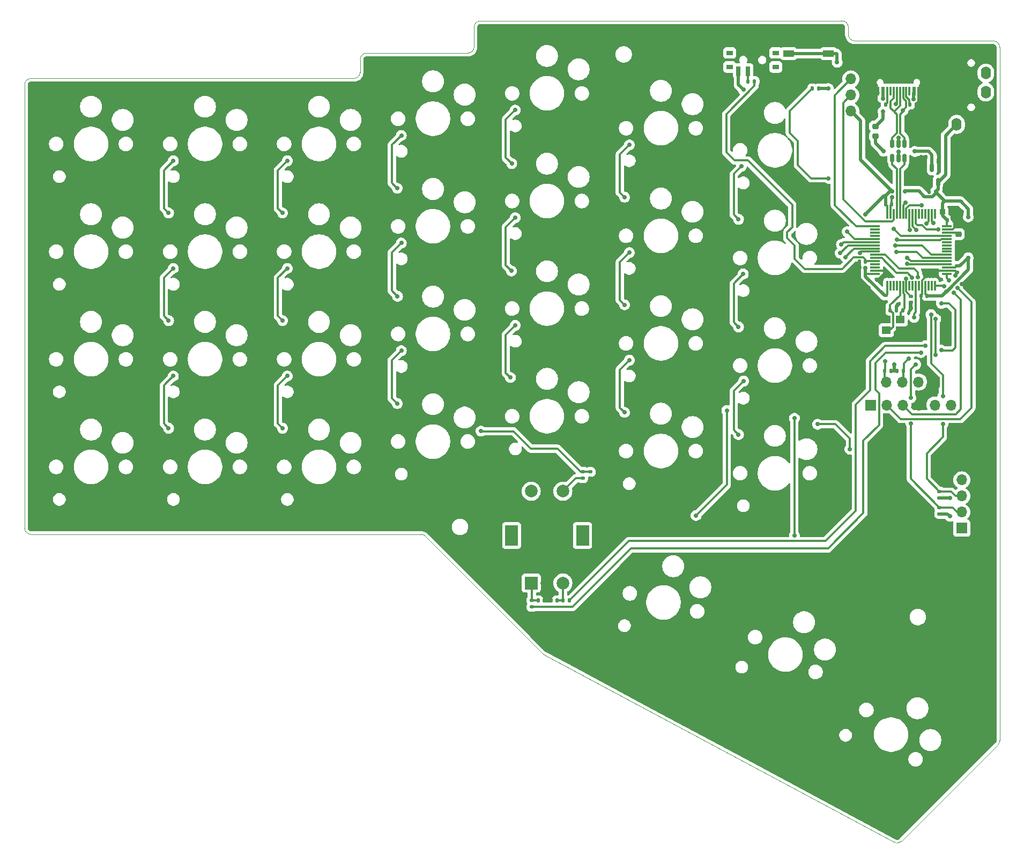
<source format=gbr>
%TF.GenerationSoftware,KiCad,Pcbnew,8.0.5*%
%TF.CreationDate,2024-10-11T21:26:08+02:00*%
%TF.ProjectId,vaucasy_left,76617563-6173-4795-9f6c-6566742e6b69,rev?*%
%TF.SameCoordinates,Original*%
%TF.FileFunction,Copper,L1,Top*%
%TF.FilePolarity,Positive*%
%FSLAX46Y46*%
G04 Gerber Fmt 4.6, Leading zero omitted, Abs format (unit mm)*
G04 Created by KiCad (PCBNEW 8.0.5) date 2024-10-11 21:26:08*
%MOMM*%
%LPD*%
G01*
G04 APERTURE LIST*
G04 Aperture macros list*
%AMRoundRect*
0 Rectangle with rounded corners*
0 $1 Rounding radius*
0 $2 $3 $4 $5 $6 $7 $8 $9 X,Y pos of 4 corners*
0 Add a 4 corners polygon primitive as box body*
4,1,4,$2,$3,$4,$5,$6,$7,$8,$9,$2,$3,0*
0 Add four circle primitives for the rounded corners*
1,1,$1+$1,$2,$3*
1,1,$1+$1,$4,$5*
1,1,$1+$1,$6,$7*
1,1,$1+$1,$8,$9*
0 Add four rect primitives between the rounded corners*
20,1,$1+$1,$2,$3,$4,$5,0*
20,1,$1+$1,$4,$5,$6,$7,0*
20,1,$1+$1,$6,$7,$8,$9,0*
20,1,$1+$1,$8,$9,$2,$3,0*%
G04 Aperture macros list end*
%TA.AperFunction,SMDPad,CuDef*%
%ADD10RoundRect,0.218750X-0.256250X0.218750X-0.256250X-0.218750X0.256250X-0.218750X0.256250X0.218750X0*%
%TD*%
%TA.AperFunction,SMDPad,CuDef*%
%ADD11RoundRect,0.150000X0.150000X-0.512500X0.150000X0.512500X-0.150000X0.512500X-0.150000X-0.512500X0*%
%TD*%
%TA.AperFunction,SMDPad,CuDef*%
%ADD12RoundRect,0.135000X0.135000X0.185000X-0.135000X0.185000X-0.135000X-0.185000X0.135000X-0.185000X0*%
%TD*%
%TA.AperFunction,SMDPad,CuDef*%
%ADD13RoundRect,0.075000X0.075000X-0.700000X0.075000X0.700000X-0.075000X0.700000X-0.075000X-0.700000X0*%
%TD*%
%TA.AperFunction,SMDPad,CuDef*%
%ADD14RoundRect,0.075000X0.700000X-0.075000X0.700000X0.075000X-0.700000X0.075000X-0.700000X-0.075000X0*%
%TD*%
%TA.AperFunction,SMDPad,CuDef*%
%ADD15R,1.700000X1.000000*%
%TD*%
%TA.AperFunction,SMDPad,CuDef*%
%ADD16RoundRect,0.140000X-0.140000X-0.170000X0.140000X-0.170000X0.140000X0.170000X-0.140000X0.170000X0*%
%TD*%
%TA.AperFunction,ComponentPad*%
%ADD17R,2.000000X2.000000*%
%TD*%
%TA.AperFunction,ComponentPad*%
%ADD18C,2.000000*%
%TD*%
%TA.AperFunction,ComponentPad*%
%ADD19R,2.000000X3.200000*%
%TD*%
%TA.AperFunction,ComponentPad*%
%ADD20R,1.700000X1.700000*%
%TD*%
%TA.AperFunction,ComponentPad*%
%ADD21O,1.700000X1.700000*%
%TD*%
%TA.AperFunction,SMDPad,CuDef*%
%ADD22RoundRect,0.135000X-0.135000X-0.185000X0.135000X-0.185000X0.135000X0.185000X-0.135000X0.185000X0*%
%TD*%
%TA.AperFunction,SMDPad,CuDef*%
%ADD23R,1.000000X0.800000*%
%TD*%
%TA.AperFunction,SMDPad,CuDef*%
%ADD24R,0.700000X1.500000*%
%TD*%
%TA.AperFunction,SMDPad,CuDef*%
%ADD25RoundRect,0.135000X-0.185000X0.135000X-0.185000X-0.135000X0.185000X-0.135000X0.185000X0.135000X0*%
%TD*%
%TA.AperFunction,SMDPad,CuDef*%
%ADD26RoundRect,0.135000X0.185000X-0.135000X0.185000X0.135000X-0.185000X0.135000X-0.185000X-0.135000X0*%
%TD*%
%TA.AperFunction,SMDPad,CuDef*%
%ADD27RoundRect,0.140000X0.170000X-0.140000X0.170000X0.140000X-0.170000X0.140000X-0.170000X-0.140000X0*%
%TD*%
%TA.AperFunction,SMDPad,CuDef*%
%ADD28RoundRect,0.150000X-0.150000X0.512500X-0.150000X-0.512500X0.150000X-0.512500X0.150000X0.512500X0*%
%TD*%
%TA.AperFunction,SMDPad,CuDef*%
%ADD29RoundRect,0.140000X0.140000X0.170000X-0.140000X0.170000X-0.140000X-0.170000X0.140000X-0.170000X0*%
%TD*%
%TA.AperFunction,ComponentPad*%
%ADD30O,1.600000X2.000000*%
%TD*%
%TA.AperFunction,SMDPad,CuDef*%
%ADD31RoundRect,0.225000X0.225000X0.250000X-0.225000X0.250000X-0.225000X-0.250000X0.225000X-0.250000X0*%
%TD*%
%TA.AperFunction,SMDPad,CuDef*%
%ADD32RoundRect,0.140000X-0.170000X0.140000X-0.170000X-0.140000X0.170000X-0.140000X0.170000X0.140000X0*%
%TD*%
%TA.AperFunction,SMDPad,CuDef*%
%ADD33R,0.600000X1.450000*%
%TD*%
%TA.AperFunction,SMDPad,CuDef*%
%ADD34R,0.300000X1.450000*%
%TD*%
%TA.AperFunction,ComponentPad*%
%ADD35O,1.000000X2.100000*%
%TD*%
%TA.AperFunction,ComponentPad*%
%ADD36O,1.000000X1.600000*%
%TD*%
%TA.AperFunction,SMDPad,CuDef*%
%ADD37RoundRect,0.225000X-0.250000X0.225000X-0.250000X-0.225000X0.250000X-0.225000X0.250000X0.225000X0*%
%TD*%
%TA.AperFunction,SMDPad,CuDef*%
%ADD38R,1.400000X1.200000*%
%TD*%
%TA.AperFunction,ViaPad*%
%ADD39C,0.700000*%
%TD*%
%TA.AperFunction,Conductor*%
%ADD40C,0.500000*%
%TD*%
%TA.AperFunction,Conductor*%
%ADD41C,0.300000*%
%TD*%
%TA.AperFunction,Profile*%
%ADD42C,0.050000*%
%TD*%
G04 APERTURE END LIST*
D10*
%TO.P,F1,1*%
%TO.N,VBUS*%
X159375000Y-44562500D03*
%TO.P,F1,2*%
%TO.N,+5V*%
X159375000Y-46137500D03*
%TD*%
D11*
%TO.P,U3,1,GND*%
%TO.N,GND*%
X167350000Y-53382500D03*
%TO.P,U3,2,VO*%
%TO.N,+3.3V*%
X169250000Y-53382500D03*
%TO.P,U3,3,VI*%
%TO.N,+5V*%
X168300000Y-51107500D03*
%TD*%
D12*
%TO.P,R10,1*%
%TO.N,+3.3V*%
X161835000Y-83175000D03*
%TO.P,R10,2*%
%TO.N,LOLED_SDA*%
X160815000Y-83175000D03*
%TD*%
D13*
%TO.P,U1,1,VBAT*%
%TO.N,+3.3V*%
X161250000Y-69775000D03*
%TO.P,U1,2,PC13*%
%TO.N,unconnected-(U1-PC13-Pad2)*%
X161750000Y-69775000D03*
%TO.P,U1,3,PC14*%
%TO.N,unconnected-(U1-PC14-Pad3)*%
X162250000Y-69775000D03*
%TO.P,U1,4,PC15*%
%TO.N,unconnected-(U1-PC15-Pad4)*%
X162750000Y-69775000D03*
%TO.P,U1,5,PH0*%
%TO.N,LOSC_IN*%
X163250000Y-69775000D03*
%TO.P,U1,6,PH1*%
%TO.N,LOSC_OUT*%
X163750000Y-69775000D03*
%TO.P,U1,7,NRST*%
%TO.N,LNRST*%
X164250000Y-69775000D03*
%TO.P,U1,8,PC0*%
%TO.N,unconnected-(U1-PC0-Pad8)*%
X164750000Y-69775000D03*
%TO.P,U1,9,PC1*%
%TO.N,unconnected-(U1-PC1-Pad9)*%
X165250000Y-69775000D03*
%TO.P,U1,10,PC2*%
%TO.N,LRow 4*%
X165750000Y-69775000D03*
%TO.P,U1,11,PC3*%
%TO.N,unconnected-(U1-PC3-Pad11)*%
X166250000Y-69775000D03*
%TO.P,U1,12,VSSA*%
%TO.N,GND*%
X166750000Y-69775000D03*
%TO.P,U1,13,VREF+*%
%TO.N,+3.3V*%
X167250000Y-69775000D03*
%TO.P,U1,14,PA0*%
%TO.N,unconnected-(U1-PA0-Pad14)*%
X167750000Y-69775000D03*
%TO.P,U1,15,PA1*%
%TO.N,unconnected-(U1-PA1-Pad15)*%
X168250000Y-69775000D03*
%TO.P,U1,16,PA2*%
%TO.N,LUART2_TX*%
X168750000Y-69775000D03*
D14*
%TO.P,U1,17,PA3*%
%TO.N,LUART2_RX*%
X170675000Y-67850000D03*
%TO.P,U1,18,VSS*%
%TO.N,GND*%
X170675000Y-67350000D03*
%TO.P,U1,19,VDD*%
%TO.N,+3.3V*%
X170675000Y-66850000D03*
%TO.P,U1,20,PA4*%
%TO.N,LRow 3*%
X170675000Y-66350000D03*
%TO.P,U1,21,PA5*%
%TO.N,LColumn 6*%
X170675000Y-65850000D03*
%TO.P,U1,22,PA6*%
%TO.N,LColumn 5*%
X170675000Y-65350000D03*
%TO.P,U1,23,PA7*%
%TO.N,LColumn 4*%
X170675000Y-64850000D03*
%TO.P,U1,24,PC4*%
%TO.N,unconnected-(U1-PC4-Pad24)*%
X170675000Y-64350000D03*
%TO.P,U1,25,PC5*%
%TO.N,unconnected-(U1-PC5-Pad25)*%
X170675000Y-63850000D03*
%TO.P,U1,26,PB0*%
%TO.N,unconnected-(U1-PB0-Pad26)*%
X170675000Y-63350000D03*
%TO.P,U1,27,PB1*%
%TO.N,unconnected-(U1-PB1-Pad27)*%
X170675000Y-62850000D03*
%TO.P,U1,28,PB2*%
%TO.N,LColumn 0*%
X170675000Y-62350000D03*
%TO.P,U1,29,PB10*%
%TO.N,LRow 0*%
X170675000Y-61850000D03*
%TO.P,U1,30,VCAP1*%
%TO.N,/LMCU_VCAP1*%
X170675000Y-61350000D03*
%TO.P,U1,31,VSS*%
%TO.N,GND*%
X170675000Y-60850000D03*
%TO.P,U1,32,VDD*%
%TO.N,+3.3V*%
X170675000Y-60350000D03*
D13*
%TO.P,U1,33,PB12*%
%TO.N,unconnected-(U1-PB12-Pad33)*%
X168750000Y-58425000D03*
%TO.P,U1,34,PB13*%
%TO.N,LENCODER_A*%
X168250000Y-58425000D03*
%TO.P,U1,35,PB14*%
%TO.N,LENCODER_B*%
X167750000Y-58425000D03*
%TO.P,U1,36,PB15*%
%TO.N,unconnected-(U1-PB15-Pad36)*%
X167250000Y-58425000D03*
%TO.P,U1,37,PC6*%
%TO.N,unconnected-(U1-PC6-Pad37)*%
X166750000Y-58425000D03*
%TO.P,U1,38,PC7*%
%TO.N,unconnected-(U1-PC7-Pad38)*%
X166250000Y-58425000D03*
%TO.P,U1,39,PC8*%
%TO.N,LBT_EN*%
X165750000Y-58425000D03*
%TO.P,U1,40,PC9*%
%TO.N,LTRACK_SDA*%
X165250000Y-58425000D03*
%TO.P,U1,41,PA8*%
%TO.N,LTRACK_SCL*%
X164750000Y-58425000D03*
%TO.P,U1,42,PA9*%
%TO.N,LUART1_TX*%
X164250000Y-58425000D03*
%TO.P,U1,43,PA10*%
%TO.N,LUART1_RX*%
X163750000Y-58425000D03*
%TO.P,U1,44,PA11*%
%TO.N,LsD-*%
X163250000Y-58425000D03*
%TO.P,U1,45,PA12*%
%TO.N,LsD+*%
X162750000Y-58425000D03*
%TO.P,U1,46,PA13*%
%TO.N,LSWDIO*%
X162250000Y-58425000D03*
%TO.P,U1,47,VSS*%
%TO.N,GND*%
X161750000Y-58425000D03*
%TO.P,U1,48,VDD*%
%TO.N,+3.3V*%
X161250000Y-58425000D03*
D14*
%TO.P,U1,49,PA14*%
%TO.N,LSWCLK*%
X159325000Y-60350000D03*
%TO.P,U1,50,PA15*%
%TO.N,unconnected-(U1-PA15-Pad50)*%
X159325000Y-60850000D03*
%TO.P,U1,51,PC10*%
%TO.N,unconnected-(U1-PC10-Pad51)*%
X159325000Y-61350000D03*
%TO.P,U1,52,PC11*%
%TO.N,unconnected-(U1-PC11-Pad52)*%
X159325000Y-61850000D03*
%TO.P,U1,53,PC12*%
%TO.N,LColumn 1*%
X159325000Y-62350000D03*
%TO.P,U1,54,PD2*%
%TO.N,LRow 1*%
X159325000Y-62850000D03*
%TO.P,U1,55,PB3*%
%TO.N,LColumn 2*%
X159325000Y-63350000D03*
%TO.P,U1,56,PB4*%
%TO.N,LColumn 3*%
X159325000Y-63850000D03*
%TO.P,U1,57,PB5*%
%TO.N,LRow 2*%
X159325000Y-64350000D03*
%TO.P,U1,58,PB6*%
%TO.N,LOLED_SCL*%
X159325000Y-64850000D03*
%TO.P,U1,59,PB7*%
%TO.N,LOLED_SDA*%
X159325000Y-65350000D03*
%TO.P,U1,60,BOOT0*%
%TO.N,LBOOT0*%
X159325000Y-65850000D03*
%TO.P,U1,61,PB8*%
%TO.N,unconnected-(U1-PB8-Pad61)*%
X159325000Y-66350000D03*
%TO.P,U1,62,PB9*%
%TO.N,unconnected-(U1-PB9-Pad62)*%
X159325000Y-66850000D03*
%TO.P,U1,63,VSS*%
%TO.N,GND*%
X159325000Y-67350000D03*
%TO.P,U1,64,VDD*%
%TO.N,+3.3V*%
X159325000Y-67850000D03*
%TD*%
D15*
%TO.P,SW2,1,1*%
%TO.N,GND*%
X151975000Y-36875000D03*
X145675000Y-36875000D03*
%TO.P,SW2,2,2*%
%TO.N,Net-(R2-Pad2)*%
X151975000Y-33075000D03*
X145675000Y-33075000D03*
%TD*%
D16*
%TO.P,C11,1*%
%TO.N,GND*%
X162720000Y-73600000D03*
%TO.P,C11,2*%
%TO.N,LOSC_OUT*%
X163680000Y-73600000D03*
%TD*%
D17*
%TO.P,SW3,A,A*%
%TO.N,Net-(C15-Pad1)*%
X105015000Y-116700000D03*
D18*
%TO.P,SW3,B,B*%
%TO.N,Net-(C14-Pad2)*%
X110015000Y-116700000D03*
%TO.P,SW3,C,C*%
%TO.N,GND*%
X107515000Y-116700000D03*
D19*
%TO.P,SW3,MP*%
%TO.N,N/C*%
X101915000Y-109200000D03*
X113115000Y-109200000D03*
D18*
%TO.P,SW3,S1,S1*%
%TO.N,Net-(R6-Pad2)*%
X110015000Y-102200000D03*
%TO.P,SW3,S2,S2*%
%TO.N,Net-(D33-A)*%
X105015000Y-102200000D03*
%TD*%
D20*
%TO.P,J4,1,Vcc*%
%TO.N,+3.3V*%
X173000000Y-108030000D03*
D21*
%TO.P,J4,2,SDA*%
%TO.N,LTRACK_SDA*%
X173000000Y-105490000D03*
%TO.P,J4,3,SCL*%
%TO.N,LTRACK_SCL*%
X173000000Y-102950000D03*
%TO.P,J4,4,INT*%
%TO.N,unconnected-(J4-INT-Pad4)*%
X173000000Y-100410000D03*
%TO.P,J4,5,GND*%
%TO.N,GND*%
X173000000Y-97870000D03*
%TD*%
D16*
%TO.P,C5,1*%
%TO.N,GND*%
X156820000Y-67800000D03*
%TO.P,C5,2*%
%TO.N,+3.3V*%
X157780000Y-67800000D03*
%TD*%
%TO.P,C14,1*%
%TO.N,GND*%
X108135000Y-119450000D03*
%TO.P,C14,2*%
%TO.N,Net-(C14-Pad2)*%
X109095000Y-119450000D03*
%TD*%
D22*
%TO.P,R7,1*%
%TO.N,Net-(C14-Pad2)*%
X110025000Y-119450000D03*
%TO.P,R7,2*%
%TO.N,LENCODER_B*%
X111045000Y-119450000D03*
%TD*%
D23*
%TO.P,SW1,*%
%TO.N,*%
X143650000Y-35185000D03*
X143650000Y-32975000D03*
X136350000Y-35185000D03*
X136350000Y-32975000D03*
D24*
%TO.P,SW1,1,A*%
%TO.N,GND*%
X142250000Y-35835000D03*
%TO.P,SW1,2,B*%
%TO.N,/SW_BOOT0*%
X139250000Y-35835000D03*
%TO.P,SW1,3,C*%
%TO.N,+3.3V*%
X137750000Y-35835000D03*
%TD*%
D25*
%TO.P,R6,1*%
%TO.N,LColumn 3*%
X113150000Y-99115000D03*
%TO.P,R6,2*%
%TO.N,Net-(R6-Pad2)*%
X113150000Y-100135000D03*
%TD*%
D16*
%TO.P,C9,1*%
%TO.N,GND*%
X167340000Y-49395000D03*
%TO.P,C9,2*%
%TO.N,+5V*%
X168300000Y-49395000D03*
%TD*%
D22*
%TO.P,R1,1*%
%TO.N,/SW_BOOT0*%
X139265000Y-37480000D03*
%TO.P,R1,2*%
%TO.N,LBOOT0*%
X140285000Y-37480000D03*
%TD*%
D20*
%TO.P,J2,1,GND*%
%TO.N,GND*%
X168730000Y-84950000D03*
D21*
%TO.P,J2,2,VCC*%
%TO.N,+3.3V*%
X166190000Y-84950000D03*
%TO.P,J2,3,SCL*%
%TO.N,LOLED_SCL*%
X163650000Y-84950000D03*
%TO.P,J2,4,SDA*%
%TO.N,LOLED_SDA*%
X161110000Y-84950000D03*
%TD*%
D26*
%TO.P,R8,1*%
%TO.N,LENCODER_A*%
X105115000Y-120460000D03*
%TO.P,R8,2*%
%TO.N,Net-(C15-Pad1)*%
X105115000Y-119440000D03*
%TD*%
D27*
%TO.P,C1,1*%
%TO.N,GND*%
X161025000Y-72255000D03*
%TO.P,C1,2*%
%TO.N,+3.3V*%
X161025000Y-71295000D03*
%TD*%
D25*
%TO.P,R13,1*%
%TO.N,LTRACK_SCL*%
X169500000Y-102270000D03*
%TO.P,R13,2*%
%TO.N,+3.3V*%
X169500000Y-103290000D03*
%TD*%
D28*
%TO.P,U2,1,I/O1*%
%TO.N,LD-*%
X163950000Y-47320000D03*
%TO.P,U2,2,GND*%
%TO.N,GND*%
X163000000Y-47320000D03*
%TO.P,U2,3,I/O2*%
%TO.N,LD+*%
X162050000Y-47320000D03*
%TO.P,U2,4,I/O2*%
%TO.N,LsD+*%
X162050000Y-49595000D03*
%TO.P,U2,5,VBUS*%
%TO.N,+5V*%
X163000000Y-49595000D03*
%TO.P,U2,6,I/O1*%
%TO.N,LsD-*%
X163950000Y-49595000D03*
%TD*%
D22*
%TO.P,R2,1*%
%TO.N,LNRST*%
X149415000Y-38600000D03*
%TO.P,R2,2*%
%TO.N,Net-(R2-Pad2)*%
X150435000Y-38600000D03*
%TD*%
%TO.P,R4,1*%
%TO.N,GND*%
X159990000Y-41075000D03*
%TO.P,R4,2*%
%TO.N,Net-(J1-CC2)*%
X161010000Y-41075000D03*
%TD*%
D29*
%TO.P,C17,1*%
%TO.N,LBOOT0*%
X157780000Y-65925000D03*
%TO.P,C17,2*%
%TO.N,GND*%
X156820000Y-65925000D03*
%TD*%
D30*
%TO.P,U4,1,SLEEVE*%
%TO.N,+3.3V*%
X172200000Y-44250000D03*
%TO.P,U4,2,TIP*%
%TO.N,GND*%
X176800000Y-43150000D03*
%TO.P,U4,3,RING1*%
%TO.N,LUART1_TX*%
X176800000Y-39150000D03*
%TO.P,U4,4,RING2*%
%TO.N,LUART1_RX*%
X176800000Y-36150000D03*
%TD*%
D31*
%TO.P,C6,1*%
%TO.N,GND*%
X171500000Y-58025000D03*
%TO.P,C6,2*%
%TO.N,+3.3V*%
X169950000Y-58025000D03*
%TD*%
D27*
%TO.P,C2,1*%
%TO.N,GND*%
X172250000Y-67600000D03*
%TO.P,C2,2*%
%TO.N,+3.3V*%
X172250000Y-66640000D03*
%TD*%
D16*
%TO.P,C8,1*%
%TO.N,GND*%
X167870000Y-54895000D03*
%TO.P,C8,2*%
%TO.N,+3.3V*%
X168830000Y-54895000D03*
%TD*%
D26*
%TO.P,R14,1*%
%TO.N,+3.3V*%
X169500000Y-105780000D03*
%TO.P,R14,2*%
%TO.N,LTRACK_SDA*%
X169500000Y-104760000D03*
%TD*%
D32*
%TO.P,C16,1*%
%TO.N,LColumn 3*%
X114350000Y-99145000D03*
%TO.P,C16,2*%
%TO.N,GND*%
X114350000Y-100105000D03*
%TD*%
D29*
%TO.P,C3,1*%
%TO.N,GND*%
X171705000Y-59425000D03*
%TO.P,C3,2*%
%TO.N,+3.3V*%
X170745000Y-59425000D03*
%TD*%
D16*
%TO.P,C10,1*%
%TO.N,GND*%
X160720000Y-73600000D03*
%TO.P,C10,2*%
%TO.N,LOSC_IN*%
X161680000Y-73600000D03*
%TD*%
%TO.P,C13,1*%
%TO.N,GND*%
X166540000Y-71325000D03*
%TO.P,C13,2*%
%TO.N,+3.3V*%
X167500000Y-71325000D03*
%TD*%
D12*
%TO.P,R3,1*%
%TO.N,GND*%
X165835000Y-41075000D03*
%TO.P,R3,2*%
%TO.N,Net-(J1-CC1)*%
X164815000Y-41075000D03*
%TD*%
D16*
%TO.P,C15,1*%
%TO.N,Net-(C15-Pad1)*%
X106135000Y-119450000D03*
%TO.P,C15,2*%
%TO.N,GND*%
X107095000Y-119450000D03*
%TD*%
D33*
%TO.P,J1,A1,GND*%
%TO.N,GND*%
X166250000Y-39035000D03*
%TO.P,J1,A4,VBUS*%
%TO.N,VBUS*%
X165450000Y-39035000D03*
D34*
%TO.P,J1,A5,CC1*%
%TO.N,Net-(J1-CC1)*%
X164250000Y-39035000D03*
%TO.P,J1,A6,D+*%
%TO.N,LD+*%
X163250000Y-39035000D03*
%TO.P,J1,A7,D-*%
%TO.N,LD-*%
X162750000Y-39035000D03*
%TO.P,J1,A8*%
%TO.N,N/C*%
X161750000Y-39035000D03*
D33*
%TO.P,J1,A9,VBUS*%
%TO.N,VBUS*%
X160550000Y-39035000D03*
%TO.P,J1,A12,GND*%
%TO.N,GND*%
X159750000Y-39035000D03*
%TO.P,J1,B1,GND*%
X159750000Y-39035000D03*
%TO.P,J1,B4,VBUS*%
%TO.N,VBUS*%
X160550000Y-39035000D03*
D34*
%TO.P,J1,B5,CC2*%
%TO.N,Net-(J1-CC2)*%
X161250000Y-39035000D03*
%TO.P,J1,B6,D+*%
%TO.N,LD+*%
X162250000Y-39035000D03*
%TO.P,J1,B7,D-*%
%TO.N,LD-*%
X163750000Y-39035000D03*
%TO.P,J1,B8*%
%TO.N,N/C*%
X164750000Y-39035000D03*
D33*
%TO.P,J1,B9,VBUS*%
%TO.N,VBUS*%
X165450000Y-39035000D03*
%TO.P,J1,B12,GND*%
%TO.N,GND*%
X166250000Y-39035000D03*
D35*
%TO.P,J1,S1,SHIELD*%
X167320000Y-38120000D03*
D36*
X167320000Y-33940000D03*
D35*
X158680000Y-38120000D03*
D36*
X158680000Y-33940000D03*
%TD*%
D37*
%TO.P,C12,1*%
%TO.N,/LMCU_VCAP1*%
X172500000Y-61600000D03*
%TO.P,C12,2*%
%TO.N,GND*%
X172500000Y-63150000D03*
%TD*%
D27*
%TO.P,C7,1*%
%TO.N,GND*%
X164975000Y-72355000D03*
%TO.P,C7,2*%
%TO.N,LNRST*%
X164975000Y-71395000D03*
%TD*%
D29*
%TO.P,C4,1*%
%TO.N,GND*%
X161930000Y-56875000D03*
%TO.P,C4,2*%
%TO.N,+3.3V*%
X160970000Y-56875000D03*
%TD*%
D12*
%TO.P,R9,1*%
%TO.N,LOLED_SCL*%
X163810000Y-83175000D03*
%TO.P,R9,2*%
%TO.N,+3.3V*%
X162790000Y-83175000D03*
%TD*%
D20*
%TO.P,J6,1,Pin_1*%
%TO.N,GND*%
X155500000Y-34550000D03*
D21*
%TO.P,J6,2,Pin_2*%
%TO.N,LSWCLK*%
X155500000Y-37090000D03*
%TO.P,J6,3,Pin_3*%
%TO.N,LSWDIO*%
X155500000Y-39630000D03*
%TO.P,J6,4,Pin_4*%
%TO.N,+3.3V*%
X155500000Y-42170000D03*
%TD*%
D38*
%TO.P,Y1,1,1*%
%TO.N,LOSC_IN*%
X161100000Y-76750000D03*
%TO.P,Y1,2,2*%
%TO.N,GND*%
X163300000Y-76750000D03*
%TO.P,Y1,3,3*%
%TO.N,LOSC_OUT*%
X163300000Y-75050000D03*
%TO.P,Y1,4,4*%
%TO.N,GND*%
X161100000Y-75050000D03*
%TD*%
D20*
%TO.P,J5,1,State*%
%TO.N,unconnected-(J5-State-Pad1)*%
X158600000Y-88575000D03*
D21*
%TO.P,J5,2,RXD*%
%TO.N,LUART2_RX*%
X161140000Y-88575000D03*
%TO.P,J5,3,TXD*%
%TO.N,LUART2_TX*%
X163680000Y-88575000D03*
%TO.P,J5,4,GND*%
%TO.N,GND*%
X166220000Y-88575000D03*
%TO.P,J5,5,VCC*%
%TO.N,+3.3V*%
X168760000Y-88575000D03*
%TO.P,J5,6,EN*%
%TO.N,LBT_EN*%
X171300000Y-88575000D03*
%TD*%
D39*
%TO.N,GND*%
X158300000Y-70100000D03*
X115275000Y-101025000D03*
X165000000Y-73300000D03*
X172975000Y-58050000D03*
X171963817Y-68138657D03*
X160967622Y-67405425D03*
X162950000Y-72700000D03*
X159925000Y-72600000D03*
X174775000Y-69550000D03*
X163300000Y-77975000D03*
X173025000Y-69500000D03*
X167350000Y-52125010D03*
X163000000Y-46375000D03*
X159600000Y-68800000D03*
X156825000Y-66850000D03*
X162000000Y-55800004D03*
X166550002Y-49395000D03*
X172500000Y-64375000D03*
%TO.N,+3.3V*%
X164000000Y-54850000D03*
X138525000Y-38775000D03*
X171125000Y-103300000D03*
X171125000Y-106155000D03*
X157775000Y-66950000D03*
X157775000Y-58450000D03*
X162025000Y-54825000D03*
X162375000Y-82200000D03*
X170575001Y-70625001D03*
X174050000Y-58875000D03*
X174025000Y-65325000D03*
%TO.N,LNRST*%
X151975000Y-52775000D03*
X164250000Y-68600000D03*
%TO.N,+5V*%
X162994849Y-48532500D03*
X160650000Y-48475000D03*
X165600000Y-48525000D03*
%TO.N,LRow 0*%
X162250000Y-60750000D03*
%TO.N,LRow 1*%
X154000036Y-63225000D03*
%TO.N,LRow 2*%
X156900001Y-64550000D03*
%TO.N,VBUS*%
X160550000Y-40225000D03*
X165381236Y-40239967D03*
X160575000Y-42225000D03*
%TO.N,LRow 3*%
X164389950Y-66300000D03*
%TO.N,LD-*%
X162604997Y-41025000D03*
X163725046Y-42050000D03*
%TO.N,LOLED_SCL*%
X164600000Y-81275000D03*
X166071074Y-68365993D03*
%TO.N,LOLED_SDA*%
X160875000Y-81650000D03*
X165175000Y-68450000D03*
%TO.N,LUART2_RX*%
X171000000Y-68850000D03*
X172325000Y-70075000D03*
%TO.N,LUART2_TX*%
X170200000Y-69800000D03*
X171775000Y-70875000D03*
%TO.N,LBT_EN*%
X169325006Y-60850000D03*
%TO.N,LColumn 0*%
X162775000Y-62411371D03*
%TO.N,LColumn 1*%
X48500000Y-50000000D03*
X48500000Y-84000000D03*
X47750000Y-92250000D03*
X154912500Y-61212500D03*
X47750000Y-58250000D03*
X47750000Y-75250000D03*
X48500000Y-67000000D03*
%TO.N,LColumn 2*%
X66500000Y-50000000D03*
X65750000Y-58250000D03*
X66500000Y-84000000D03*
X65750000Y-75250000D03*
X153800000Y-64575000D03*
X65750000Y-92250000D03*
X66500000Y-67000000D03*
%TO.N,LColumn 3*%
X83902837Y-71397163D03*
X84500000Y-46000000D03*
X83850000Y-88350000D03*
X83875000Y-54350000D03*
X84500000Y-80000000D03*
X154675000Y-65225000D03*
X84500000Y-63000000D03*
X97100000Y-92700000D03*
%TO.N,LColumn 4*%
X101905331Y-67405331D03*
X102500000Y-76000000D03*
X101940687Y-50440687D03*
X101750000Y-84250000D03*
X135900000Y-89425000D03*
X102500000Y-42000000D03*
X131050000Y-106025000D03*
X162552673Y-63399996D03*
X102500000Y-59000000D03*
%TO.N,LColumn 5*%
X146575000Y-90675000D03*
X119750000Y-72750000D03*
X146575000Y-109225000D03*
X119750000Y-55750000D03*
X162675000Y-64425000D03*
X120500000Y-64500000D03*
X120500000Y-81500000D03*
X120500000Y-47500000D03*
X119750000Y-89750000D03*
%TO.N,LColumn 6*%
X137750000Y-76250000D03*
X138500000Y-67875000D03*
X137750000Y-93250000D03*
X138212502Y-50862498D03*
X150219975Y-91619975D03*
X155350000Y-95550000D03*
X164404902Y-65325002D03*
X137750000Y-59250000D03*
X138560922Y-84800000D03*
%TO.N,LUART1_TX*%
X166675000Y-57075000D03*
%TO.N,LUART1_RX*%
X164150000Y-56600000D03*
%TO.N,Net-(R2-Pad2)*%
X151950000Y-38600000D03*
X153325000Y-34450000D03*
%TO.N,LTRACK_SCL*%
X170025000Y-91575000D03*
X170025000Y-87175000D03*
X164820900Y-60910851D03*
X168150000Y-74300000D03*
%TO.N,LTRACK_SDA*%
X165825000Y-60925000D03*
X165750000Y-82175000D03*
X168896217Y-80625000D03*
X164975000Y-87450000D03*
X168900000Y-75000000D03*
X164975000Y-91525000D03*
%TO.N,LENCODER_B*%
X167275000Y-79225000D03*
X167450000Y-59875000D03*
%TO.N,LENCODER_A*%
X168525000Y-59825000D03*
X169775000Y-79925000D03*
X166550000Y-80300000D03*
X169775000Y-72525000D03*
%TO.N,LRow 4*%
X165475000Y-74725000D03*
%TD*%
D40*
%TO.N,+5V*%
X159375000Y-47200000D02*
X160650000Y-48475000D01*
X159375000Y-46137500D02*
X159375000Y-47200000D01*
%TO.N,VBUS*%
X160575000Y-43362500D02*
X159375000Y-44562500D01*
X160575000Y-42225000D02*
X160575000Y-43362500D01*
D41*
%TO.N,GND*%
X171800000Y-60603120D02*
X171800000Y-59520000D01*
D40*
X166220000Y-88575000D02*
X166220000Y-87460000D01*
D41*
X174725000Y-69500000D02*
X174775000Y-69550000D01*
D40*
X167350000Y-53382500D02*
X167350000Y-54375000D01*
X167350000Y-53382500D02*
X167350000Y-52125010D01*
D41*
X161750000Y-58425000D02*
X161750000Y-57055000D01*
D40*
X114350000Y-100105000D02*
X114355000Y-100105000D01*
D41*
X161750000Y-57055000D02*
X161930000Y-56875000D01*
X166750000Y-68850000D02*
X166750000Y-69775000D01*
D40*
X171500000Y-58025000D02*
X171500000Y-59220000D01*
X160720000Y-72560000D02*
X160720000Y-73600000D01*
X166200000Y-39255000D02*
X166745000Y-39255000D01*
D41*
X172250000Y-67852474D02*
X171963817Y-68138657D01*
D40*
X160720000Y-74670000D02*
X161100000Y-75050000D01*
D41*
X166750000Y-71115000D02*
X166540000Y-71325000D01*
D40*
X156820000Y-65925000D02*
X156820000Y-66845000D01*
X160967622Y-67726920D02*
X160967622Y-67405425D01*
X160720000Y-73600000D02*
X160720000Y-74670000D01*
X167350000Y-54375000D02*
X167870000Y-54895000D01*
X156820000Y-66845000D02*
X156825000Y-66850000D01*
D41*
X172000000Y-67350000D02*
X172250000Y-67600000D01*
D40*
X153175000Y-36875000D02*
X155500000Y-34550000D01*
X171500000Y-59220000D02*
X171705000Y-59425000D01*
X156820000Y-68620000D02*
X158300000Y-70100000D01*
X167340000Y-49395000D02*
X166550002Y-49395000D01*
X159500001Y-40585001D02*
X159990000Y-41075000D01*
D41*
X161930000Y-56875000D02*
X161930000Y-55870004D01*
D40*
X164975000Y-73275000D02*
X165000000Y-73300000D01*
X171500000Y-58025000D02*
X172950000Y-58025000D01*
X156820000Y-66855000D02*
X156825000Y-66850000D01*
D41*
X170675000Y-67350000D02*
X172000000Y-67350000D01*
D40*
X107095000Y-119450000D02*
X107500000Y-119450000D01*
X159800000Y-39255000D02*
X159255000Y-39255000D01*
X158300000Y-70100000D02*
X158300000Y-70975000D01*
X107515000Y-119435000D02*
X107500000Y-119450000D01*
D41*
X168250000Y-67350000D02*
X166750000Y-68850000D01*
X170675000Y-67350000D02*
X168250000Y-67350000D01*
D40*
X159255000Y-39255000D02*
X158680000Y-38680000D01*
X107515000Y-116700000D02*
X107515000Y-119435000D01*
X166745000Y-39255000D02*
X167320000Y-38680000D01*
X166220000Y-87460000D02*
X168730000Y-84950000D01*
D41*
X161930000Y-55870004D02*
X162000000Y-55800004D01*
X160912197Y-67350000D02*
X160967622Y-67405425D01*
D40*
X159500001Y-39554999D02*
X159500001Y-40585001D01*
X145675000Y-36875000D02*
X151975000Y-36875000D01*
X172500000Y-63150000D02*
X172500000Y-64375000D01*
X156820000Y-67800000D02*
X156820000Y-66855000D01*
X166200000Y-39255000D02*
X166200000Y-40710000D01*
X159800000Y-39255000D02*
X159500001Y-39554999D01*
X114355000Y-100105000D02*
X115275000Y-101025000D01*
D41*
X171800000Y-59520000D02*
X171705000Y-59425000D01*
D40*
X158300000Y-70975000D02*
X159925000Y-72600000D01*
D41*
X172250000Y-67600000D02*
X172250000Y-67852474D01*
D40*
X164975000Y-72355000D02*
X164975000Y-73275000D01*
X151975000Y-36875000D02*
X153175000Y-36875000D01*
X159965000Y-72560000D02*
X159925000Y-72600000D01*
X159894542Y-68800000D02*
X160967622Y-67726920D01*
X161025000Y-72255000D02*
X160720000Y-72560000D01*
D41*
X170675000Y-60850000D02*
X171553120Y-60850000D01*
D40*
X163000000Y-47320000D02*
X163000000Y-46375000D01*
X156820000Y-67800000D02*
X156820000Y-68620000D01*
X166200000Y-40710000D02*
X165835000Y-41075000D01*
X163300000Y-76750000D02*
X163300000Y-77975000D01*
X162720000Y-72930000D02*
X162950000Y-72700000D01*
X162720000Y-73600000D02*
X162720000Y-72930000D01*
X160720000Y-72560000D02*
X159965000Y-72560000D01*
D41*
X166750000Y-69775000D02*
X166750000Y-71115000D01*
X171553120Y-60850000D02*
X171800000Y-60603120D01*
D40*
X159600000Y-68800000D02*
X159894542Y-68800000D01*
D41*
X173025000Y-69500000D02*
X174725000Y-69500000D01*
D40*
X172950000Y-58025000D02*
X172975000Y-58050000D01*
X107500000Y-119450000D02*
X108135000Y-119450000D01*
D41*
X159325000Y-67350000D02*
X160912197Y-67350000D01*
D40*
%TO.N,+3.3V*%
X157000000Y-49800000D02*
X157000000Y-43670000D01*
D41*
X167250000Y-71075000D02*
X167500000Y-71325000D01*
X170675000Y-60350000D02*
X170675000Y-59495000D01*
X167250000Y-69775000D02*
X167250000Y-71075000D01*
D40*
X168379999Y-55655000D02*
X167130000Y-55655000D01*
X172825000Y-56375000D02*
X174050000Y-57600000D01*
X137750000Y-38000000D02*
X137750000Y-35835000D01*
D41*
X161250000Y-69775000D02*
X161250000Y-71070000D01*
D40*
X160720000Y-55505000D02*
X160970000Y-55505000D01*
D41*
X161250000Y-71070000D02*
X161025000Y-71295000D01*
X159325000Y-67850000D02*
X157830000Y-67850000D01*
D40*
X162375000Y-83175000D02*
X162375000Y-82200000D01*
X169500000Y-105780000D02*
X170750000Y-105780000D01*
X169825000Y-55890000D02*
X170310000Y-56375000D01*
X170310000Y-56375000D02*
X169950000Y-56735000D01*
X167500000Y-71325000D02*
X169875002Y-71325000D01*
X172710000Y-66640000D02*
X174025000Y-65325000D01*
X157000000Y-43670000D02*
X155500000Y-42170000D01*
X169250000Y-53382500D02*
X169250000Y-54475000D01*
X170750000Y-105780000D02*
X171125000Y-106155000D01*
X170450000Y-46000000D02*
X172200000Y-44250000D01*
X157780000Y-66955000D02*
X157775000Y-66950000D01*
X167130000Y-55655000D02*
X166250000Y-54775000D01*
X169950000Y-56735000D02*
X169950000Y-58025000D01*
X169250000Y-53382500D02*
X170450000Y-52182500D01*
X160795000Y-71295000D02*
X157780000Y-68280000D01*
X174025000Y-65325000D02*
X174025000Y-67208845D01*
X169875002Y-71325000D02*
X170575001Y-70625001D01*
X166250000Y-54775000D02*
X164075000Y-54775000D01*
X169950000Y-58025000D02*
X169950000Y-58630000D01*
D41*
X170675000Y-59495000D02*
X170745000Y-59425000D01*
D40*
X138525000Y-38775000D02*
X137750000Y-38000000D01*
X169950000Y-58630000D02*
X170745000Y-59425000D01*
X170450000Y-52182500D02*
X170450000Y-46000000D01*
X174050000Y-57600000D02*
X174050000Y-58875000D01*
D41*
X161250000Y-58425000D02*
X161250000Y-57155000D01*
D40*
X169500000Y-103290000D02*
X171115000Y-103290000D01*
X157780000Y-68280000D02*
X157780000Y-67800000D01*
X162025000Y-54825000D02*
X161650000Y-54825000D01*
D41*
X172040000Y-66850000D02*
X172250000Y-66640000D01*
D40*
X157775000Y-58450000D02*
X160720000Y-55505000D01*
X157780000Y-67800000D02*
X157780000Y-66955000D01*
X170608844Y-70625001D02*
X170575001Y-70625001D01*
D41*
X161250000Y-57155000D02*
X160970000Y-56875000D01*
D40*
X162375000Y-83175000D02*
X162790000Y-83175000D01*
X164075000Y-54775000D02*
X164000000Y-54850000D01*
X174025000Y-67208845D02*
X170608844Y-70625001D01*
X169250000Y-54475000D02*
X168830000Y-54895000D01*
X161650000Y-54825000D02*
X160970000Y-55505000D01*
X168830000Y-54895000D02*
X168830000Y-55204999D01*
X171115000Y-103290000D02*
X171125000Y-103300000D01*
D41*
X157830000Y-67850000D02*
X157780000Y-67800000D01*
X170675000Y-66850000D02*
X172040000Y-66850000D01*
D40*
X161025000Y-71295000D02*
X160795000Y-71295000D01*
X172250000Y-66640000D02*
X172710000Y-66640000D01*
X161835000Y-83175000D02*
X162375000Y-83175000D01*
X168830000Y-54895000D02*
X169825000Y-55890000D01*
X160970000Y-55505000D02*
X160970000Y-56875000D01*
X170310000Y-56375000D02*
X172825000Y-56375000D01*
X162025000Y-54825000D02*
X157000000Y-49800000D01*
X168830000Y-55204999D02*
X168379999Y-55655000D01*
D41*
%TO.N,LNRST*%
X164250000Y-70670000D02*
X164975000Y-71395000D01*
X147125000Y-46850000D02*
X145850000Y-45575000D01*
X164250000Y-69775000D02*
X164250000Y-68600000D01*
X147125000Y-50650000D02*
X147125000Y-46850000D01*
X149250000Y-52775000D02*
X147125000Y-50650000D01*
X164250000Y-69775000D02*
X164250000Y-70670000D01*
X151975000Y-52775000D02*
X149250000Y-52775000D01*
X145850000Y-45575000D02*
X145850000Y-42165000D01*
X145850000Y-42165000D02*
X149415000Y-38600000D01*
D40*
%TO.N,+5V*%
X168300000Y-49395000D02*
X168300000Y-51107500D01*
X167739999Y-48525000D02*
X165600000Y-48525000D01*
X162994849Y-49589849D02*
X163000000Y-49595000D01*
X168300000Y-49085001D02*
X167739999Y-48525000D01*
X168300000Y-49395000D02*
X168300000Y-49085001D01*
X162994849Y-48532500D02*
X162994849Y-49589849D01*
D41*
%TO.N,LOSC_IN*%
X161625000Y-76750000D02*
X161100000Y-76750000D01*
X161680000Y-73600000D02*
X162150000Y-74070000D01*
X161680000Y-73600000D02*
X161680000Y-72820000D01*
X163250000Y-71250000D02*
X163250000Y-69775000D01*
X161680000Y-72820000D02*
X163250000Y-71250000D01*
X162150000Y-76225000D02*
X161625000Y-76750000D01*
X162150000Y-74070000D02*
X162150000Y-76225000D01*
%TO.N,LOSC_OUT*%
X163750000Y-70900000D02*
X163750000Y-69775000D01*
X163325000Y-75025000D02*
X163300000Y-75050000D01*
X163680000Y-73600000D02*
X163325000Y-73955000D01*
X163325000Y-73955000D02*
X163325000Y-75025000D01*
X163680000Y-73600000D02*
X163975000Y-73305000D01*
X163975000Y-73305000D02*
X163975000Y-71125000D01*
X163975000Y-71125000D02*
X163750000Y-70900000D01*
%TO.N,/LMCU_VCAP1*%
X170675000Y-61350000D02*
X172250000Y-61350000D01*
X172250000Y-61350000D02*
X172500000Y-61600000D01*
%TO.N,LBOOT0*%
X145450000Y-62225000D02*
X145450000Y-61300000D01*
X139225000Y-49950000D02*
X137125000Y-49950000D01*
X157780000Y-65615001D02*
X157414999Y-65250000D01*
X146225000Y-56950000D02*
X139225000Y-49950000D01*
X157855000Y-65850000D02*
X159325000Y-65850000D01*
X146625000Y-65475000D02*
X146625000Y-63400000D01*
X146625000Y-63400000D02*
X145450000Y-62225000D01*
X155925000Y-65250000D02*
X154100000Y-67075000D01*
X157780000Y-65925000D02*
X157855000Y-65850000D01*
X154100000Y-67075000D02*
X148225000Y-67075000D01*
X146225000Y-60525000D02*
X146225000Y-56950000D01*
X157780000Y-65925000D02*
X157780000Y-65615001D01*
X135825000Y-42650000D02*
X140285000Y-38190000D01*
X140285000Y-38190000D02*
X140285000Y-37480000D01*
X157414999Y-65250000D02*
X155925000Y-65250000D01*
X135825000Y-48650000D02*
X135825000Y-42650000D01*
X145450000Y-61300000D02*
X146225000Y-60525000D01*
X137125000Y-49950000D02*
X135825000Y-48650000D01*
X148225000Y-67075000D02*
X146625000Y-65475000D01*
%TO.N,LRow 0*%
X170675000Y-61850000D02*
X163350000Y-61850000D01*
X163350000Y-61850000D02*
X162250000Y-60750000D01*
%TO.N,LRow 1*%
X159325000Y-62850000D02*
X154375036Y-62850000D01*
X154375036Y-62850000D02*
X154000036Y-63225000D01*
%TO.N,LRow 2*%
X156900001Y-64550000D02*
X157100001Y-64350000D01*
X157100001Y-64350000D02*
X159325000Y-64350000D01*
D40*
%TO.N,VBUS*%
X160600000Y-39255000D02*
X160600000Y-40175000D01*
X160600000Y-40175000D02*
X160550000Y-40225000D01*
X165381236Y-40239967D02*
X165381236Y-39273764D01*
X165381236Y-39273764D02*
X165400000Y-39255000D01*
D41*
%TO.N,Net-(J1-CC2)*%
X161250000Y-40835000D02*
X161010000Y-41075000D01*
X161250000Y-39255000D02*
X161250000Y-40835000D01*
%TO.N,LRow 3*%
X164439950Y-66350000D02*
X164389950Y-66300000D01*
X170675000Y-66350000D02*
X164439950Y-66350000D01*
%TO.N,Net-(J1-CC1)*%
X164250000Y-39255000D02*
X164250000Y-39933119D01*
X164250000Y-39933119D02*
X164695000Y-40378119D01*
X164695000Y-40955000D02*
X164815000Y-41075000D01*
X164695000Y-40378119D02*
X164695000Y-40955000D01*
%TO.N,LD+*%
X162250000Y-39255000D02*
X162250000Y-40125000D01*
X163304997Y-40734488D02*
X163304997Y-41314388D01*
X162775000Y-45601249D02*
X162050000Y-46326249D01*
X163250000Y-40679491D02*
X163304997Y-40734488D01*
X162050000Y-46326249D02*
X162050000Y-47320000D01*
X163250000Y-39255000D02*
X163250000Y-40679491D01*
X162250000Y-40125000D02*
X161750000Y-40625000D01*
X161750000Y-40625000D02*
X161750000Y-41675000D01*
X162775000Y-42700000D02*
X162775000Y-45601249D01*
X162369385Y-42250000D02*
X162325000Y-42250000D01*
X161750000Y-41675000D02*
X162325000Y-42250000D01*
X163304997Y-41314388D02*
X162369385Y-42250000D01*
X162325000Y-42250000D02*
X162775000Y-42700000D01*
%TO.N,LD-*%
X163275000Y-42700000D02*
X163275000Y-45650000D01*
X164195000Y-41580046D02*
X163725046Y-42050000D01*
X163750000Y-39255000D02*
X163750000Y-40140226D01*
X164195000Y-40585226D02*
X164195000Y-41580046D01*
X162750000Y-39255000D02*
X162750000Y-40879997D01*
X163725046Y-42249954D02*
X163275000Y-42700000D01*
X163275000Y-45650000D02*
X163950000Y-46325000D01*
X163725046Y-42050000D02*
X163725046Y-42249954D01*
X163750000Y-40140226D02*
X164195000Y-40585226D01*
X163950000Y-46325000D02*
X163950000Y-47320000D01*
X162750000Y-40879997D02*
X162604997Y-41025000D01*
%TO.N,LOLED_SCL*%
X166071074Y-67596074D02*
X166071074Y-68365993D01*
X164600000Y-81275000D02*
X163850000Y-82025000D01*
X163081117Y-67031117D02*
X165506117Y-67031117D01*
X163850000Y-83135000D02*
X163810000Y-83175000D01*
X163810000Y-84790000D02*
X163650000Y-84950000D01*
X160900000Y-64850000D02*
X163081117Y-67031117D01*
X165506117Y-67031117D02*
X166071074Y-67596074D01*
X163810000Y-83175000D02*
X163810000Y-84790000D01*
X159325000Y-64850000D02*
X160900000Y-64850000D01*
X163850000Y-82025000D02*
X163850000Y-83135000D01*
%TO.N,LOLED_SDA*%
X160375000Y-65350000D02*
X162725000Y-67700000D01*
X160815000Y-84655000D02*
X161110000Y-84950000D01*
X159325000Y-65350000D02*
X160375000Y-65350000D01*
X160875000Y-83115000D02*
X160815000Y-83175000D01*
X164425000Y-67700000D02*
X165175000Y-68450000D01*
X162725000Y-67700000D02*
X164425000Y-67700000D01*
X160815000Y-83175000D02*
X160815000Y-84655000D01*
X160875000Y-81650000D02*
X160875000Y-83115000D01*
%TO.N,LUART2_RX*%
X172750000Y-90800000D02*
X163365000Y-90800000D01*
X172325000Y-70075000D02*
X174524948Y-72274948D01*
X170675000Y-67850000D02*
X170675000Y-68525000D01*
X163365000Y-90800000D02*
X161140000Y-88575000D01*
X174524948Y-72274948D02*
X174535279Y-89014721D01*
X174535279Y-89014721D02*
X172750000Y-90800000D01*
X170675000Y-68525000D02*
X171000000Y-68850000D01*
%TO.N,LUART2_TX*%
X168750000Y-69775000D02*
X170175000Y-69775000D01*
X172075000Y-90025000D02*
X172875000Y-89225000D01*
X165130000Y-90025000D02*
X172075000Y-90025000D01*
X170175000Y-69775000D02*
X170200000Y-69800000D01*
X172875000Y-71975000D02*
X171775000Y-70875000D01*
X163680000Y-88575000D02*
X165130000Y-90025000D01*
X172875000Y-89225000D02*
X172875000Y-71975000D01*
%TO.N,LBT_EN*%
X165750000Y-58425000D02*
X165750000Y-59950000D01*
X167435050Y-60850000D02*
X169325006Y-60850000D01*
X166750000Y-60164950D02*
X167435050Y-60850000D01*
X165750000Y-59950000D02*
X165964950Y-60164950D01*
X165964950Y-60164950D02*
X166750000Y-60164950D01*
%TO.N,LSWCLK*%
X152950000Y-39640000D02*
X155500000Y-37090000D01*
X156300000Y-60350000D02*
X152950000Y-57000000D01*
X159325000Y-60350000D02*
X156300000Y-60350000D01*
X152950000Y-57000000D02*
X152950000Y-39640000D01*
%TO.N,LSWDIO*%
X162250000Y-58425000D02*
X162250000Y-59303120D01*
X154300000Y-40830000D02*
X155500000Y-39630000D01*
X154300000Y-56075000D02*
X154300000Y-40830000D01*
X157775000Y-59550000D02*
X154300000Y-56075000D01*
X162003120Y-59550000D02*
X157775000Y-59550000D01*
X162250000Y-59303120D02*
X162003120Y-59550000D01*
%TO.N,/SW_BOOT0*%
X139265000Y-35850000D02*
X139250000Y-35835000D01*
X139265000Y-37480000D02*
X139265000Y-35850000D01*
%TO.N,Net-(R6-Pad2)*%
X112080000Y-100135000D02*
X110015000Y-102200000D01*
X113150000Y-100135000D02*
X112080000Y-100135000D01*
%TO.N,LColumn 0*%
X170675000Y-62350000D02*
X169796880Y-62350000D01*
X169796880Y-62350000D02*
X169621880Y-62525000D01*
X169621880Y-62525000D02*
X162888629Y-62525000D01*
X162888629Y-62525000D02*
X162775000Y-62411371D01*
%TO.N,LColumn 1*%
X47000000Y-91500000D02*
X47000000Y-85500000D01*
X47750000Y-58250000D02*
X47000000Y-57500000D01*
X47000000Y-74500000D02*
X47000000Y-68500000D01*
X47750000Y-92250000D02*
X47000000Y-91500000D01*
X156050000Y-62350000D02*
X154912500Y-61212500D01*
X159325000Y-62350000D02*
X156050000Y-62350000D01*
X47750000Y-75250000D02*
X47000000Y-74500000D01*
X47000000Y-57500000D02*
X47000000Y-51500000D01*
X47000000Y-85500000D02*
X48500000Y-84000000D01*
X47000000Y-51500000D02*
X48500000Y-50000000D01*
X47000000Y-68500000D02*
X48500000Y-67000000D01*
%TO.N,LColumn 2*%
X65750000Y-92250000D02*
X65000000Y-91500000D01*
X65000000Y-68500000D02*
X66500000Y-67000000D01*
X65750000Y-75250000D02*
X65000000Y-74500000D01*
X155025000Y-63350000D02*
X153800000Y-64575000D01*
X65000000Y-57500000D02*
X65000000Y-51500000D01*
X65750000Y-58250000D02*
X65000000Y-57500000D01*
X65000000Y-91500000D02*
X65000000Y-85500000D01*
X65000000Y-51500000D02*
X66500000Y-50000000D01*
X65000000Y-85500000D02*
X66500000Y-84000000D01*
X65000000Y-74500000D02*
X65000000Y-68500000D01*
X159325000Y-63350000D02*
X155025000Y-63350000D01*
%TO.N,LColumn 3*%
X83000000Y-81500000D02*
X84500000Y-80000000D01*
X83000000Y-47500000D02*
X83000000Y-53500000D01*
X83000000Y-70494327D02*
X83902836Y-71397163D01*
X97100000Y-92700000D02*
X97125000Y-92725000D01*
X97125000Y-92725000D02*
X102200000Y-92725000D01*
X84500000Y-46000000D02*
X83000000Y-47500000D01*
X83750000Y-88250000D02*
X83000000Y-87500000D01*
X84500000Y-63000000D02*
X83000000Y-64500000D01*
X154675000Y-65135050D02*
X154675000Y-65225000D01*
X159325000Y-63850000D02*
X155960050Y-63850000D01*
X83000000Y-64500000D02*
X83000000Y-70494327D01*
X83902837Y-71397163D02*
X83902837Y-71397164D01*
X83000000Y-87500000D02*
X83000000Y-81500000D01*
X83902837Y-71397164D02*
X83926365Y-71420692D01*
X104950000Y-95475000D02*
X109175000Y-95475000D01*
X83902836Y-71397163D02*
X83902837Y-71397163D01*
X155960050Y-63850000D02*
X154675000Y-65135050D01*
X112845000Y-99145000D02*
X114350000Y-99145000D01*
X83000000Y-53500000D02*
X83869975Y-54369975D01*
X102200000Y-92725000D02*
X104950000Y-95475000D01*
X109175000Y-95475000D02*
X112845000Y-99145000D01*
%TO.N,LColumn 4*%
X102500000Y-42000000D02*
X101000000Y-43500000D01*
X101000000Y-66500000D02*
X101905331Y-67405331D01*
X101000000Y-43500000D02*
X101000000Y-49500000D01*
X101000000Y-60500000D02*
X101000000Y-66500000D01*
X101000000Y-49500000D02*
X101940687Y-50440687D01*
X170675000Y-64850000D02*
X168175000Y-64850000D01*
X101000000Y-77500000D02*
X102500000Y-76000000D01*
X101000000Y-83500000D02*
X101000000Y-77500000D01*
X101750000Y-84250000D02*
X101000000Y-83500000D01*
X168175000Y-64850000D02*
X166724996Y-63399996D01*
X135900000Y-101175000D02*
X131050000Y-106025000D01*
X166724996Y-63399996D02*
X162552673Y-63399996D01*
X135900000Y-89425000D02*
X135900000Y-101175000D01*
X102500000Y-59000000D02*
X101000000Y-60500000D01*
%TO.N,LColumn 5*%
X119000000Y-89000000D02*
X119000000Y-83000000D01*
X166825000Y-65350000D02*
X165875000Y-64400000D01*
X119750000Y-89750000D02*
X119000000Y-89000000D01*
X119750000Y-55750000D02*
X119000000Y-55000000D01*
X162700000Y-64400000D02*
X162675000Y-64425000D01*
X119000000Y-49000000D02*
X120500000Y-47500000D01*
X146575000Y-109225000D02*
X146575000Y-90675000D01*
X170675000Y-65350000D02*
X166825000Y-65350000D01*
X165875000Y-64400000D02*
X162700000Y-64400000D01*
X119000000Y-72000000D02*
X119000000Y-66000000D01*
X119000000Y-66000000D02*
X120500000Y-64500000D01*
X119000000Y-55000000D02*
X119000000Y-49000000D01*
X119750000Y-72750000D02*
X119000000Y-72000000D01*
X119000000Y-83000000D02*
X120500000Y-81500000D01*
%TO.N,LColumn 6*%
X137000000Y-52075000D02*
X138212502Y-50862498D01*
X155350000Y-93900000D02*
X155350000Y-95550000D01*
X170675000Y-65850000D02*
X164929900Y-65850000D01*
X137000000Y-58500000D02*
X137000000Y-52075000D01*
X153069975Y-91619975D02*
X155350000Y-93900000D01*
X137750000Y-59250000D02*
X137000000Y-58500000D01*
X137000000Y-92500000D02*
X137000000Y-86360922D01*
X150219975Y-91619975D02*
X153069975Y-91619975D01*
X164929900Y-65850000D02*
X164404902Y-65325002D01*
X137750000Y-76250000D02*
X137000000Y-75500000D01*
X137000000Y-86360922D02*
X138560922Y-84800000D01*
X137750000Y-93250000D02*
X137000000Y-92500000D01*
X137000000Y-69375000D02*
X138500000Y-67875000D01*
X137000000Y-75500000D02*
X137000000Y-69375000D01*
%TO.N,LUART1_TX*%
X164721880Y-57075000D02*
X166675000Y-57075000D01*
X164250000Y-58425000D02*
X164250000Y-57546880D01*
X164250000Y-57546880D02*
X164721880Y-57075000D01*
%TO.N,LsD+*%
X162050000Y-49595000D02*
X162050000Y-50588751D01*
X162750000Y-51288751D02*
X162750000Y-58425000D01*
X162050000Y-50588751D02*
X162750000Y-51288751D01*
%TO.N,LUART1_RX*%
X163750000Y-57000000D02*
X164150000Y-56600000D01*
X163750000Y-58425000D02*
X163750000Y-57000000D01*
%TO.N,LsD-*%
X163950000Y-49595000D02*
X163950000Y-50588751D01*
X163950000Y-50588751D02*
X163250000Y-51288751D01*
X163250000Y-51288751D02*
X163250000Y-58425000D01*
D40*
%TO.N,Net-(R2-Pad2)*%
X145675000Y-33075000D02*
X151975000Y-33075000D01*
X151950000Y-38600000D02*
X150435000Y-38600000D01*
X153250000Y-33075000D02*
X153325000Y-33150000D01*
X153325000Y-33150000D02*
X153325000Y-34450000D01*
X151975000Y-33075000D02*
X153250000Y-33075000D01*
D41*
%TO.N,LTRACK_SCL*%
X168150000Y-74300000D02*
X168150000Y-81970000D01*
X164750000Y-58425000D02*
X164750000Y-60839951D01*
X169500000Y-102270000D02*
X167475000Y-100245000D01*
X170025000Y-87150000D02*
X170025000Y-87175000D01*
X171345000Y-102270000D02*
X169500000Y-102270000D01*
X170050000Y-87125000D02*
X170025000Y-87150000D01*
X167475000Y-96200000D02*
X170025000Y-93650000D01*
X168150000Y-81970000D02*
X170050000Y-83870000D01*
X170050000Y-83870000D02*
X170050000Y-87125000D01*
X170025000Y-93650000D02*
X170025000Y-91575000D01*
X167475000Y-100245000D02*
X167475000Y-96200000D01*
X164750000Y-60839951D02*
X164820900Y-60910851D01*
X172025000Y-102950000D02*
X171345000Y-102270000D01*
X173000000Y-102950000D02*
X172025000Y-102950000D01*
%TO.N,LTRACK_SDA*%
X165250000Y-58425000D02*
X165250000Y-60350000D01*
X164975000Y-100235000D02*
X169500000Y-104760000D01*
X164975000Y-91525000D02*
X164975000Y-100235000D01*
X164975000Y-82950000D02*
X164975000Y-87450000D01*
X165750000Y-82175000D02*
X164975000Y-82950000D01*
X172265000Y-105490000D02*
X171535000Y-104760000D01*
X173000000Y-105490000D02*
X172265000Y-105490000D01*
X168900000Y-80621217D02*
X168896217Y-80625000D01*
X168900000Y-75000000D02*
X168900000Y-80621217D01*
X171535000Y-104760000D02*
X169500000Y-104760000D01*
X165250000Y-60350000D02*
X165825000Y-60925000D01*
%TO.N,LENCODER_B*%
X156275000Y-88500000D02*
X158500000Y-86275000D01*
X158500000Y-81675000D02*
X160925000Y-79250000D01*
X160925000Y-79250000D02*
X167250000Y-79250000D01*
X120420000Y-110075000D02*
X151497057Y-110075000D01*
X167750000Y-59575000D02*
X167450000Y-59875000D01*
X158500000Y-86275000D02*
X158500000Y-81675000D01*
X156275000Y-105297057D02*
X156275000Y-88500000D01*
X167250000Y-79250000D02*
X167275000Y-79225000D01*
X167750000Y-58425000D02*
X167750000Y-59575000D01*
X151497057Y-110075000D02*
X156275000Y-105297057D01*
X111045000Y-119450000D02*
X120420000Y-110075000D01*
%TO.N,LENCODER_A*%
X171550000Y-79950000D02*
X169800000Y-79950000D01*
X168250000Y-59550000D02*
X168525000Y-59825000D01*
X172025000Y-79475000D02*
X171550000Y-79950000D01*
X111540000Y-120460000D02*
X105115000Y-120460000D01*
X169800000Y-79950000D02*
X169775000Y-79925000D01*
X169775000Y-72525000D02*
X170975000Y-72525000D01*
X157475000Y-94175000D02*
X157475000Y-105675000D01*
X166550000Y-80300000D02*
X161000000Y-80300000D01*
X159940000Y-91710000D02*
X157475000Y-94175000D01*
X151900000Y-111250000D02*
X120750000Y-111250000D01*
X159940000Y-86765000D02*
X159940000Y-91710000D01*
X168250000Y-58425000D02*
X168250000Y-59550000D01*
X159350000Y-81950000D02*
X159350000Y-86175000D01*
X157475000Y-105675000D02*
X151900000Y-111250000D01*
X172025000Y-73575000D02*
X172025000Y-79475000D01*
X159350000Y-86175000D02*
X159940000Y-86765000D01*
X170975000Y-72525000D02*
X172025000Y-73575000D01*
X161000000Y-80300000D02*
X159350000Y-81950000D01*
X120750000Y-111250000D02*
X111540000Y-120460000D01*
%TO.N,LRow 4*%
X165475000Y-74200000D02*
X165475000Y-74725000D01*
X165750000Y-73925000D02*
X165475000Y-74200000D01*
X165750000Y-69775000D02*
X165750000Y-73925000D01*
%TO.N,Net-(C14-Pad2)*%
X109095000Y-119450000D02*
X110105000Y-119450000D01*
X110015000Y-119340000D02*
X110115000Y-119440000D01*
X110015000Y-116700000D02*
X110015000Y-119340000D01*
X110105000Y-119450000D02*
X110115000Y-119440000D01*
%TO.N,Net-(C15-Pad1)*%
X105115000Y-119440000D02*
X105115000Y-116800000D01*
X106125000Y-119440000D02*
X106135000Y-119450000D01*
X105115000Y-116800000D02*
X105015000Y-116700000D01*
X105115000Y-119440000D02*
X106125000Y-119440000D01*
%TD*%
%TA.AperFunction,Conductor*%
%TO.N,GND*%
G36*
X167452151Y-80721720D02*
G01*
X167492680Y-80778633D01*
X167499500Y-80819191D01*
X167499500Y-82034071D01*
X167517803Y-82126082D01*
X167517803Y-82126083D01*
X167524497Y-82159736D01*
X167524499Y-82159744D01*
X167552588Y-82227558D01*
X167573535Y-82278127D01*
X167623434Y-82352807D01*
X167644726Y-82384673D01*
X167644727Y-82384674D01*
X169363181Y-84103127D01*
X169396666Y-84164450D01*
X169399500Y-84190808D01*
X169399500Y-86551036D01*
X169379815Y-86618075D01*
X169367651Y-86634007D01*
X169333140Y-86672336D01*
X169243750Y-86827164D01*
X169243747Y-86827170D01*
X169188504Y-86997192D01*
X169188503Y-86997194D01*
X169185466Y-87026092D01*
X169173727Y-87137785D01*
X169173576Y-87139220D01*
X169146991Y-87203834D01*
X169089694Y-87243819D01*
X169019875Y-87246479D01*
X169018166Y-87246034D01*
X168995415Y-87239938D01*
X168995403Y-87239936D01*
X168760001Y-87219341D01*
X168759999Y-87219341D01*
X168524596Y-87239936D01*
X168524586Y-87239938D01*
X168296344Y-87301094D01*
X168296335Y-87301098D01*
X168082171Y-87400964D01*
X168082169Y-87400965D01*
X167888597Y-87536505D01*
X167721505Y-87703597D01*
X167585965Y-87897169D01*
X167585964Y-87897171D01*
X167486098Y-88111335D01*
X167486094Y-88111344D01*
X167424938Y-88339586D01*
X167424936Y-88339596D01*
X167404341Y-88574999D01*
X167404341Y-88575000D01*
X167424936Y-88810403D01*
X167424938Y-88810413D01*
X167486094Y-89038655D01*
X167486096Y-89038659D01*
X167486097Y-89038663D01*
X167560442Y-89198095D01*
X167570934Y-89267172D01*
X167542414Y-89330957D01*
X167483938Y-89369196D01*
X167448060Y-89374500D01*
X165450808Y-89374500D01*
X165383769Y-89354815D01*
X165363127Y-89338181D01*
X165027709Y-89002763D01*
X164994224Y-88941440D01*
X164995615Y-88882989D01*
X165003741Y-88852663D01*
X165015063Y-88810408D01*
X165035659Y-88575000D01*
X165022167Y-88420793D01*
X165035933Y-88352296D01*
X165084548Y-88302113D01*
X165119912Y-88288698D01*
X165239267Y-88263329D01*
X165402593Y-88190612D01*
X165547230Y-88085526D01*
X165666859Y-87952665D01*
X165756250Y-87797835D01*
X165758202Y-87791829D01*
X165779300Y-87726894D01*
X165811497Y-87627803D01*
X165830185Y-87450000D01*
X165811497Y-87272197D01*
X165769707Y-87143581D01*
X165756252Y-87102170D01*
X165756249Y-87102164D01*
X165666859Y-86947335D01*
X165657349Y-86936773D01*
X165627120Y-86873782D01*
X165625500Y-86853802D01*
X165625500Y-86358483D01*
X165645185Y-86291444D01*
X165697989Y-86245689D01*
X165767147Y-86235745D01*
X165781579Y-86238705D01*
X165954592Y-86285063D01*
X166142918Y-86301539D01*
X166189999Y-86305659D01*
X166190000Y-86305659D01*
X166190001Y-86305659D01*
X166229234Y-86302226D01*
X166425408Y-86285063D01*
X166653663Y-86223903D01*
X166867830Y-86124035D01*
X167061401Y-85988495D01*
X167228495Y-85821401D01*
X167364035Y-85627830D01*
X167463903Y-85413663D01*
X167525063Y-85185408D01*
X167545659Y-84950000D01*
X167525063Y-84714592D01*
X167468278Y-84502665D01*
X167463905Y-84486344D01*
X167463904Y-84486343D01*
X167463903Y-84486337D01*
X167364035Y-84272171D01*
X167307065Y-84190808D01*
X167228494Y-84078597D01*
X167061402Y-83911506D01*
X167061395Y-83911501D01*
X167048060Y-83902164D01*
X167022067Y-83883963D01*
X166867834Y-83775967D01*
X166867830Y-83775965D01*
X166806433Y-83747335D01*
X166653663Y-83676097D01*
X166653659Y-83676096D01*
X166653655Y-83676094D01*
X166425413Y-83614938D01*
X166425403Y-83614936D01*
X166190001Y-83594341D01*
X166189999Y-83594341D01*
X165954596Y-83614936D01*
X165954586Y-83614938D01*
X165781593Y-83661291D01*
X165711743Y-83659628D01*
X165653881Y-83620465D01*
X165626377Y-83556236D01*
X165625500Y-83541516D01*
X165625500Y-83270808D01*
X165645185Y-83203769D01*
X165661813Y-83183132D01*
X165788093Y-83056852D01*
X165849412Y-83023370D01*
X165849420Y-83023368D01*
X166014267Y-82988329D01*
X166177593Y-82915612D01*
X166322230Y-82810526D01*
X166322474Y-82810256D01*
X166348148Y-82781741D01*
X166441859Y-82677665D01*
X166531250Y-82522835D01*
X166586497Y-82352803D01*
X166605185Y-82175000D01*
X166586497Y-81997197D01*
X166552558Y-81892743D01*
X166531252Y-81827170D01*
X166531249Y-81827164D01*
X166519756Y-81807257D01*
X166441859Y-81672335D01*
X166394204Y-81619409D01*
X166322235Y-81539478D01*
X166322232Y-81539476D01*
X166322231Y-81539475D01*
X166322230Y-81539474D01*
X166177593Y-81434388D01*
X166014267Y-81361671D01*
X166014265Y-81361670D01*
X165864937Y-81329930D01*
X165839391Y-81324500D01*
X165660609Y-81324500D01*
X165609073Y-81335454D01*
X165599467Y-81337496D01*
X165529800Y-81332179D01*
X165474067Y-81290041D01*
X165450367Y-81229169D01*
X165436497Y-81097197D01*
X165436495Y-81097193D01*
X165435817Y-81090734D01*
X165437894Y-81090515D01*
X165442475Y-81030597D01*
X165484620Y-80974870D01*
X165550203Y-80950774D01*
X165558443Y-80950500D01*
X165958089Y-80950500D01*
X166025128Y-80970185D01*
X166030976Y-80974182D01*
X166122407Y-81040612D01*
X166285733Y-81113329D01*
X166460609Y-81150500D01*
X166460610Y-81150500D01*
X166639389Y-81150500D01*
X166639391Y-81150500D01*
X166814267Y-81113329D01*
X166977593Y-81040612D01*
X167122230Y-80935526D01*
X167146691Y-80908360D01*
X167186205Y-80864475D01*
X167241859Y-80802665D01*
X167268113Y-80757190D01*
X167318679Y-80708976D01*
X167387286Y-80695752D01*
X167452151Y-80721720D01*
G37*
%TD.AperFunction*%
%TA.AperFunction,Conductor*%
G36*
X165042539Y-72195185D02*
G01*
X165088294Y-72247989D01*
X165099500Y-72299500D01*
X165099500Y-73604191D01*
X165079815Y-73671230D01*
X165063181Y-73691872D01*
X164969727Y-73785325D01*
X164969726Y-73785326D01*
X164955081Y-73807244D01*
X164899164Y-73890931D01*
X164898837Y-73891420D01*
X164898531Y-73891878D01*
X164849500Y-74010251D01*
X164849497Y-74010261D01*
X164824498Y-74135934D01*
X164824016Y-74140834D01*
X164797852Y-74205620D01*
X164792768Y-74211641D01*
X164783143Y-74222330D01*
X164783140Y-74222335D01*
X164711897Y-74345733D01*
X164661330Y-74393949D01*
X164592723Y-74407172D01*
X164527858Y-74381204D01*
X164488328Y-74327066D01*
X164483756Y-74314809D01*
X164443796Y-74207669D01*
X164415993Y-74170529D01*
X164391576Y-74105068D01*
X164406427Y-74036794D01*
X164408506Y-74033136D01*
X164412494Y-74026395D01*
X164449471Y-73899120D01*
X164457642Y-73870997D01*
X164457643Y-73870991D01*
X164460499Y-73834697D01*
X164460500Y-73834690D01*
X164460500Y-73786881D01*
X164480185Y-73719842D01*
X164481355Y-73718054D01*
X164551465Y-73613127D01*
X164600501Y-73494744D01*
X164609456Y-73449724D01*
X164625500Y-73369069D01*
X164625500Y-72299500D01*
X164645185Y-72232461D01*
X164697989Y-72186706D01*
X164749500Y-72175500D01*
X164975500Y-72175500D01*
X165042539Y-72195185D01*
G37*
%TD.AperFunction*%
%TA.AperFunction,Conductor*%
G36*
X163243834Y-72278625D02*
G01*
X163299767Y-72320497D01*
X163324184Y-72385961D01*
X163324500Y-72394807D01*
X163324500Y-72742592D01*
X163304815Y-72809631D01*
X163263621Y-72849324D01*
X163144316Y-72919880D01*
X163144307Y-72919887D01*
X163029887Y-73034307D01*
X163029881Y-73034315D01*
X162947505Y-73173606D01*
X162947504Y-73173609D01*
X162902357Y-73329002D01*
X162902356Y-73329008D01*
X162899500Y-73365302D01*
X162899500Y-73409191D01*
X162879815Y-73476230D01*
X162863181Y-73496872D01*
X162819727Y-73540325D01*
X162791736Y-73582217D01*
X162738123Y-73627021D01*
X162668798Y-73635728D01*
X162605771Y-73605573D01*
X162600953Y-73601006D01*
X162496819Y-73496872D01*
X162463334Y-73435549D01*
X162460500Y-73409191D01*
X162460500Y-73365317D01*
X162460499Y-73365302D01*
X162459611Y-73354023D01*
X162457643Y-73329007D01*
X162412494Y-73173605D01*
X162404759Y-73160526D01*
X162399709Y-73151986D01*
X162382526Y-73084262D01*
X162404686Y-73017999D01*
X162418754Y-73001190D01*
X163112820Y-72307125D01*
X163174142Y-72273641D01*
X163243834Y-72278625D01*
G37*
%TD.AperFunction*%
%TA.AperFunction,Conductor*%
G36*
X160805703Y-66701095D02*
G01*
X160812181Y-66707127D01*
X162310325Y-68205272D01*
X162310328Y-68205275D01*
X162410459Y-68272180D01*
X162410757Y-68272379D01*
X162455576Y-68325979D01*
X162464303Y-68395302D01*
X162434165Y-68458337D01*
X162374732Y-68495073D01*
X162341894Y-68499500D01*
X162137272Y-68499500D01*
X162053567Y-68510521D01*
X162024764Y-68514313D01*
X162024762Y-68514313D01*
X162016708Y-68515374D01*
X162016316Y-68512399D01*
X161983684Y-68512399D01*
X161983292Y-68515374D01*
X161975237Y-68514313D01*
X161975236Y-68514313D01*
X161946271Y-68510499D01*
X161862727Y-68499500D01*
X161862720Y-68499500D01*
X161637280Y-68499500D01*
X161637272Y-68499500D01*
X161553567Y-68510521D01*
X161524764Y-68514313D01*
X161524762Y-68514313D01*
X161516708Y-68515374D01*
X161516316Y-68512399D01*
X161483684Y-68512399D01*
X161483292Y-68515374D01*
X161475237Y-68514313D01*
X161475236Y-68514313D01*
X161446271Y-68510499D01*
X161362727Y-68499500D01*
X161362720Y-68499500D01*
X161137280Y-68499500D01*
X161137272Y-68499500D01*
X161024764Y-68514313D01*
X161024763Y-68514313D01*
X160884770Y-68572300D01*
X160884767Y-68572301D01*
X160884767Y-68572302D01*
X160764549Y-68664549D01*
X160684059Y-68769446D01*
X160672300Y-68784770D01*
X160614313Y-68924763D01*
X160614313Y-68924764D01*
X160599500Y-69037272D01*
X160599500Y-69738770D01*
X160579815Y-69805809D01*
X160527011Y-69851564D01*
X160457853Y-69861508D01*
X160394297Y-69832483D01*
X160387819Y-69826451D01*
X159273549Y-68712181D01*
X159240064Y-68650858D01*
X159245048Y-68581166D01*
X159286920Y-68525233D01*
X159352384Y-68500816D01*
X159361230Y-68500500D01*
X160062713Y-68500500D01*
X160062720Y-68500500D01*
X160175236Y-68485687D01*
X160315233Y-68427698D01*
X160435451Y-68335451D01*
X160527698Y-68215233D01*
X160585687Y-68075236D01*
X160600500Y-67962720D01*
X160600500Y-67737280D01*
X160585687Y-67624764D01*
X160540835Y-67516482D01*
X160527699Y-67484769D01*
X160527698Y-67484768D01*
X160527698Y-67484767D01*
X160482209Y-67425485D01*
X160457016Y-67360317D01*
X160471054Y-67291873D01*
X160482206Y-67274517D01*
X160527698Y-67215233D01*
X160585687Y-67075236D01*
X160600500Y-66962720D01*
X160600500Y-66794808D01*
X160620185Y-66727769D01*
X160672989Y-66682014D01*
X160742147Y-66672070D01*
X160805703Y-66701095D01*
G37*
%TD.AperFunction*%
%TA.AperFunction,Conductor*%
G36*
X169367541Y-67020185D02*
G01*
X169413296Y-67072989D01*
X169415063Y-67077047D01*
X169463254Y-67193391D01*
X169472302Y-67215233D01*
X169517790Y-67274514D01*
X169542984Y-67339683D01*
X169528946Y-67408127D01*
X169517793Y-67425482D01*
X169491850Y-67459291D01*
X169472300Y-67484769D01*
X169414313Y-67624763D01*
X169414313Y-67624764D01*
X169399500Y-67737272D01*
X169399500Y-67962727D01*
X169414313Y-68075235D01*
X169414313Y-68075236D01*
X169462626Y-68191875D01*
X169472302Y-68215233D01*
X169564549Y-68335451D01*
X169684767Y-68427698D01*
X169824764Y-68485687D01*
X169920657Y-68498311D01*
X169984553Y-68526577D01*
X170023024Y-68584902D01*
X170026088Y-68597056D01*
X170033734Y-68635491D01*
X170041036Y-68672197D01*
X170041419Y-68674120D01*
X170049499Y-68714744D01*
X170049500Y-68714748D01*
X170086758Y-68804698D01*
X170094227Y-68874168D01*
X170062951Y-68936647D01*
X170002862Y-68972298D01*
X169997978Y-68973440D01*
X169935733Y-68986670D01*
X169935728Y-68986672D01*
X169772408Y-69059387D01*
X169733809Y-69087432D01*
X169715383Y-69100818D01*
X169649578Y-69124298D01*
X169642499Y-69124500D01*
X169520728Y-69124500D01*
X169453689Y-69104815D01*
X169407934Y-69052011D01*
X169397789Y-69016686D01*
X169390369Y-68960331D01*
X169385687Y-68924764D01*
X169327698Y-68784767D01*
X169235451Y-68664549D01*
X169115233Y-68572302D01*
X169115229Y-68572300D01*
X169032293Y-68537947D01*
X168975236Y-68514313D01*
X168960698Y-68512399D01*
X168862727Y-68499500D01*
X168862720Y-68499500D01*
X168637280Y-68499500D01*
X168637272Y-68499500D01*
X168553567Y-68510521D01*
X168524764Y-68514313D01*
X168524762Y-68514313D01*
X168516708Y-68515374D01*
X168516316Y-68512399D01*
X168483684Y-68512399D01*
X168483292Y-68515374D01*
X168475237Y-68514313D01*
X168475236Y-68514313D01*
X168446271Y-68510499D01*
X168362727Y-68499500D01*
X168362720Y-68499500D01*
X168137280Y-68499500D01*
X168137272Y-68499500D01*
X168053567Y-68510521D01*
X168024764Y-68514313D01*
X168024762Y-68514313D01*
X168016708Y-68515374D01*
X168016316Y-68512399D01*
X167983684Y-68512399D01*
X167983292Y-68515374D01*
X167975237Y-68514313D01*
X167975236Y-68514313D01*
X167946271Y-68510499D01*
X167862727Y-68499500D01*
X167862720Y-68499500D01*
X167637280Y-68499500D01*
X167637272Y-68499500D01*
X167553567Y-68510521D01*
X167524764Y-68514313D01*
X167524762Y-68514313D01*
X167516708Y-68515374D01*
X167516316Y-68512399D01*
X167483684Y-68512399D01*
X167483292Y-68515374D01*
X167475237Y-68514313D01*
X167475236Y-68514313D01*
X167446271Y-68510499D01*
X167362727Y-68499500D01*
X167362720Y-68499500D01*
X167137280Y-68499500D01*
X167137275Y-68499500D01*
X167137267Y-68499501D01*
X167065015Y-68509013D01*
X166995980Y-68498247D01*
X166943725Y-68451867D01*
X166924840Y-68384598D01*
X166925511Y-68373108D01*
X166926259Y-68365993D01*
X166907571Y-68188190D01*
X166863581Y-68052803D01*
X166852326Y-68018163D01*
X166852323Y-68018157D01*
X166762933Y-67863328D01*
X166753423Y-67852766D01*
X166723194Y-67789775D01*
X166721574Y-67769795D01*
X166721574Y-67532002D01*
X166696576Y-67406335D01*
X166696575Y-67406334D01*
X166696575Y-67406330D01*
X166647539Y-67287947D01*
X166642724Y-67280741D01*
X166637909Y-67273534D01*
X166607165Y-67227523D01*
X166584358Y-67193389D01*
X166563481Y-67126713D01*
X166581966Y-67059333D01*
X166633944Y-67012643D01*
X166687461Y-67000500D01*
X169300502Y-67000500D01*
X169367541Y-67020185D01*
G37*
%TD.AperFunction*%
%TA.AperFunction,Conductor*%
G36*
X172519655Y-67440185D02*
G01*
X172565410Y-67492989D01*
X172575354Y-67562147D01*
X172546329Y-67625703D01*
X172540297Y-67632181D01*
X172162181Y-68010296D01*
X172100858Y-68043781D01*
X172031166Y-68038797D01*
X171975233Y-67996925D01*
X171950816Y-67931461D01*
X171950500Y-67922615D01*
X171950500Y-67737286D01*
X171950499Y-67737272D01*
X171937783Y-67640686D01*
X171948548Y-67571650D01*
X171994928Y-67519394D01*
X172060722Y-67500500D01*
X172104071Y-67500500D01*
X172218699Y-67477698D01*
X172229744Y-67475501D01*
X172339740Y-67429938D01*
X172387193Y-67420500D01*
X172452616Y-67420500D01*
X172519655Y-67440185D01*
G37*
%TD.AperFunction*%
%TA.AperFunction,Conductor*%
G36*
X161935608Y-55675500D02*
G01*
X161935609Y-55675500D01*
X161975500Y-55675500D01*
X162042539Y-55695185D01*
X162088294Y-55747989D01*
X162099500Y-55799500D01*
X162099500Y-56882647D01*
X162079815Y-56949686D01*
X162027011Y-56995441D01*
X161957853Y-57005385D01*
X161894297Y-56976360D01*
X161860939Y-56930100D01*
X161847308Y-56897192D01*
X161826465Y-56846873D01*
X161771396Y-56764456D01*
X161750520Y-56697779D01*
X161750500Y-56695567D01*
X161750500Y-56640317D01*
X161750499Y-56640302D01*
X161747643Y-56604007D01*
X161747642Y-56604005D01*
X161727690Y-56535331D01*
X161725423Y-56527528D01*
X161720500Y-56492934D01*
X161720500Y-55867229D01*
X161740185Y-55800190D01*
X161756813Y-55779553D01*
X161826365Y-55710001D01*
X161887684Y-55676519D01*
X161928980Y-55676428D01*
X161929150Y-55674821D01*
X161935608Y-55675500D01*
G37*
%TD.AperFunction*%
%TA.AperFunction,Conductor*%
G36*
X164955703Y-49081905D02*
G01*
X164966650Y-49092646D01*
X165027764Y-49160521D01*
X165027767Y-49160523D01*
X165027770Y-49160526D01*
X165172407Y-49265612D01*
X165335733Y-49338329D01*
X165510609Y-49375500D01*
X165510610Y-49375500D01*
X165689389Y-49375500D01*
X165689391Y-49375500D01*
X165864267Y-49338329D01*
X165981306Y-49286219D01*
X166031741Y-49275500D01*
X167377769Y-49275500D01*
X167444808Y-49295185D01*
X167465450Y-49311819D01*
X167483181Y-49329550D01*
X167516666Y-49390873D01*
X167519500Y-49417231D01*
X167519500Y-49629697D01*
X167522356Y-49665991D01*
X167522357Y-49665994D01*
X167527939Y-49685205D01*
X167543620Y-49739181D01*
X167544576Y-49742469D01*
X167549500Y-49777065D01*
X167549500Y-50312670D01*
X167544576Y-50347265D01*
X167502402Y-50492426D01*
X167502401Y-50492432D01*
X167499500Y-50529298D01*
X167499500Y-51685701D01*
X167502401Y-51722567D01*
X167502402Y-51722573D01*
X167548254Y-51880393D01*
X167548255Y-51880396D01*
X167548256Y-51880398D01*
X167551129Y-51885256D01*
X167631917Y-52021862D01*
X167631923Y-52021870D01*
X167748129Y-52138076D01*
X167748133Y-52138079D01*
X167748135Y-52138081D01*
X167889602Y-52221744D01*
X167891867Y-52222402D01*
X168047426Y-52267597D01*
X168047429Y-52267597D01*
X168047431Y-52267598D01*
X168084306Y-52270500D01*
X168084314Y-52270500D01*
X168482105Y-52270500D01*
X168549144Y-52290185D01*
X168594899Y-52342989D01*
X168604843Y-52412147D01*
X168584328Y-52460496D01*
X168585890Y-52461420D01*
X168498255Y-52609603D01*
X168498254Y-52609606D01*
X168452402Y-52767426D01*
X168452401Y-52767432D01*
X168449500Y-52804298D01*
X168449500Y-53960701D01*
X168452401Y-53997567D01*
X168452402Y-53997570D01*
X168456266Y-54010870D01*
X168456065Y-54080739D01*
X168418122Y-54139409D01*
X168400311Y-54152194D01*
X168294318Y-54214878D01*
X168294307Y-54214887D01*
X168179887Y-54329307D01*
X168179881Y-54329315D01*
X168097505Y-54468606D01*
X168097504Y-54468609D01*
X168052357Y-54624002D01*
X168052356Y-54624008D01*
X168049500Y-54660302D01*
X168049500Y-54780500D01*
X168029815Y-54847539D01*
X167977011Y-54893294D01*
X167925500Y-54904500D01*
X167492230Y-54904500D01*
X167425191Y-54884815D01*
X167404549Y-54868181D01*
X166728421Y-54192052D01*
X166728414Y-54192046D01*
X166654729Y-54142812D01*
X166654729Y-54142813D01*
X166605491Y-54109913D01*
X166468917Y-54053343D01*
X166468907Y-54053340D01*
X166323920Y-54024500D01*
X166323918Y-54024500D01*
X164220038Y-54024500D01*
X164194257Y-54021790D01*
X164089391Y-53999500D01*
X164024500Y-53999500D01*
X163957461Y-53979815D01*
X163911706Y-53927011D01*
X163900500Y-53875500D01*
X163900500Y-51609559D01*
X163920185Y-51542520D01*
X163936819Y-51521878D01*
X164455271Y-51003426D01*
X164455273Y-51003424D01*
X164455276Y-51003421D01*
X164526465Y-50896878D01*
X164575501Y-50778495D01*
X164582122Y-50745210D01*
X164588316Y-50714071D01*
X164600500Y-50652822D01*
X164600500Y-50573015D01*
X164617768Y-50509894D01*
X164622043Y-50502665D01*
X164701744Y-50367898D01*
X164747598Y-50210069D01*
X164750500Y-50173194D01*
X164750500Y-49175618D01*
X164770185Y-49108579D01*
X164822989Y-49062824D01*
X164892147Y-49052880D01*
X164955703Y-49081905D01*
G37*
%TD.AperFunction*%
%TA.AperFunction,Conductor*%
G36*
X163043958Y-46354749D02*
G01*
X163088303Y-46383248D01*
X163110160Y-46405105D01*
X163158535Y-46453480D01*
X163192020Y-46514803D01*
X163189931Y-46575756D01*
X163152401Y-46704934D01*
X163149500Y-46741798D01*
X163149500Y-47558000D01*
X163129815Y-47625039D01*
X163077011Y-47670794D01*
X163025500Y-47682000D01*
X162974500Y-47682000D01*
X162907461Y-47662315D01*
X162861706Y-47609511D01*
X162850500Y-47558000D01*
X162850500Y-46741813D01*
X162850499Y-46741798D01*
X162847598Y-46704932D01*
X162847597Y-46704929D01*
X162847596Y-46704926D01*
X162810350Y-46576723D01*
X162810549Y-46506855D01*
X162841743Y-46454450D01*
X162912945Y-46383248D01*
X162974266Y-46349765D01*
X163043958Y-46354749D01*
G37*
%TD.AperFunction*%
%TA.AperFunction,Conductor*%
G36*
X154106922Y-28401280D02*
G01*
X154197266Y-28411459D01*
X154224331Y-28417636D01*
X154303540Y-28445352D01*
X154328553Y-28457398D01*
X154399606Y-28502043D01*
X154421313Y-28519355D01*
X154480644Y-28578686D01*
X154497957Y-28600395D01*
X154542600Y-28671444D01*
X154554648Y-28696462D01*
X154582362Y-28775666D01*
X154588540Y-28802735D01*
X154598720Y-28893076D01*
X154599500Y-28906961D01*
X154599500Y-30182317D01*
X154630044Y-30394764D01*
X154630047Y-30394774D01*
X154690517Y-30600715D01*
X154779672Y-30795938D01*
X154779679Y-30795951D01*
X154895720Y-30976514D01*
X155036275Y-31138724D01*
X155160277Y-31246172D01*
X155198487Y-31279281D01*
X155314831Y-31354050D01*
X155379048Y-31395320D01*
X155379061Y-31395327D01*
X155574284Y-31484482D01*
X155574288Y-31484483D01*
X155574290Y-31484484D01*
X155780231Y-31544954D01*
X155780232Y-31544954D01*
X155780235Y-31544955D01*
X155843584Y-31554062D01*
X155992682Y-31575500D01*
X156034108Y-31575500D01*
X177934108Y-31575500D01*
X177993038Y-31575500D01*
X178006922Y-31576280D01*
X178097266Y-31586459D01*
X178124331Y-31592636D01*
X178203540Y-31620352D01*
X178228553Y-31632398D01*
X178299606Y-31677043D01*
X178321313Y-31694355D01*
X178380644Y-31753686D01*
X178397957Y-31775395D01*
X178442600Y-31846444D01*
X178454648Y-31871462D01*
X178482362Y-31950666D01*
X178488540Y-31977735D01*
X178498720Y-32068076D01*
X178499500Y-32081961D01*
X178499500Y-141512290D01*
X178499499Y-141512308D01*
X178499499Y-141579702D01*
X178498902Y-141591854D01*
X178491101Y-141671073D01*
X178486358Y-141694919D01*
X178465026Y-141765236D01*
X178455722Y-141787695D01*
X178421082Y-141852496D01*
X178407576Y-141872708D01*
X178356949Y-141934392D01*
X178348780Y-141943404D01*
X178346565Y-141945619D01*
X178301960Y-141990218D01*
X178301908Y-141990276D01*
X163222421Y-157069763D01*
X163222372Y-157069807D01*
X163178788Y-157113397D01*
X163178769Y-157113416D01*
X163175665Y-157116519D01*
X163165873Y-157125320D01*
X163098732Y-157179505D01*
X163076588Y-157193779D01*
X163005452Y-157229569D01*
X162980791Y-157238843D01*
X162903702Y-157258795D01*
X162877640Y-157262650D01*
X162798071Y-157265866D01*
X162771780Y-157264127D01*
X162741176Y-157258795D01*
X162693327Y-157250458D01*
X162668001Y-157243204D01*
X162588445Y-157210933D01*
X162576511Y-157205336D01*
X162523872Y-157177136D01*
X162523869Y-157177135D01*
X162519220Y-157174644D01*
X162519218Y-157174643D01*
X138752493Y-144442469D01*
X164572124Y-144442469D01*
X164572124Y-144623572D01*
X164600453Y-144802431D01*
X164656411Y-144974657D01*
X164656412Y-144974660D01*
X164738630Y-145136018D01*
X164845065Y-145282515D01*
X164845069Y-145282520D01*
X164973124Y-145410575D01*
X164973129Y-145410579D01*
X165100911Y-145503417D01*
X165119630Y-145517017D01*
X165225108Y-145570761D01*
X165280984Y-145599232D01*
X165280987Y-145599233D01*
X165367100Y-145627212D01*
X165453215Y-145655192D01*
X165536053Y-145668312D01*
X165632073Y-145683521D01*
X165632078Y-145683521D01*
X165813175Y-145683521D01*
X165899883Y-145669786D01*
X165992033Y-145655192D01*
X166164263Y-145599232D01*
X166325618Y-145517017D01*
X166472125Y-145410574D01*
X166600177Y-145282522D01*
X166706620Y-145136015D01*
X166788835Y-144974660D01*
X166844795Y-144802430D01*
X166859389Y-144710280D01*
X166873124Y-144623572D01*
X166873124Y-144442469D01*
X166856643Y-144338418D01*
X166844795Y-144263612D01*
X166788835Y-144091382D01*
X166788835Y-144091381D01*
X166760364Y-144035505D01*
X166706620Y-143930027D01*
X166693020Y-143911308D01*
X166600182Y-143783526D01*
X166600178Y-143783521D01*
X166472123Y-143655466D01*
X166472118Y-143655462D01*
X166325621Y-143549027D01*
X166325620Y-143549026D01*
X166325618Y-143549025D01*
X166273924Y-143522685D01*
X166164263Y-143466809D01*
X166164260Y-143466808D01*
X165992034Y-143410850D01*
X165813175Y-143382521D01*
X165813170Y-143382521D01*
X165632078Y-143382521D01*
X165632073Y-143382521D01*
X165453213Y-143410850D01*
X165280987Y-143466808D01*
X165280984Y-143466809D01*
X165119626Y-143549027D01*
X164973129Y-143655462D01*
X164973124Y-143655466D01*
X164845069Y-143783521D01*
X164845065Y-143783526D01*
X164738630Y-143930023D01*
X164656412Y-144091381D01*
X164656411Y-144091384D01*
X164600453Y-144263610D01*
X164572124Y-144442469D01*
X138752493Y-144442469D01*
X132043831Y-140848543D01*
X153655902Y-140848543D01*
X153694350Y-141041829D01*
X153694353Y-141041839D01*
X153769767Y-141223907D01*
X153769774Y-141223920D01*
X153879263Y-141387781D01*
X153879266Y-141387785D01*
X154018617Y-141527136D01*
X154018621Y-141527139D01*
X154182482Y-141636628D01*
X154182495Y-141636635D01*
X154307908Y-141688582D01*
X154364568Y-141712051D01*
X154364572Y-141712051D01*
X154364573Y-141712052D01*
X154557859Y-141750500D01*
X154557862Y-141750500D01*
X154754946Y-141750500D01*
X154884985Y-141724632D01*
X154948238Y-141712051D01*
X155130317Y-141636632D01*
X155294185Y-141527139D01*
X155433542Y-141387782D01*
X155543035Y-141223914D01*
X155618454Y-141041835D01*
X155639381Y-140936628D01*
X155656903Y-140848543D01*
X155656903Y-140651456D01*
X155624959Y-140490868D01*
X159108037Y-140490868D01*
X159108037Y-140796999D01*
X159142310Y-141101178D01*
X159142312Y-141101190D01*
X159210430Y-141399637D01*
X159210431Y-141399639D01*
X159311536Y-141688582D01*
X159444355Y-141964384D01*
X159607225Y-142223589D01*
X159607226Y-142223591D01*
X159798080Y-142462916D01*
X160014554Y-142679390D01*
X160253879Y-142870244D01*
X160253882Y-142870245D01*
X160253884Y-142870247D01*
X160513084Y-143033114D01*
X160788890Y-143165935D01*
X161077833Y-143267040D01*
X161376280Y-143335159D01*
X161680472Y-143369433D01*
X161680473Y-143369434D01*
X161680476Y-143369434D01*
X161986601Y-143369434D01*
X161986601Y-143369433D01*
X162290794Y-143335159D01*
X162589241Y-143267040D01*
X162878184Y-143165935D01*
X163153990Y-143033114D01*
X163413190Y-142870247D01*
X163510632Y-142792540D01*
X163652519Y-142679390D01*
X163652521Y-142679387D01*
X163652526Y-142679384D01*
X163868987Y-142462923D01*
X163876778Y-142453154D01*
X164059847Y-142223591D01*
X164059848Y-142223589D01*
X164059850Y-142223587D01*
X164222717Y-141964387D01*
X164355538Y-141688581D01*
X164456643Y-141399638D01*
X164461268Y-141379373D01*
X166330577Y-141379373D01*
X166330577Y-141605550D01*
X166330578Y-141605566D01*
X166353137Y-141776923D01*
X166360101Y-141829813D01*
X166391132Y-141945620D01*
X166418644Y-142048296D01*
X166505197Y-142257256D01*
X166505204Y-142257271D01*
X166618297Y-142453154D01*
X166755992Y-142632602D01*
X166755998Y-142632609D01*
X166915929Y-142792540D01*
X166915936Y-142792546D01*
X167095384Y-142930241D01*
X167291267Y-143043334D01*
X167291282Y-143043341D01*
X167381336Y-143080642D01*
X167500243Y-143129895D01*
X167718726Y-143188438D01*
X167942982Y-143217962D01*
X167942989Y-143217962D01*
X168169165Y-143217962D01*
X168169172Y-143217962D01*
X168393428Y-143188438D01*
X168611911Y-143129895D01*
X168820883Y-143043336D01*
X169016770Y-142930241D01*
X169196219Y-142792545D01*
X169356160Y-142632604D01*
X169493856Y-142453155D01*
X169606951Y-142257268D01*
X169693510Y-142048296D01*
X169752053Y-141829813D01*
X169781577Y-141605557D01*
X169781577Y-141379367D01*
X169752053Y-141155111D01*
X169693510Y-140936628D01*
X169606951Y-140727656D01*
X169493856Y-140531769D01*
X169356160Y-140352320D01*
X169356155Y-140352314D01*
X169196224Y-140192383D01*
X169196217Y-140192377D01*
X169016769Y-140054682D01*
X168820886Y-139941589D01*
X168820871Y-139941582D01*
X168611911Y-139855029D01*
X168393424Y-139796485D01*
X168169181Y-139766963D01*
X168169178Y-139766962D01*
X168169172Y-139766962D01*
X167942982Y-139766962D01*
X167942976Y-139766962D01*
X167942972Y-139766963D01*
X167718729Y-139796485D01*
X167500242Y-139855029D01*
X167291282Y-139941582D01*
X167291267Y-139941589D01*
X167095384Y-140054682D01*
X166915936Y-140192377D01*
X166915929Y-140192383D01*
X166755998Y-140352314D01*
X166755992Y-140352321D01*
X166618297Y-140531769D01*
X166505204Y-140727652D01*
X166505197Y-140727667D01*
X166418644Y-140936627D01*
X166360100Y-141155114D01*
X166330578Y-141379357D01*
X166330577Y-141379373D01*
X164461268Y-141379373D01*
X164524762Y-141101191D01*
X164559037Y-140796995D01*
X164559037Y-140490873D01*
X164524762Y-140186677D01*
X164456643Y-139888230D01*
X164355538Y-139599287D01*
X164222717Y-139323481D01*
X164059850Y-139064281D01*
X164059848Y-139064278D01*
X164059847Y-139064276D01*
X163868993Y-138824951D01*
X163652519Y-138608477D01*
X163413194Y-138417623D01*
X163413192Y-138417622D01*
X163153987Y-138254752D01*
X162878185Y-138121933D01*
X162589242Y-138020828D01*
X162589240Y-138020827D01*
X162358912Y-137968256D01*
X162290794Y-137952709D01*
X162290790Y-137952708D01*
X162290781Y-137952707D01*
X161986602Y-137918434D01*
X161986598Y-137918434D01*
X161680476Y-137918434D01*
X161680471Y-137918434D01*
X161376292Y-137952707D01*
X161376280Y-137952709D01*
X161077833Y-138020827D01*
X161077831Y-138020828D01*
X160788888Y-138121933D01*
X160513086Y-138254752D01*
X160253881Y-138417622D01*
X160253879Y-138417623D01*
X160014554Y-138608477D01*
X159798080Y-138824951D01*
X159607226Y-139064276D01*
X159607225Y-139064278D01*
X159444355Y-139323483D01*
X159311536Y-139599285D01*
X159210431Y-139888228D01*
X159210430Y-139888230D01*
X159142312Y-140186677D01*
X159142310Y-140186689D01*
X159108037Y-140490868D01*
X155624959Y-140490868D01*
X155618455Y-140458170D01*
X155618454Y-140458169D01*
X155618454Y-140458165D01*
X155618452Y-140458160D01*
X155543038Y-140276092D01*
X155543031Y-140276079D01*
X155433542Y-140112218D01*
X155433539Y-140112214D01*
X155294188Y-139972863D01*
X155294184Y-139972860D01*
X155130323Y-139863371D01*
X155130310Y-139863364D01*
X154948242Y-139787950D01*
X154948232Y-139787947D01*
X154754946Y-139749500D01*
X154754944Y-139749500D01*
X154557862Y-139749500D01*
X154557860Y-139749500D01*
X154364573Y-139787947D01*
X154364563Y-139787950D01*
X154182495Y-139863364D01*
X154182482Y-139863371D01*
X154018621Y-139972860D01*
X154018617Y-139972863D01*
X153879266Y-140112214D01*
X153879263Y-140112218D01*
X153769774Y-140276079D01*
X153769767Y-140276092D01*
X153694353Y-140458160D01*
X153694350Y-140458170D01*
X153655903Y-140651456D01*
X153655903Y-140651459D01*
X153655903Y-140848541D01*
X153655903Y-140848543D01*
X153655902Y-140848543D01*
X132043831Y-140848543D01*
X124233235Y-136664295D01*
X156793950Y-136664295D01*
X156793950Y-136845398D01*
X156822279Y-137024257D01*
X156878237Y-137196483D01*
X156878238Y-137196486D01*
X156960456Y-137357844D01*
X157066891Y-137504341D01*
X157066895Y-137504346D01*
X157194950Y-137632401D01*
X157194955Y-137632405D01*
X157322737Y-137725243D01*
X157341456Y-137738843D01*
X157406701Y-137772087D01*
X157502810Y-137821058D01*
X157502813Y-137821059D01*
X157588926Y-137849038D01*
X157675041Y-137877018D01*
X157757879Y-137890138D01*
X157853899Y-137905347D01*
X157853904Y-137905347D01*
X158035001Y-137905347D01*
X158121709Y-137891612D01*
X158213859Y-137877018D01*
X158386089Y-137821058D01*
X158547444Y-137738843D01*
X158693951Y-137632400D01*
X158822003Y-137504348D01*
X158928446Y-137357841D01*
X159010661Y-137196486D01*
X159066621Y-137024256D01*
X159081215Y-136932106D01*
X159094950Y-136845398D01*
X159094950Y-136664295D01*
X159078469Y-136560244D01*
X159066621Y-136485438D01*
X159025510Y-136358909D01*
X164279967Y-136358909D01*
X164279967Y-136585099D01*
X164309491Y-136809355D01*
X164319149Y-136845398D01*
X164368034Y-137027838D01*
X164454587Y-137236798D01*
X164454594Y-137236813D01*
X164567687Y-137432696D01*
X164705382Y-137612144D01*
X164705388Y-137612151D01*
X164865319Y-137772082D01*
X164865326Y-137772088D01*
X165044774Y-137909783D01*
X165240657Y-138022876D01*
X165240672Y-138022883D01*
X165330726Y-138060184D01*
X165449633Y-138109437D01*
X165668116Y-138167980D01*
X165892372Y-138197504D01*
X165892379Y-138197504D01*
X166118555Y-138197504D01*
X166118562Y-138197504D01*
X166342818Y-138167980D01*
X166561301Y-138109437D01*
X166770273Y-138022878D01*
X166966160Y-137909783D01*
X167145609Y-137772087D01*
X167305550Y-137612146D01*
X167443246Y-137432697D01*
X167556341Y-137236810D01*
X167642900Y-137027838D01*
X167701443Y-136809355D01*
X167730967Y-136585099D01*
X167730967Y-136358909D01*
X167701443Y-136134653D01*
X167642900Y-135916170D01*
X167556341Y-135707198D01*
X167545624Y-135688636D01*
X167443246Y-135511311D01*
X167305551Y-135331863D01*
X167305545Y-135331856D01*
X167145614Y-135171925D01*
X167145607Y-135171919D01*
X166966159Y-135034224D01*
X166770276Y-134921131D01*
X166770261Y-134921124D01*
X166561301Y-134834571D01*
X166342814Y-134776027D01*
X166118571Y-134746505D01*
X166118568Y-134746504D01*
X166118562Y-134746504D01*
X165892372Y-134746504D01*
X165892366Y-134746504D01*
X165892362Y-134746505D01*
X165668119Y-134776027D01*
X165449632Y-134834571D01*
X165240672Y-134921124D01*
X165240657Y-134921131D01*
X165044774Y-135034224D01*
X164865326Y-135171919D01*
X164865319Y-135171925D01*
X164705388Y-135331856D01*
X164705382Y-135331863D01*
X164567687Y-135511311D01*
X164454594Y-135707194D01*
X164454587Y-135707209D01*
X164368034Y-135916169D01*
X164309490Y-136134656D01*
X164285983Y-136313210D01*
X164279967Y-136358909D01*
X159025510Y-136358909D01*
X159010661Y-136313208D01*
X159010661Y-136313207D01*
X158982190Y-136257331D01*
X158928446Y-136151853D01*
X158914846Y-136133134D01*
X158822008Y-136005352D01*
X158822004Y-136005347D01*
X158693949Y-135877292D01*
X158693944Y-135877288D01*
X158547447Y-135770853D01*
X158547446Y-135770852D01*
X158547444Y-135770851D01*
X158495750Y-135744511D01*
X158386089Y-135688635D01*
X158386086Y-135688634D01*
X158213860Y-135632676D01*
X158035001Y-135604347D01*
X158034996Y-135604347D01*
X157853904Y-135604347D01*
X157853899Y-135604347D01*
X157675039Y-135632676D01*
X157502813Y-135688634D01*
X157502810Y-135688635D01*
X157341452Y-135770853D01*
X157194955Y-135877288D01*
X157194950Y-135877292D01*
X157066895Y-136005347D01*
X157066891Y-136005352D01*
X156960456Y-136151849D01*
X156878238Y-136313207D01*
X156878237Y-136313210D01*
X156822279Y-136485436D01*
X156793950Y-136664295D01*
X124233235Y-136664295D01*
X111902556Y-130058574D01*
X137250775Y-130058574D01*
X137289223Y-130251860D01*
X137289226Y-130251870D01*
X137364640Y-130433938D01*
X137364647Y-130433951D01*
X137474136Y-130597812D01*
X137474139Y-130597816D01*
X137613490Y-130737167D01*
X137613494Y-130737170D01*
X137777355Y-130846659D01*
X137777368Y-130846666D01*
X137959436Y-130922080D01*
X137959441Y-130922082D01*
X137959445Y-130922082D01*
X137959446Y-130922083D01*
X138152732Y-130960531D01*
X138152735Y-130960531D01*
X138349819Y-130960531D01*
X138479858Y-130934663D01*
X138543111Y-130922082D01*
X138725190Y-130846663D01*
X138889058Y-130737170D01*
X139028415Y-130597813D01*
X139137908Y-130433945D01*
X139213327Y-130251866D01*
X139251776Y-130058572D01*
X139251776Y-129861490D01*
X139251776Y-129861487D01*
X139213328Y-129668201D01*
X139213327Y-129668200D01*
X139213327Y-129668196D01*
X139196607Y-129627829D01*
X139137911Y-129486123D01*
X139137904Y-129486110D01*
X139028415Y-129322249D01*
X139028412Y-129322245D01*
X138889061Y-129182894D01*
X138889057Y-129182891D01*
X138725196Y-129073402D01*
X138725183Y-129073395D01*
X138543115Y-128997981D01*
X138543105Y-128997978D01*
X138349819Y-128959531D01*
X138349817Y-128959531D01*
X138152735Y-128959531D01*
X138152733Y-128959531D01*
X137959446Y-128997978D01*
X137959436Y-128997981D01*
X137777368Y-129073395D01*
X137777355Y-129073402D01*
X137613494Y-129182891D01*
X137613490Y-129182894D01*
X137474139Y-129322245D01*
X137474136Y-129322249D01*
X137364647Y-129486110D01*
X137364640Y-129486123D01*
X137289226Y-129668191D01*
X137289223Y-129668201D01*
X137250776Y-129861487D01*
X137250776Y-129861490D01*
X137250776Y-130058572D01*
X137250776Y-130058574D01*
X137250775Y-130058574D01*
X111902556Y-130058574D01*
X107774161Y-127846934D01*
X142430903Y-127846934D01*
X142430903Y-128153065D01*
X142465176Y-128457244D01*
X142465178Y-128457256D01*
X142533296Y-128755703D01*
X142533297Y-128755705D01*
X142634402Y-129044648D01*
X142767221Y-129320450D01*
X142930091Y-129579655D01*
X142930092Y-129579657D01*
X143120946Y-129818982D01*
X143337420Y-130035456D01*
X143576745Y-130226310D01*
X143576748Y-130226311D01*
X143576750Y-130226313D01*
X143835950Y-130389180D01*
X144111756Y-130522001D01*
X144400699Y-130623106D01*
X144699146Y-130691225D01*
X145003338Y-130725499D01*
X145003339Y-130725500D01*
X145003342Y-130725500D01*
X145309467Y-130725500D01*
X145309467Y-130725499D01*
X145613660Y-130691225D01*
X145752883Y-130659448D01*
X148769043Y-130659448D01*
X148769043Y-130840551D01*
X148797372Y-131019410D01*
X148853330Y-131191636D01*
X148853331Y-131191639D01*
X148935549Y-131352997D01*
X149041984Y-131499494D01*
X149041988Y-131499499D01*
X149170043Y-131627554D01*
X149170048Y-131627558D01*
X149297830Y-131720396D01*
X149316549Y-131733996D01*
X149422027Y-131787740D01*
X149477903Y-131816211D01*
X149477906Y-131816212D01*
X149564019Y-131844191D01*
X149650134Y-131872171D01*
X149732972Y-131885291D01*
X149828992Y-131900500D01*
X149828997Y-131900500D01*
X150010094Y-131900500D01*
X150096802Y-131886765D01*
X150188952Y-131872171D01*
X150361182Y-131816211D01*
X150522537Y-131733996D01*
X150669044Y-131627553D01*
X150797096Y-131499501D01*
X150903539Y-131352994D01*
X150985754Y-131191639D01*
X151041714Y-131019409D01*
X151069074Y-130846666D01*
X151070043Y-130840551D01*
X151070043Y-130659448D01*
X151053562Y-130555397D01*
X151041714Y-130480591D01*
X150985754Y-130308361D01*
X150985754Y-130308360D01*
X150943947Y-130226311D01*
X150903539Y-130147006D01*
X150839290Y-130058574D01*
X150797101Y-130000505D01*
X150797097Y-130000500D01*
X150669042Y-129872445D01*
X150669037Y-129872441D01*
X150522540Y-129766006D01*
X150522539Y-129766005D01*
X150522537Y-129766004D01*
X150470843Y-129739664D01*
X150361182Y-129683788D01*
X150361179Y-129683787D01*
X150188953Y-129627829D01*
X150010094Y-129599500D01*
X150010089Y-129599500D01*
X149828997Y-129599500D01*
X149828992Y-129599500D01*
X149650132Y-129627829D01*
X149477906Y-129683787D01*
X149477903Y-129683788D01*
X149316545Y-129766006D01*
X149170048Y-129872441D01*
X149170043Y-129872445D01*
X149041988Y-130000500D01*
X149041984Y-130000505D01*
X148935549Y-130147002D01*
X148853331Y-130308360D01*
X148853330Y-130308363D01*
X148797372Y-130480589D01*
X148769043Y-130659448D01*
X145752883Y-130659448D01*
X145912107Y-130623106D01*
X146201050Y-130522001D01*
X146476856Y-130389180D01*
X146736056Y-130226313D01*
X146736060Y-130226310D01*
X146975385Y-130035456D01*
X146975387Y-130035453D01*
X146975392Y-130035450D01*
X147191853Y-129818989D01*
X147234106Y-129766006D01*
X147382713Y-129579657D01*
X147382714Y-129579655D01*
X147382716Y-129579653D01*
X147545583Y-129320453D01*
X147678404Y-129044647D01*
X147779509Y-128755704D01*
X147847628Y-128457257D01*
X147881903Y-128153061D01*
X147881903Y-127846939D01*
X147847628Y-127542743D01*
X147779509Y-127244296D01*
X147727624Y-127096015D01*
X149661031Y-127096015D01*
X149661031Y-127322192D01*
X149661032Y-127322208D01*
X149690554Y-127546451D01*
X149749098Y-127764938D01*
X149835651Y-127973898D01*
X149835658Y-127973913D01*
X149948751Y-128169796D01*
X150086446Y-128349244D01*
X150086452Y-128349251D01*
X150246383Y-128509182D01*
X150246390Y-128509188D01*
X150425838Y-128646883D01*
X150621721Y-128759976D01*
X150621736Y-128759983D01*
X150711790Y-128797284D01*
X150830697Y-128846537D01*
X151049180Y-128905080D01*
X151273436Y-128934604D01*
X151273443Y-128934604D01*
X151499619Y-128934604D01*
X151499626Y-128934604D01*
X151723882Y-128905080D01*
X151942365Y-128846537D01*
X152151337Y-128759978D01*
X152347224Y-128646883D01*
X152526673Y-128509187D01*
X152686614Y-128349246D01*
X152824310Y-128169797D01*
X152937405Y-127973910D01*
X153023964Y-127764938D01*
X153082507Y-127546455D01*
X153112031Y-127322199D01*
X153112031Y-127096009D01*
X153082507Y-126871753D01*
X153023964Y-126653270D01*
X152937405Y-126444298D01*
X152912118Y-126400500D01*
X152824310Y-126248411D01*
X152686615Y-126068963D01*
X152686609Y-126068956D01*
X152526678Y-125909025D01*
X152526671Y-125909019D01*
X152347223Y-125771324D01*
X152151340Y-125658231D01*
X152151325Y-125658224D01*
X151942365Y-125571671D01*
X151723878Y-125513127D01*
X151499635Y-125483605D01*
X151499632Y-125483604D01*
X151499626Y-125483604D01*
X151273436Y-125483604D01*
X151273430Y-125483604D01*
X151273426Y-125483605D01*
X151049183Y-125513127D01*
X150830696Y-125571671D01*
X150621736Y-125658224D01*
X150621721Y-125658231D01*
X150425838Y-125771324D01*
X150246390Y-125909019D01*
X150246383Y-125909025D01*
X150086452Y-126068956D01*
X150086446Y-126068963D01*
X149948751Y-126248411D01*
X149835658Y-126444294D01*
X149835651Y-126444309D01*
X149749098Y-126653269D01*
X149690554Y-126871756D01*
X149661032Y-127095999D01*
X149661031Y-127096015D01*
X147727624Y-127096015D01*
X147678404Y-126955353D01*
X147545583Y-126679547D01*
X147382716Y-126420347D01*
X147382714Y-126420344D01*
X147382713Y-126420342D01*
X147191859Y-126181017D01*
X146975385Y-125964543D01*
X146736060Y-125773689D01*
X146736058Y-125773688D01*
X146476853Y-125610818D01*
X146201051Y-125477999D01*
X145912108Y-125376894D01*
X145912106Y-125376893D01*
X145681778Y-125324322D01*
X145613660Y-125308775D01*
X145613656Y-125308774D01*
X145613647Y-125308773D01*
X145309468Y-125274500D01*
X145309464Y-125274500D01*
X145003342Y-125274500D01*
X145003337Y-125274500D01*
X144699158Y-125308773D01*
X144699146Y-125308775D01*
X144400699Y-125376893D01*
X144400697Y-125376894D01*
X144111754Y-125477999D01*
X143835952Y-125610818D01*
X143576747Y-125773688D01*
X143576745Y-125773689D01*
X143337420Y-125964543D01*
X143120946Y-126181017D01*
X142930092Y-126420342D01*
X142930091Y-126420344D01*
X142767221Y-126679549D01*
X142634402Y-126955351D01*
X142533297Y-127244294D01*
X142533296Y-127244296D01*
X142465178Y-127542743D01*
X142465176Y-127542755D01*
X142430903Y-127846934D01*
X107774161Y-127846934D01*
X107369384Y-127630089D01*
X107364102Y-127627090D01*
X107330021Y-127606624D01*
X107319942Y-127599880D01*
X107290437Y-127577975D01*
X107281065Y-127570278D01*
X107251469Y-127543445D01*
X107247076Y-127539262D01*
X104867262Y-125159448D01*
X139242763Y-125159448D01*
X139242763Y-125340551D01*
X139271092Y-125519410D01*
X139327050Y-125691636D01*
X139327051Y-125691639D01*
X139409269Y-125852997D01*
X139515704Y-125999494D01*
X139515708Y-125999499D01*
X139643763Y-126127554D01*
X139643768Y-126127558D01*
X139717341Y-126181011D01*
X139790269Y-126233996D01*
X139895747Y-126287740D01*
X139951623Y-126316211D01*
X139951626Y-126316212D01*
X140037739Y-126344191D01*
X140123854Y-126372171D01*
X140206692Y-126385291D01*
X140302712Y-126400500D01*
X140302717Y-126400500D01*
X140483814Y-126400500D01*
X140570522Y-126386765D01*
X140662672Y-126372171D01*
X140834902Y-126316211D01*
X140996257Y-126233996D01*
X141142764Y-126127553D01*
X141270816Y-125999501D01*
X141377259Y-125852994D01*
X141459474Y-125691639D01*
X141515434Y-125519409D01*
X141530028Y-125427259D01*
X141543763Y-125340551D01*
X141543763Y-125159448D01*
X141527282Y-125055397D01*
X141515434Y-124980591D01*
X141459474Y-124808361D01*
X141459474Y-124808360D01*
X141431003Y-124752484D01*
X141377259Y-124647006D01*
X141290711Y-124527882D01*
X141270821Y-124500505D01*
X141270817Y-124500500D01*
X141142762Y-124372445D01*
X141142757Y-124372441D01*
X140996260Y-124266006D01*
X140996259Y-124266005D01*
X140996257Y-124266004D01*
X140944563Y-124239664D01*
X140834902Y-124183788D01*
X140834899Y-124183787D01*
X140662673Y-124127829D01*
X140483814Y-124099500D01*
X140483809Y-124099500D01*
X140302717Y-124099500D01*
X140302712Y-124099500D01*
X140123852Y-124127829D01*
X139951626Y-124183787D01*
X139951623Y-124183788D01*
X139790265Y-124266006D01*
X139643768Y-124372441D01*
X139643763Y-124372445D01*
X139515708Y-124500500D01*
X139515704Y-124500505D01*
X139409269Y-124647002D01*
X139327051Y-124808360D01*
X139327050Y-124808363D01*
X139271092Y-124980589D01*
X139242763Y-125159448D01*
X104867262Y-125159448D01*
X103236780Y-123528966D01*
X118743355Y-123528966D01*
X118781803Y-123722252D01*
X118781806Y-123722262D01*
X118857220Y-123904330D01*
X118857227Y-123904343D01*
X118966716Y-124068204D01*
X118966719Y-124068208D01*
X119106070Y-124207559D01*
X119106074Y-124207562D01*
X119269935Y-124317051D01*
X119269948Y-124317058D01*
X119403666Y-124372445D01*
X119452021Y-124392474D01*
X119452025Y-124392474D01*
X119452026Y-124392475D01*
X119645312Y-124430923D01*
X119645315Y-124430923D01*
X119842399Y-124430923D01*
X119972438Y-124405055D01*
X120035691Y-124392474D01*
X120217770Y-124317055D01*
X120381638Y-124207562D01*
X120520995Y-124068205D01*
X120630488Y-123904337D01*
X120705907Y-123722258D01*
X120744356Y-123528964D01*
X120744356Y-123331882D01*
X120744356Y-123331879D01*
X120705908Y-123138593D01*
X120705907Y-123138592D01*
X120705907Y-123138588D01*
X120705905Y-123138583D01*
X120630491Y-122956515D01*
X120630484Y-122956502D01*
X120520995Y-122792641D01*
X120520992Y-122792637D01*
X120505716Y-122777361D01*
X146380903Y-122777361D01*
X146380903Y-123003538D01*
X146380904Y-123003554D01*
X146410426Y-123227797D01*
X146468970Y-123446284D01*
X146555523Y-123655244D01*
X146555530Y-123655259D01*
X146668623Y-123851142D01*
X146806318Y-124030590D01*
X146806324Y-124030597D01*
X146966255Y-124190528D01*
X146966262Y-124190534D01*
X147145710Y-124328229D01*
X147341593Y-124441322D01*
X147341608Y-124441329D01*
X147431662Y-124478630D01*
X147550569Y-124527883D01*
X147769052Y-124586426D01*
X147993308Y-124615950D01*
X147993315Y-124615950D01*
X148219491Y-124615950D01*
X148219498Y-124615950D01*
X148443754Y-124586426D01*
X148662237Y-124527883D01*
X148871209Y-124441324D01*
X149067096Y-124328229D01*
X149246545Y-124190533D01*
X149406486Y-124030592D01*
X149544182Y-123851143D01*
X149657277Y-123655256D01*
X149743836Y-123446284D01*
X149802379Y-123227801D01*
X149831903Y-123003545D01*
X149831903Y-122777355D01*
X149802379Y-122553099D01*
X149743836Y-122334616D01*
X149670473Y-122157501D01*
X149657282Y-122125655D01*
X149657275Y-122125640D01*
X149568945Y-121972648D01*
X164774500Y-121972648D01*
X164774500Y-122177351D01*
X164806522Y-122379534D01*
X164869781Y-122574223D01*
X164962715Y-122756613D01*
X165083028Y-122922213D01*
X165227786Y-123066971D01*
X165382749Y-123179556D01*
X165393390Y-123187287D01*
X165509607Y-123246503D01*
X165575776Y-123280218D01*
X165575778Y-123280218D01*
X165575781Y-123280220D01*
X165680137Y-123314127D01*
X165770465Y-123343477D01*
X165871557Y-123359488D01*
X165972648Y-123375500D01*
X165972649Y-123375500D01*
X166177351Y-123375500D01*
X166177352Y-123375500D01*
X166379534Y-123343477D01*
X166574219Y-123280220D01*
X166756610Y-123187287D01*
X166849590Y-123119732D01*
X166922213Y-123066971D01*
X166922215Y-123066968D01*
X166922219Y-123066966D01*
X167066966Y-122922219D01*
X167066968Y-122922215D01*
X167066971Y-122922213D01*
X167161112Y-122792637D01*
X167187287Y-122756610D01*
X167280220Y-122574219D01*
X167343477Y-122379534D01*
X167375500Y-122177352D01*
X167375500Y-121972648D01*
X167343477Y-121770466D01*
X167336927Y-121750308D01*
X167293009Y-121615141D01*
X167280220Y-121575781D01*
X167280218Y-121575778D01*
X167280218Y-121575776D01*
X167217492Y-121452671D01*
X167187287Y-121393390D01*
X167148190Y-121339577D01*
X167066971Y-121227786D01*
X166922213Y-121083028D01*
X166756613Y-120962715D01*
X166756612Y-120962714D01*
X166756610Y-120962713D01*
X166699653Y-120933691D01*
X166574223Y-120869781D01*
X166379534Y-120806522D01*
X166204995Y-120778878D01*
X166177352Y-120774500D01*
X165972648Y-120774500D01*
X165948329Y-120778351D01*
X165770465Y-120806522D01*
X165575776Y-120869781D01*
X165393386Y-120962715D01*
X165227786Y-121083028D01*
X165083028Y-121227786D01*
X164962715Y-121393386D01*
X164869781Y-121575776D01*
X164806522Y-121770465D01*
X164774500Y-121972648D01*
X149568945Y-121972648D01*
X149544182Y-121929757D01*
X149406487Y-121750309D01*
X149406481Y-121750302D01*
X149246550Y-121590371D01*
X149246543Y-121590365D01*
X149067095Y-121452670D01*
X148871212Y-121339577D01*
X148871197Y-121339570D01*
X148662237Y-121253017D01*
X148443750Y-121194473D01*
X148219507Y-121164951D01*
X148219504Y-121164950D01*
X148219498Y-121164950D01*
X147993308Y-121164950D01*
X147993302Y-121164950D01*
X147993298Y-121164951D01*
X147769055Y-121194473D01*
X147550568Y-121253017D01*
X147341608Y-121339570D01*
X147341593Y-121339577D01*
X147145710Y-121452670D01*
X146966262Y-121590365D01*
X146966255Y-121590371D01*
X146806324Y-121750302D01*
X146806318Y-121750309D01*
X146668623Y-121929757D01*
X146555530Y-122125640D01*
X146555523Y-122125655D01*
X146468970Y-122334615D01*
X146410426Y-122553102D01*
X146380904Y-122777345D01*
X146380903Y-122777361D01*
X120505716Y-122777361D01*
X120381641Y-122653286D01*
X120381637Y-122653283D01*
X120217776Y-122543794D01*
X120217763Y-122543787D01*
X120035695Y-122468373D01*
X120035685Y-122468370D01*
X119842399Y-122429923D01*
X119842397Y-122429923D01*
X119645315Y-122429923D01*
X119645313Y-122429923D01*
X119452026Y-122468370D01*
X119452016Y-122468373D01*
X119269948Y-122543787D01*
X119269935Y-122543794D01*
X119106074Y-122653283D01*
X119106070Y-122653286D01*
X118966719Y-122792637D01*
X118966716Y-122792641D01*
X118857227Y-122956502D01*
X118857220Y-122956515D01*
X118781806Y-123138583D01*
X118781803Y-123138593D01*
X118743356Y-123331879D01*
X118743356Y-123331882D01*
X118743356Y-123528964D01*
X118743356Y-123528966D01*
X118743355Y-123528966D01*
X103236780Y-123528966D01*
X95359949Y-115652135D01*
X103514500Y-115652135D01*
X103514500Y-117747870D01*
X103514501Y-117747876D01*
X103520908Y-117807483D01*
X103571202Y-117942328D01*
X103571206Y-117942335D01*
X103657452Y-118057544D01*
X103657455Y-118057547D01*
X103772664Y-118143793D01*
X103772671Y-118143797D01*
X103817618Y-118160561D01*
X103907517Y-118194091D01*
X103967127Y-118200500D01*
X104340500Y-118200499D01*
X104407539Y-118220183D01*
X104453294Y-118272987D01*
X104464500Y-118324499D01*
X104464500Y-118820404D01*
X104444815Y-118887443D01*
X104428181Y-118908085D01*
X104423869Y-118912396D01*
X104423863Y-118912404D01*
X104342131Y-119050606D01*
X104342129Y-119050611D01*
X104297335Y-119204791D01*
X104297334Y-119204797D01*
X104294500Y-119240811D01*
X104294500Y-119639169D01*
X104294501Y-119639191D01*
X104297335Y-119675205D01*
X104342129Y-119829388D01*
X104342132Y-119829395D01*
X104376128Y-119886881D01*
X104393309Y-119954605D01*
X104376128Y-120013119D01*
X104342132Y-120070604D01*
X104342129Y-120070611D01*
X104297335Y-120224791D01*
X104297334Y-120224797D01*
X104294500Y-120260811D01*
X104294500Y-120659169D01*
X104294501Y-120659191D01*
X104297335Y-120695205D01*
X104342129Y-120849388D01*
X104342131Y-120849393D01*
X104423863Y-120987595D01*
X104423869Y-120987603D01*
X104537396Y-121101130D01*
X104537400Y-121101133D01*
X104537402Y-121101135D01*
X104675607Y-121182869D01*
X104715548Y-121194473D01*
X104829791Y-121227664D01*
X104829794Y-121227664D01*
X104829796Y-121227665D01*
X104865819Y-121230500D01*
X105364180Y-121230499D01*
X105400204Y-121227665D01*
X105554393Y-121182869D01*
X105647564Y-121127767D01*
X105710685Y-121110500D01*
X111604071Y-121110500D01*
X111688615Y-121093682D01*
X111729744Y-121085501D01*
X111848127Y-121036465D01*
X111954669Y-120965277D01*
X113323012Y-119596934D01*
X123180903Y-119596934D01*
X123180903Y-119903065D01*
X123215176Y-120207244D01*
X123215177Y-120207253D01*
X123215178Y-120207257D01*
X123227401Y-120260811D01*
X123283296Y-120505703D01*
X123283297Y-120505705D01*
X123384402Y-120794648D01*
X123517221Y-121070450D01*
X123680091Y-121329655D01*
X123680092Y-121329657D01*
X123870946Y-121568982D01*
X124087420Y-121785456D01*
X124326745Y-121976310D01*
X124326748Y-121976311D01*
X124326750Y-121976313D01*
X124585950Y-122139180D01*
X124861756Y-122272001D01*
X125150699Y-122373106D01*
X125449146Y-122441225D01*
X125753338Y-122475499D01*
X125753339Y-122475500D01*
X125753342Y-122475500D01*
X126059467Y-122475500D01*
X126059467Y-122475499D01*
X126363660Y-122441225D01*
X126662107Y-122373106D01*
X126951050Y-122272001D01*
X127226856Y-122139180D01*
X127486056Y-121976313D01*
X127544436Y-121929757D01*
X127725385Y-121785456D01*
X127725387Y-121785453D01*
X127725392Y-121785450D01*
X127941853Y-121568989D01*
X128132716Y-121329653D01*
X128287729Y-121082953D01*
X130068495Y-121082953D01*
X130068495Y-121264056D01*
X130096824Y-121442915D01*
X130152782Y-121615141D01*
X130152783Y-121615144D01*
X130208659Y-121724805D01*
X130221654Y-121750309D01*
X130235001Y-121776502D01*
X130341436Y-121922999D01*
X130341440Y-121923004D01*
X130469495Y-122051059D01*
X130469500Y-122051063D01*
X130590784Y-122139180D01*
X130616001Y-122157501D01*
X130721479Y-122211245D01*
X130777355Y-122239716D01*
X130777358Y-122239717D01*
X130863471Y-122267696D01*
X130949586Y-122295676D01*
X131032424Y-122308796D01*
X131128444Y-122324005D01*
X131128449Y-122324005D01*
X131309546Y-122324005D01*
X131396254Y-122310270D01*
X131488404Y-122295676D01*
X131660634Y-122239716D01*
X131821989Y-122157501D01*
X131968496Y-122051058D01*
X132096548Y-121923006D01*
X132202991Y-121776499D01*
X132285206Y-121615144D01*
X132341166Y-121442914D01*
X132359104Y-121329657D01*
X132369495Y-121264056D01*
X132369495Y-121082953D01*
X132350450Y-120962713D01*
X132341166Y-120904096D01*
X132305605Y-120794648D01*
X132285207Y-120731868D01*
X132285206Y-120731865D01*
X132248165Y-120659169D01*
X132202991Y-120570511D01*
X132155906Y-120505704D01*
X132096553Y-120424010D01*
X132096549Y-120424005D01*
X131968494Y-120295950D01*
X131968489Y-120295946D01*
X131821992Y-120189511D01*
X131821991Y-120189510D01*
X131821989Y-120189509D01*
X131770295Y-120163169D01*
X131660634Y-120107293D01*
X131660631Y-120107292D01*
X131488405Y-120051334D01*
X131309546Y-120023005D01*
X131309541Y-120023005D01*
X131128449Y-120023005D01*
X131128444Y-120023005D01*
X130949584Y-120051334D01*
X130777358Y-120107292D01*
X130777355Y-120107293D01*
X130615997Y-120189511D01*
X130469500Y-120295946D01*
X130469495Y-120295950D01*
X130341440Y-120424005D01*
X130341436Y-120424010D01*
X130235001Y-120570507D01*
X130152783Y-120731865D01*
X130152782Y-120731868D01*
X130096824Y-120904094D01*
X130068495Y-121082953D01*
X128287729Y-121082953D01*
X128295583Y-121070453D01*
X128428404Y-120794647D01*
X128529509Y-120505704D01*
X128597628Y-120207257D01*
X128631903Y-119903061D01*
X128631903Y-119596939D01*
X128597628Y-119292743D01*
X128529509Y-118994296D01*
X128428404Y-118705353D01*
X128295583Y-118429547D01*
X128132716Y-118170347D01*
X128132714Y-118170344D01*
X128132713Y-118170342D01*
X127941859Y-117931017D01*
X127725385Y-117714543D01*
X127486060Y-117523689D01*
X127486058Y-117523688D01*
X127226853Y-117360818D01*
X127018515Y-117260488D01*
X129994045Y-117260488D01*
X129994045Y-117486665D01*
X129994046Y-117486681D01*
X130012227Y-117624782D01*
X130023569Y-117710928D01*
X130033469Y-117747876D01*
X130082112Y-117929411D01*
X130168665Y-118138371D01*
X130168672Y-118138386D01*
X130281765Y-118334269D01*
X130419460Y-118513717D01*
X130419466Y-118513724D01*
X130579397Y-118673655D01*
X130579404Y-118673661D01*
X130758852Y-118811356D01*
X130954735Y-118924449D01*
X130954750Y-118924456D01*
X131044804Y-118961757D01*
X131163711Y-119011010D01*
X131382194Y-119069553D01*
X131606450Y-119099077D01*
X131606457Y-119099077D01*
X131832633Y-119099077D01*
X131832640Y-119099077D01*
X132056896Y-119069553D01*
X132275379Y-119011010D01*
X132484351Y-118924451D01*
X132680238Y-118811356D01*
X132859687Y-118673660D01*
X133019628Y-118513719D01*
X133157324Y-118334270D01*
X133270419Y-118138383D01*
X133356978Y-117929411D01*
X133415521Y-117710928D01*
X133445045Y-117486672D01*
X133445045Y-117260482D01*
X133415521Y-117036226D01*
X133356978Y-116817743D01*
X133270419Y-116608771D01*
X133157324Y-116412884D01*
X133019628Y-116233435D01*
X133019623Y-116233429D01*
X132859692Y-116073498D01*
X132859685Y-116073492D01*
X132680237Y-115935797D01*
X132484354Y-115822704D01*
X132484339Y-115822697D01*
X132275379Y-115736144D01*
X132056892Y-115677600D01*
X131832649Y-115648078D01*
X131832646Y-115648077D01*
X131832640Y-115648077D01*
X131606450Y-115648077D01*
X131606444Y-115648077D01*
X131606440Y-115648078D01*
X131382197Y-115677600D01*
X131163710Y-115736144D01*
X130954750Y-115822697D01*
X130954735Y-115822704D01*
X130758852Y-115935797D01*
X130579404Y-116073492D01*
X130579397Y-116073498D01*
X130419466Y-116233429D01*
X130419460Y-116233436D01*
X130281765Y-116412884D01*
X130168672Y-116608767D01*
X130168665Y-116608782D01*
X130082112Y-116817742D01*
X130023568Y-117036229D01*
X129994046Y-117260472D01*
X129994045Y-117260488D01*
X127018515Y-117260488D01*
X126951051Y-117227999D01*
X126662108Y-117126894D01*
X126662106Y-117126893D01*
X126431778Y-117074322D01*
X126363660Y-117058775D01*
X126363656Y-117058774D01*
X126363647Y-117058773D01*
X126059468Y-117024500D01*
X126059464Y-117024500D01*
X125753342Y-117024500D01*
X125753337Y-117024500D01*
X125449158Y-117058773D01*
X125449146Y-117058775D01*
X125150699Y-117126893D01*
X125150697Y-117126894D01*
X124861754Y-117227999D01*
X124585952Y-117360818D01*
X124326747Y-117523688D01*
X124326745Y-117523689D01*
X124087420Y-117714543D01*
X123870946Y-117931017D01*
X123680092Y-118170342D01*
X123680091Y-118170344D01*
X123517221Y-118429549D01*
X123384402Y-118705351D01*
X123283297Y-118994294D01*
X123283296Y-118994296D01*
X123215178Y-119292743D01*
X123215176Y-119292755D01*
X123180903Y-119596934D01*
X113323012Y-119596934D01*
X114684003Y-118235943D01*
X119443311Y-118235943D01*
X119443311Y-118417046D01*
X119471640Y-118595905D01*
X119527598Y-118768131D01*
X119527599Y-118768134D01*
X119554233Y-118820404D01*
X119586793Y-118884307D01*
X119609817Y-118929492D01*
X119716252Y-119075989D01*
X119716256Y-119075994D01*
X119844311Y-119204049D01*
X119844316Y-119204053D01*
X119894910Y-119240811D01*
X119990817Y-119310491D01*
X120096295Y-119364235D01*
X120152171Y-119392706D01*
X120152174Y-119392707D01*
X120238287Y-119420686D01*
X120324402Y-119448666D01*
X120407240Y-119461786D01*
X120503260Y-119476995D01*
X120503265Y-119476995D01*
X120684362Y-119476995D01*
X120771070Y-119463260D01*
X120863220Y-119448666D01*
X121035450Y-119392706D01*
X121196805Y-119310491D01*
X121343312Y-119204048D01*
X121471364Y-119075996D01*
X121577807Y-118929489D01*
X121660022Y-118768134D01*
X121715982Y-118595904D01*
X121730576Y-118503754D01*
X121744311Y-118417046D01*
X121744311Y-118235943D01*
X121727212Y-118127989D01*
X121715982Y-118057086D01*
X121678698Y-117942335D01*
X121660023Y-117884858D01*
X121660022Y-117884855D01*
X121631551Y-117828979D01*
X121577807Y-117723501D01*
X121506084Y-117624782D01*
X121471369Y-117577000D01*
X121471365Y-117576995D01*
X121343310Y-117448940D01*
X121343305Y-117448936D01*
X121196808Y-117342501D01*
X121196807Y-117342500D01*
X121196805Y-117342499D01*
X121145111Y-117316159D01*
X121035450Y-117260283D01*
X121035447Y-117260282D01*
X120863221Y-117204324D01*
X120684362Y-117175995D01*
X120684357Y-117175995D01*
X120503265Y-117175995D01*
X120503260Y-117175995D01*
X120324400Y-117204324D01*
X120152174Y-117260282D01*
X120152171Y-117260283D01*
X119990813Y-117342501D01*
X119844316Y-117448936D01*
X119844311Y-117448940D01*
X119716256Y-117576995D01*
X119716252Y-117577000D01*
X119609817Y-117723497D01*
X119527599Y-117884855D01*
X119527598Y-117884858D01*
X119471640Y-118057084D01*
X119443311Y-118235943D01*
X114684003Y-118235943D01*
X118981997Y-113937949D01*
X125707935Y-113937949D01*
X125707935Y-114164126D01*
X125707936Y-114164142D01*
X125737458Y-114388385D01*
X125796002Y-114606872D01*
X125882555Y-114815832D01*
X125882562Y-114815847D01*
X125995655Y-115011730D01*
X126133350Y-115191178D01*
X126133356Y-115191185D01*
X126293287Y-115351116D01*
X126293294Y-115351122D01*
X126472742Y-115488817D01*
X126668625Y-115601910D01*
X126668640Y-115601917D01*
X126758694Y-115639218D01*
X126877601Y-115688471D01*
X127096084Y-115747014D01*
X127320340Y-115776538D01*
X127320347Y-115776538D01*
X127546523Y-115776538D01*
X127546530Y-115776538D01*
X127770786Y-115747014D01*
X127989269Y-115688471D01*
X128198241Y-115601912D01*
X128394128Y-115488817D01*
X128573577Y-115351121D01*
X128733518Y-115191180D01*
X128871214Y-115011731D01*
X128984309Y-114815844D01*
X129070868Y-114606872D01*
X129129411Y-114388389D01*
X129158935Y-114164133D01*
X129158935Y-113937943D01*
X129129411Y-113713687D01*
X129070868Y-113495204D01*
X128984309Y-113286232D01*
X128871214Y-113090345D01*
X128733518Y-112910896D01*
X128733513Y-112910890D01*
X128573582Y-112750959D01*
X128573575Y-112750953D01*
X128394127Y-112613258D01*
X128198244Y-112500165D01*
X128198229Y-112500158D01*
X127989269Y-112413605D01*
X127770782Y-112355061D01*
X127546539Y-112325539D01*
X127546536Y-112325538D01*
X127546530Y-112325538D01*
X127320340Y-112325538D01*
X127320334Y-112325538D01*
X127320330Y-112325539D01*
X127096087Y-112355061D01*
X126877600Y-112413605D01*
X126668640Y-112500158D01*
X126668625Y-112500165D01*
X126472742Y-112613258D01*
X126293294Y-112750953D01*
X126293287Y-112750959D01*
X126133356Y-112910890D01*
X126133350Y-112910897D01*
X125995655Y-113090345D01*
X125882562Y-113286228D01*
X125882555Y-113286243D01*
X125796002Y-113495203D01*
X125737458Y-113713690D01*
X125707936Y-113937933D01*
X125707935Y-113937949D01*
X118981997Y-113937949D01*
X120983127Y-111936819D01*
X121044450Y-111903334D01*
X121070808Y-111900500D01*
X151964071Y-111900500D01*
X152048615Y-111883682D01*
X152089744Y-111875501D01*
X152208127Y-111826465D01*
X152314669Y-111755277D01*
X157980277Y-106089669D01*
X158051466Y-105983126D01*
X158053101Y-105979180D01*
X158063673Y-105953655D01*
X158100501Y-105864743D01*
X158125500Y-105739069D01*
X158125500Y-105610931D01*
X158125500Y-94495808D01*
X158145185Y-94428769D01*
X158161819Y-94408127D01*
X160445271Y-92124675D01*
X160445276Y-92124670D01*
X160494622Y-92050818D01*
X160516464Y-92018129D01*
X160518912Y-92012220D01*
X160565501Y-91899744D01*
X160569523Y-91879523D01*
X160590500Y-91774069D01*
X160590500Y-89987503D01*
X160610185Y-89920464D01*
X160662989Y-89874709D01*
X160732147Y-89864765D01*
X160746593Y-89867728D01*
X160750583Y-89868797D01*
X160904592Y-89910063D01*
X161081034Y-89925500D01*
X161139999Y-89930659D01*
X161140000Y-89930659D01*
X161140001Y-89930659D01*
X161198966Y-89925500D01*
X161375408Y-89910063D01*
X161447989Y-89890615D01*
X161517839Y-89892278D01*
X161567763Y-89922709D01*
X162245555Y-90600500D01*
X162859724Y-91214669D01*
X162911928Y-91266873D01*
X162950332Y-91305277D01*
X163056866Y-91376461D01*
X163056872Y-91376464D01*
X163056873Y-91376465D01*
X163175256Y-91425501D01*
X163175260Y-91425501D01*
X163175261Y-91425502D01*
X163300928Y-91450500D01*
X163300931Y-91450500D01*
X164000335Y-91450500D01*
X164067374Y-91470185D01*
X164113129Y-91522989D01*
X164123654Y-91561534D01*
X164130273Y-91624500D01*
X164138503Y-91702805D01*
X164138504Y-91702807D01*
X164193747Y-91872829D01*
X164193750Y-91872835D01*
X164283141Y-92027665D01*
X164292648Y-92038223D01*
X164322879Y-92101213D01*
X164324500Y-92121197D01*
X164324500Y-100299070D01*
X164331447Y-100333993D01*
X164337061Y-100362218D01*
X164338650Y-100370203D01*
X164338650Y-100370205D01*
X164347801Y-100416212D01*
X164349499Y-100424744D01*
X164398535Y-100543127D01*
X164469723Y-100649669D01*
X164469726Y-100649673D01*
X164469727Y-100649674D01*
X168643181Y-104823127D01*
X168676666Y-104884450D01*
X168679500Y-104910806D01*
X168679500Y-104959168D01*
X168679501Y-104959192D01*
X168682335Y-104995205D01*
X168727129Y-105149388D01*
X168727132Y-105149395D01*
X168761128Y-105206881D01*
X168778309Y-105274605D01*
X168761128Y-105333119D01*
X168727132Y-105390604D01*
X168727129Y-105390611D01*
X168682335Y-105544791D01*
X168682334Y-105544797D01*
X168679500Y-105580811D01*
X168679500Y-105979169D01*
X168679501Y-105979191D01*
X168682335Y-106015205D01*
X168727129Y-106169388D01*
X168727131Y-106169393D01*
X168808863Y-106307595D01*
X168808869Y-106307603D01*
X168922396Y-106421130D01*
X168922400Y-106421133D01*
X168922402Y-106421135D01*
X169060607Y-106502869D01*
X169101268Y-106514682D01*
X169214791Y-106547664D01*
X169214794Y-106547664D01*
X169214796Y-106547665D01*
X169250819Y-106550500D01*
X169749180Y-106550499D01*
X169785204Y-106547665D01*
X169827338Y-106535424D01*
X169861933Y-106530500D01*
X170288131Y-106530500D01*
X170355170Y-106550185D01*
X170395517Y-106592499D01*
X170433141Y-106657665D01*
X170458572Y-106685909D01*
X170552764Y-106790521D01*
X170552767Y-106790523D01*
X170552770Y-106790526D01*
X170697407Y-106895612D01*
X170860733Y-106968329D01*
X171035609Y-107005500D01*
X171035610Y-107005500D01*
X171214389Y-107005500D01*
X171214391Y-107005500D01*
X171389267Y-106968329D01*
X171486099Y-106925216D01*
X171555346Y-106915932D01*
X171618622Y-106945560D01*
X171655836Y-107004694D01*
X171657212Y-107066999D01*
X171655908Y-107072516D01*
X171649501Y-107132116D01*
X171649501Y-107132123D01*
X171649500Y-107132135D01*
X171649500Y-108927870D01*
X171649501Y-108927876D01*
X171655908Y-108987483D01*
X171706202Y-109122328D01*
X171706206Y-109122335D01*
X171792452Y-109237544D01*
X171792455Y-109237547D01*
X171907664Y-109323793D01*
X171907671Y-109323797D01*
X172042517Y-109374091D01*
X172042516Y-109374091D01*
X172049444Y-109374835D01*
X172102127Y-109380500D01*
X173897872Y-109380499D01*
X173957483Y-109374091D01*
X174092331Y-109323796D01*
X174207546Y-109237546D01*
X174293796Y-109122331D01*
X174344091Y-108987483D01*
X174350500Y-108927873D01*
X174350499Y-107132128D01*
X174344091Y-107072517D01*
X174319095Y-107005500D01*
X174293797Y-106937671D01*
X174293793Y-106937664D01*
X174207547Y-106822455D01*
X174207544Y-106822452D01*
X174092335Y-106736206D01*
X174092328Y-106736202D01*
X173960917Y-106687189D01*
X173904983Y-106645318D01*
X173880566Y-106579853D01*
X173895418Y-106511580D01*
X173916563Y-106483332D01*
X174038495Y-106361401D01*
X174174035Y-106167830D01*
X174273903Y-105953663D01*
X174335063Y-105725408D01*
X174355659Y-105490000D01*
X174335063Y-105254592D01*
X174273903Y-105026337D01*
X174174035Y-104812171D01*
X174159799Y-104791839D01*
X174038494Y-104618597D01*
X173871402Y-104451506D01*
X173871396Y-104451501D01*
X173685842Y-104321575D01*
X173642217Y-104266998D01*
X173635023Y-104197500D01*
X173666546Y-104135145D01*
X173685842Y-104118425D01*
X173797130Y-104040500D01*
X173871401Y-103988495D01*
X174038495Y-103821401D01*
X174174035Y-103627830D01*
X174273903Y-103413663D01*
X174335063Y-103185408D01*
X174355659Y-102950000D01*
X174335063Y-102714592D01*
X174288626Y-102541285D01*
X174273905Y-102486344D01*
X174273904Y-102486343D01*
X174273903Y-102486337D01*
X174174035Y-102272171D01*
X174123497Y-102199994D01*
X174038494Y-102078597D01*
X173871402Y-101911506D01*
X173871396Y-101911501D01*
X173685842Y-101781575D01*
X173642217Y-101726998D01*
X173635023Y-101657500D01*
X173666546Y-101595145D01*
X173685842Y-101578425D01*
X173730537Y-101547129D01*
X173871401Y-101448495D01*
X174038495Y-101281401D01*
X174174035Y-101087830D01*
X174273903Y-100873663D01*
X174335063Y-100645408D01*
X174355659Y-100410000D01*
X174335063Y-100174592D01*
X174273903Y-99946337D01*
X174174035Y-99732171D01*
X174137990Y-99680692D01*
X174038494Y-99538597D01*
X173871402Y-99371506D01*
X173871395Y-99371501D01*
X173840234Y-99349682D01*
X173817828Y-99333993D01*
X173677834Y-99235967D01*
X173677830Y-99235965D01*
X173659790Y-99227553D01*
X173463663Y-99136097D01*
X173463659Y-99136096D01*
X173463655Y-99136094D01*
X173235413Y-99074938D01*
X173235403Y-99074936D01*
X173000001Y-99054341D01*
X172999999Y-99054341D01*
X172764596Y-99074936D01*
X172764586Y-99074938D01*
X172536344Y-99136094D01*
X172536335Y-99136098D01*
X172322171Y-99235964D01*
X172322169Y-99235965D01*
X172128597Y-99371505D01*
X171961505Y-99538597D01*
X171825965Y-99732169D01*
X171825964Y-99732171D01*
X171726098Y-99946335D01*
X171726094Y-99946344D01*
X171664938Y-100174586D01*
X171664936Y-100174596D01*
X171644341Y-100409999D01*
X171644341Y-100410000D01*
X171664936Y-100645403D01*
X171664938Y-100645413D01*
X171726094Y-100873655D01*
X171726096Y-100873659D01*
X171726097Y-100873663D01*
X171765515Y-100958194D01*
X171825965Y-101087830D01*
X171825967Y-101087834D01*
X171961501Y-101281395D01*
X171961506Y-101281402D01*
X172128597Y-101448493D01*
X172128603Y-101448498D01*
X172314158Y-101578425D01*
X172357783Y-101633002D01*
X172364977Y-101702500D01*
X172333454Y-101764855D01*
X172314158Y-101781575D01*
X172128599Y-101911503D01*
X172105204Y-101934899D01*
X172043880Y-101968383D01*
X171974188Y-101963397D01*
X171929843Y-101934897D01*
X171759674Y-101764727D01*
X171759673Y-101764726D01*
X171721442Y-101739181D01*
X171653127Y-101693535D01*
X171534744Y-101644499D01*
X171534738Y-101644497D01*
X171409071Y-101619500D01*
X171409069Y-101619500D01*
X170095685Y-101619500D01*
X170032564Y-101602232D01*
X170020580Y-101595145D01*
X169939393Y-101547131D01*
X169939388Y-101547129D01*
X169785208Y-101502335D01*
X169785202Y-101502334D01*
X169749188Y-101499500D01*
X169749181Y-101499500D01*
X169700808Y-101499500D01*
X169633769Y-101479815D01*
X169613127Y-101463181D01*
X168161819Y-100011873D01*
X168128334Y-99950550D01*
X168125500Y-99924192D01*
X168125500Y-96520808D01*
X168145185Y-96453769D01*
X168161819Y-96433127D01*
X170530272Y-94064674D01*
X170530277Y-94064669D01*
X170601466Y-93958126D01*
X170650501Y-93839743D01*
X170655513Y-93814550D01*
X170655515Y-93814543D01*
X170675500Y-93714071D01*
X170675500Y-92171197D01*
X170695185Y-92104158D01*
X170707352Y-92088223D01*
X170716859Y-92077665D01*
X170806250Y-91922835D01*
X170861497Y-91752803D01*
X170880185Y-91575000D01*
X170880185Y-91574997D01*
X170880185Y-91574500D01*
X170880266Y-91574222D01*
X170880864Y-91568537D01*
X170881903Y-91568646D01*
X170899870Y-91507461D01*
X170952674Y-91461706D01*
X171004185Y-91450500D01*
X172814071Y-91450500D01*
X172898615Y-91433682D01*
X172939744Y-91425501D01*
X173058127Y-91376465D01*
X173164669Y-91305277D01*
X174945610Y-89524334D01*
X174946241Y-89523764D01*
X174950256Y-89519743D01*
X174950260Y-89519741D01*
X174994727Y-89475218D01*
X175040556Y-89429390D01*
X175040565Y-89429375D01*
X175040591Y-89429345D01*
X175040796Y-89429092D01*
X175040811Y-89429078D01*
X175075868Y-89376540D01*
X175075874Y-89376544D01*
X175075903Y-89376487D01*
X175111744Y-89322848D01*
X175111749Y-89322835D01*
X175111929Y-89322501D01*
X175111932Y-89322494D01*
X175111934Y-89322492D01*
X175127937Y-89283789D01*
X175136436Y-89263236D01*
X175136446Y-89263209D01*
X175160780Y-89204464D01*
X175160781Y-89204456D01*
X175160892Y-89204089D01*
X175160897Y-89204079D01*
X175173273Y-89141657D01*
X175185779Y-89078790D01*
X175185779Y-89078782D01*
X175185818Y-89078389D01*
X175185779Y-89015194D01*
X175185779Y-88945077D01*
X175185735Y-88944189D01*
X175185715Y-88912567D01*
X175175447Y-72273671D01*
X175175447Y-72210879D01*
X175175447Y-72210870D01*
X175175408Y-72210479D01*
X175170365Y-72185205D01*
X175162786Y-72147227D01*
X175150449Y-72085204D01*
X175150446Y-72085197D01*
X175150423Y-72085120D01*
X175150340Y-72084844D01*
X175150332Y-72084819D01*
X175146465Y-72075500D01*
X175128702Y-72032689D01*
X175125677Y-72025398D01*
X175125660Y-72025361D01*
X175101413Y-71966821D01*
X175101410Y-71966817D01*
X175101398Y-71966793D01*
X175101326Y-71966658D01*
X175101222Y-71966464D01*
X175096954Y-71960085D01*
X175065759Y-71913461D01*
X175065736Y-71913386D01*
X175065718Y-71913399D01*
X175030222Y-71860275D01*
X175029969Y-71859968D01*
X174985446Y-71815500D01*
X173203628Y-70033682D01*
X173170143Y-69972359D01*
X173167988Y-69958961D01*
X173161497Y-69897198D01*
X173158296Y-69887347D01*
X173106250Y-69727165D01*
X173016859Y-69572335D01*
X172956308Y-69505086D01*
X172926078Y-69442094D01*
X172934703Y-69372759D01*
X172960774Y-69334436D01*
X174607951Y-67687261D01*
X174690084Y-67564340D01*
X174746658Y-67427758D01*
X174760185Y-67359755D01*
X174775500Y-67282765D01*
X174775500Y-65759320D01*
X174792112Y-65697322D01*
X174806250Y-65672835D01*
X174861497Y-65502803D01*
X174880185Y-65325000D01*
X174861497Y-65147197D01*
X174829644Y-65049164D01*
X174806252Y-64977170D01*
X174806249Y-64977164D01*
X174797906Y-64962713D01*
X174716859Y-64822335D01*
X174669237Y-64769446D01*
X174597235Y-64689478D01*
X174597232Y-64689476D01*
X174597231Y-64689475D01*
X174597230Y-64689474D01*
X174452593Y-64584388D01*
X174289267Y-64511671D01*
X174289265Y-64511670D01*
X174161594Y-64484533D01*
X174114391Y-64474500D01*
X173935609Y-64474500D01*
X173904954Y-64481015D01*
X173760733Y-64511670D01*
X173760728Y-64511672D01*
X173597408Y-64584387D01*
X173452768Y-64689475D01*
X173333140Y-64822336D01*
X173243750Y-64977164D01*
X173243746Y-64977174D01*
X173220354Y-65049164D01*
X173190105Y-65098525D01*
X172465451Y-65823181D01*
X172404128Y-65856666D01*
X172377770Y-65859500D01*
X172074500Y-65859500D01*
X172007461Y-65839815D01*
X171961706Y-65787011D01*
X171951754Y-65741265D01*
X171950765Y-65741330D01*
X171950500Y-65737300D01*
X171950500Y-65737280D01*
X171935687Y-65624764D01*
X171935686Y-65624763D01*
X171934626Y-65616705D01*
X171937689Y-65616301D01*
X171937689Y-65583698D01*
X171934626Y-65583295D01*
X171940890Y-65535713D01*
X171950500Y-65462720D01*
X171950500Y-65237280D01*
X171935687Y-65124764D01*
X171935686Y-65124763D01*
X171934626Y-65116705D01*
X171937689Y-65116301D01*
X171937689Y-65083698D01*
X171934626Y-65083295D01*
X171936352Y-65070185D01*
X171950500Y-64962720D01*
X171950500Y-64737280D01*
X171935687Y-64624764D01*
X171935686Y-64624763D01*
X171934626Y-64616705D01*
X171937689Y-64616301D01*
X171937689Y-64583698D01*
X171934626Y-64583295D01*
X171940164Y-64541226D01*
X171950500Y-64462720D01*
X171950500Y-64237280D01*
X171935687Y-64124764D01*
X171935686Y-64124763D01*
X171934626Y-64116705D01*
X171937689Y-64116301D01*
X171937689Y-64083698D01*
X171934626Y-64083295D01*
X171938944Y-64050496D01*
X171950500Y-63962720D01*
X171950500Y-63737280D01*
X171935687Y-63624764D01*
X171935686Y-63624763D01*
X171934626Y-63616705D01*
X171937689Y-63616301D01*
X171937689Y-63583698D01*
X171934626Y-63583295D01*
X171936004Y-63572829D01*
X171950500Y-63462720D01*
X171950500Y-63237280D01*
X171935687Y-63124764D01*
X171935686Y-63124763D01*
X171934626Y-63116705D01*
X171937689Y-63116301D01*
X171937689Y-63083698D01*
X171934626Y-63083295D01*
X171940164Y-63041226D01*
X171950500Y-62962720D01*
X171950500Y-62737280D01*
X171942285Y-62674881D01*
X171953050Y-62605846D01*
X171999430Y-62553590D01*
X172066699Y-62534705D01*
X172095539Y-62539537D01*
X172095669Y-62538932D01*
X172102285Y-62540348D01*
X172102290Y-62540348D01*
X172102292Y-62540349D01*
X172201655Y-62550500D01*
X172798344Y-62550499D01*
X172798352Y-62550498D01*
X172798355Y-62550498D01*
X172852760Y-62544940D01*
X172897708Y-62540349D01*
X173058697Y-62487003D01*
X173203044Y-62397968D01*
X173322968Y-62278044D01*
X173412003Y-62133697D01*
X173465349Y-61972708D01*
X173475500Y-61873345D01*
X173475499Y-61326656D01*
X173465349Y-61227292D01*
X173412003Y-61066303D01*
X173411999Y-61066297D01*
X173411998Y-61066294D01*
X173322970Y-60921959D01*
X173322967Y-60921955D01*
X173203044Y-60802032D01*
X173203040Y-60802029D01*
X173058705Y-60713001D01*
X173058699Y-60712998D01*
X173058697Y-60712997D01*
X173045675Y-60708682D01*
X172897709Y-60659651D01*
X172798346Y-60649500D01*
X172201662Y-60649500D01*
X172201644Y-60649501D01*
X172102292Y-60659650D01*
X172095667Y-60661069D01*
X172095292Y-60659316D01*
X172034395Y-60661410D01*
X171974355Y-60625676D01*
X171943165Y-60563154D01*
X171942285Y-60525117D01*
X171950499Y-60462727D01*
X171950500Y-60462720D01*
X171950500Y-60237280D01*
X171935687Y-60124764D01*
X171877698Y-59984767D01*
X171785451Y-59864549D01*
X171665233Y-59772302D01*
X171665229Y-59772300D01*
X171602047Y-59746129D01*
X171547644Y-59702288D01*
X171525579Y-59635994D01*
X171525500Y-59631568D01*
X171525500Y-59190317D01*
X171525499Y-59190302D01*
X171525486Y-59190142D01*
X171522643Y-59154007D01*
X171519116Y-59141868D01*
X171477899Y-59000000D01*
X171477494Y-58998605D01*
X171395117Y-58859313D01*
X171395115Y-58859311D01*
X171395112Y-58859307D01*
X171280692Y-58744887D01*
X171280684Y-58744881D01*
X171179758Y-58685194D01*
X171141395Y-58662506D01*
X171141394Y-58662505D01*
X171141393Y-58662505D01*
X171141392Y-58662504D01*
X171034510Y-58631452D01*
X170981425Y-58600057D01*
X170922826Y-58541458D01*
X170889341Y-58480135D01*
X170889256Y-58427813D01*
X170890349Y-58422707D01*
X170893962Y-58387347D01*
X170900500Y-58323345D01*
X170900499Y-57726656D01*
X170900180Y-57723536D01*
X170890349Y-57627292D01*
X170890348Y-57627289D01*
X170866433Y-57555118D01*
X170837003Y-57466303D01*
X170836999Y-57466297D01*
X170836998Y-57466294D01*
X170744177Y-57315809D01*
X170746605Y-57314311D01*
X170725348Y-57261593D01*
X170738401Y-57192953D01*
X170786491Y-57142267D01*
X170848757Y-57125500D01*
X172462770Y-57125500D01*
X172529809Y-57145185D01*
X172550451Y-57161819D01*
X173263181Y-57874548D01*
X173296666Y-57935871D01*
X173299500Y-57962229D01*
X173299500Y-58440678D01*
X173282887Y-58502678D01*
X173268750Y-58527163D01*
X173213504Y-58697192D01*
X173213503Y-58697194D01*
X173194815Y-58875000D01*
X173213503Y-59052805D01*
X173213504Y-59052807D01*
X173268747Y-59222829D01*
X173268750Y-59222835D01*
X173358141Y-59377665D01*
X173398730Y-59422743D01*
X173477764Y-59510521D01*
X173477767Y-59510523D01*
X173477770Y-59510526D01*
X173622407Y-59615612D01*
X173785733Y-59688329D01*
X173960609Y-59725500D01*
X173960610Y-59725500D01*
X174139389Y-59725500D01*
X174139391Y-59725500D01*
X174314267Y-59688329D01*
X174477593Y-59615612D01*
X174622230Y-59510526D01*
X174741859Y-59377665D01*
X174831250Y-59222835D01*
X174886497Y-59052803D01*
X174905185Y-58875000D01*
X174886497Y-58697197D01*
X174831250Y-58527165D01*
X174817113Y-58502678D01*
X174800500Y-58440678D01*
X174800500Y-57526081D01*
X174800499Y-57526080D01*
X174786948Y-57457951D01*
X174771659Y-57381088D01*
X174738518Y-57301080D01*
X174735925Y-57294820D01*
X174715087Y-57244511D01*
X174715085Y-57244507D01*
X174715084Y-57244505D01*
X174660205Y-57162373D01*
X174632952Y-57121585D01*
X174303003Y-56791636D01*
X173303421Y-55792052D01*
X173303414Y-55792046D01*
X173229729Y-55742812D01*
X173229729Y-55742813D01*
X173180491Y-55709913D01*
X173043917Y-55653343D01*
X173043907Y-55653340D01*
X172898920Y-55624500D01*
X172898918Y-55624500D01*
X170672229Y-55624500D01*
X170605190Y-55604815D01*
X170584552Y-55588185D01*
X170303416Y-55307048D01*
X170303415Y-55307047D01*
X170299085Y-55302717D01*
X170299074Y-55302707D01*
X169947831Y-54951464D01*
X169914346Y-54890141D01*
X169919330Y-54820449D01*
X169920937Y-54816363D01*
X169946562Y-54754500D01*
X169971659Y-54693912D01*
X170000500Y-54548917D01*
X170000500Y-54401082D01*
X170000500Y-54177328D01*
X170005424Y-54142733D01*
X170047597Y-53997573D01*
X170047597Y-53997571D01*
X170047598Y-53997569D01*
X170050500Y-53960694D01*
X170050500Y-53694729D01*
X170070185Y-53627690D01*
X170086819Y-53607048D01*
X171032948Y-52660919D01*
X171032951Y-52660916D01*
X171115084Y-52537995D01*
X171171658Y-52401413D01*
X171197699Y-52270499D01*
X171200500Y-52256420D01*
X171200500Y-46362229D01*
X171220185Y-46295190D01*
X171236815Y-46274552D01*
X171764316Y-45747050D01*
X171825637Y-45713567D01*
X171890313Y-45716802D01*
X171895466Y-45718477D01*
X171895469Y-45718477D01*
X171895471Y-45718478D01*
X171952800Y-45727558D01*
X172097648Y-45750500D01*
X172097649Y-45750500D01*
X172302351Y-45750500D01*
X172302352Y-45750500D01*
X172504534Y-45718477D01*
X172699219Y-45655220D01*
X172881610Y-45562287D01*
X172974590Y-45494732D01*
X173047213Y-45441971D01*
X173047215Y-45441968D01*
X173047219Y-45441966D01*
X173191966Y-45297219D01*
X173191968Y-45297215D01*
X173191971Y-45297213D01*
X173244732Y-45224590D01*
X173312287Y-45131610D01*
X173405220Y-44949219D01*
X173468477Y-44754534D01*
X173500500Y-44552352D01*
X173500500Y-43947648D01*
X173474771Y-43785205D01*
X173468477Y-43745465D01*
X173427519Y-43619410D01*
X173405220Y-43550781D01*
X173405218Y-43550778D01*
X173405218Y-43550776D01*
X173354423Y-43451087D01*
X173312287Y-43368390D01*
X173304556Y-43357749D01*
X173191971Y-43202786D01*
X173047213Y-43058028D01*
X172881613Y-42937715D01*
X172881612Y-42937714D01*
X172881610Y-42937713D01*
X172814991Y-42903769D01*
X172699223Y-42844781D01*
X172504534Y-42781522D01*
X172329995Y-42753878D01*
X172302352Y-42749500D01*
X172097648Y-42749500D01*
X172073329Y-42753351D01*
X171895465Y-42781522D01*
X171700776Y-42844781D01*
X171518386Y-42937715D01*
X171352786Y-43058028D01*
X171208028Y-43202786D01*
X171087715Y-43368386D01*
X170994781Y-43550776D01*
X170931522Y-43745465D01*
X170899500Y-43947648D01*
X170899500Y-44437770D01*
X170879815Y-44504809D01*
X170863181Y-44525451D01*
X169867047Y-45521584D01*
X169860749Y-45531011D01*
X169839852Y-45562287D01*
X169814991Y-45599494D01*
X169784914Y-45644507D01*
X169728343Y-45781082D01*
X169728340Y-45781092D01*
X169699500Y-45926079D01*
X169699500Y-51820270D01*
X169679815Y-51887309D01*
X169663181Y-51907951D01*
X169387952Y-52183181D01*
X169326629Y-52216666D01*
X169300271Y-52219500D01*
X169067895Y-52219500D01*
X169000856Y-52199815D01*
X168955101Y-52147011D01*
X168945157Y-52077853D01*
X168965671Y-52029503D01*
X168964110Y-52028580D01*
X168998450Y-51970513D01*
X169051744Y-51880398D01*
X169097513Y-51722861D01*
X169097597Y-51722573D01*
X169097598Y-51722567D01*
X169098519Y-51710868D01*
X169100500Y-51685694D01*
X169100500Y-50529306D01*
X169097598Y-50492431D01*
X169094569Y-50482004D01*
X169055424Y-50347265D01*
X169050500Y-50312670D01*
X169050500Y-49777065D01*
X169055424Y-49742469D01*
X169077643Y-49665993D01*
X169080500Y-49629690D01*
X169080500Y-49160310D01*
X169077643Y-49124007D01*
X169055423Y-49047528D01*
X169051099Y-49017142D01*
X169051097Y-49017143D01*
X169051092Y-49017096D01*
X169050500Y-49012934D01*
X169050500Y-49011080D01*
X169021659Y-48866093D01*
X169021658Y-48866092D01*
X169021658Y-48866088D01*
X169003742Y-48822835D01*
X168965085Y-48729508D01*
X168965084Y-48729506D01*
X168900271Y-48632506D01*
X168882952Y-48606585D01*
X168589695Y-48313328D01*
X168218420Y-47942052D01*
X168218419Y-47942051D01*
X168152781Y-47898194D01*
X168128545Y-47882000D01*
X168110227Y-47869760D01*
X168095499Y-47859919D01*
X168095487Y-47859912D01*
X167958916Y-47803343D01*
X167958906Y-47803340D01*
X167813919Y-47774500D01*
X167813917Y-47774500D01*
X166031741Y-47774500D01*
X165981306Y-47763780D01*
X165943631Y-47747006D01*
X165864267Y-47711671D01*
X165864265Y-47711670D01*
X165724676Y-47682000D01*
X165689391Y-47674500D01*
X165510609Y-47674500D01*
X165479954Y-47681015D01*
X165335733Y-47711670D01*
X165335728Y-47711672D01*
X165172408Y-47784387D01*
X165048542Y-47874382D01*
X165027770Y-47889474D01*
X164966648Y-47957355D01*
X164907163Y-47994003D01*
X164837306Y-47992672D01*
X164779258Y-47953785D01*
X164751448Y-47889688D01*
X164750500Y-47874382D01*
X164750500Y-46741813D01*
X164750499Y-46741798D01*
X164747598Y-46704932D01*
X164747597Y-46704926D01*
X164701745Y-46547106D01*
X164701744Y-46547103D01*
X164701744Y-46547102D01*
X164632288Y-46429657D01*
X164617768Y-46405105D01*
X164600500Y-46341984D01*
X164600500Y-46260928D01*
X164575502Y-46135261D01*
X164575501Y-46135260D01*
X164575501Y-46135256D01*
X164526984Y-46018126D01*
X164526466Y-46016875D01*
X164526461Y-46016866D01*
X164455277Y-45910332D01*
X164415763Y-45870818D01*
X164364669Y-45819724D01*
X164169445Y-45624500D01*
X163961819Y-45416873D01*
X163928334Y-45355550D01*
X163925500Y-45329192D01*
X163925500Y-43020807D01*
X163945185Y-42953768D01*
X163961813Y-42933131D01*
X164049318Y-42845626D01*
X164086560Y-42820032D01*
X164152635Y-42790614D01*
X164152635Y-42790613D01*
X164152639Y-42790612D01*
X164297276Y-42685526D01*
X164416905Y-42552665D01*
X164506296Y-42397835D01*
X164561543Y-42227803D01*
X164568034Y-42166038D01*
X164594617Y-42101423D01*
X164603675Y-42091316D01*
X164647795Y-42047197D01*
X164700276Y-41994716D01*
X164729747Y-41950607D01*
X164783358Y-41905804D01*
X164832849Y-41895499D01*
X165014168Y-41895499D01*
X165014180Y-41895499D01*
X165050204Y-41892665D01*
X165204393Y-41847869D01*
X165342598Y-41766135D01*
X165456135Y-41652598D01*
X165537869Y-41514393D01*
X165550492Y-41470943D01*
X173899500Y-41470943D01*
X173899500Y-41629057D01*
X173937359Y-41770347D01*
X173940423Y-41781783D01*
X173940426Y-41781790D01*
X174019475Y-41918709D01*
X174019479Y-41918714D01*
X174019480Y-41918716D01*
X174131284Y-42030520D01*
X174131286Y-42030521D01*
X174131290Y-42030524D01*
X174254093Y-42101423D01*
X174268216Y-42109577D01*
X174420943Y-42150500D01*
X174420945Y-42150500D01*
X174579055Y-42150500D01*
X174579057Y-42150500D01*
X174731784Y-42109577D01*
X174868716Y-42030520D01*
X174980520Y-41918716D01*
X175059577Y-41781784D01*
X175100500Y-41629057D01*
X175100500Y-41470943D01*
X175059577Y-41318216D01*
X175059573Y-41318209D01*
X174980524Y-41181290D01*
X174980518Y-41181282D01*
X174868717Y-41069481D01*
X174868709Y-41069475D01*
X174731790Y-40990426D01*
X174731786Y-40990424D01*
X174731784Y-40990423D01*
X174579057Y-40949500D01*
X174420943Y-40949500D01*
X174268216Y-40990423D01*
X174268209Y-40990426D01*
X174131290Y-41069475D01*
X174131282Y-41069481D01*
X174019481Y-41181282D01*
X174019475Y-41181290D01*
X173940426Y-41318209D01*
X173940423Y-41318216D01*
X173899500Y-41470943D01*
X165550492Y-41470943D01*
X165581424Y-41364475D01*
X165582664Y-41360208D01*
X165582665Y-41360202D01*
X165584498Y-41336911D01*
X165585500Y-41324181D01*
X165585499Y-41160536D01*
X165605183Y-41093498D01*
X165657987Y-41047743D01*
X165658850Y-41047353D01*
X165808829Y-40980579D01*
X165953466Y-40875493D01*
X165966943Y-40860526D01*
X165996230Y-40827999D01*
X166073095Y-40742632D01*
X166162486Y-40587802D01*
X166217733Y-40417770D01*
X166236421Y-40239967D01*
X166217733Y-40062164D01*
X166209563Y-40037020D01*
X166207566Y-39967179D01*
X166211305Y-39955384D01*
X166244091Y-39867483D01*
X166250500Y-39807873D01*
X166250499Y-38262128D01*
X166244091Y-38202517D01*
X166237628Y-38185190D01*
X166211241Y-38114441D01*
X166206257Y-38044749D01*
X166239739Y-37983430D01*
X166310505Y-37912665D01*
X166379688Y-37792836D01*
X166415500Y-37659183D01*
X166415500Y-37520817D01*
X166379688Y-37387164D01*
X166341096Y-37320320D01*
X166310507Y-37267338D01*
X166310503Y-37267333D01*
X166212666Y-37169496D01*
X166212661Y-37169492D01*
X166092838Y-37100313D01*
X166092837Y-37100312D01*
X166092836Y-37100312D01*
X165959183Y-37064500D01*
X165820817Y-37064500D01*
X165687164Y-37100312D01*
X165687161Y-37100313D01*
X165567338Y-37169492D01*
X165567333Y-37169496D01*
X165469496Y-37267333D01*
X165469492Y-37267338D01*
X165400313Y-37387161D01*
X165400312Y-37387164D01*
X165364500Y-37520817D01*
X165364500Y-37659181D01*
X165365561Y-37667239D01*
X165362619Y-37667626D01*
X165361277Y-37723295D01*
X165322095Y-37781145D01*
X165257858Y-37808628D01*
X165243178Y-37809500D01*
X165102130Y-37809500D01*
X165102120Y-37809501D01*
X165038248Y-37816367D01*
X165011742Y-37816367D01*
X165007483Y-37815909D01*
X164947873Y-37809500D01*
X164947864Y-37809500D01*
X164552130Y-37809500D01*
X164552119Y-37809501D01*
X164513253Y-37813679D01*
X164486748Y-37813679D01*
X164447874Y-37809500D01*
X164052130Y-37809500D01*
X164052119Y-37809501D01*
X164013253Y-37813679D01*
X163986748Y-37813679D01*
X163947874Y-37809500D01*
X163552130Y-37809500D01*
X163552119Y-37809501D01*
X163513253Y-37813679D01*
X163486748Y-37813679D01*
X163447874Y-37809500D01*
X163052130Y-37809500D01*
X163052119Y-37809501D01*
X163013253Y-37813679D01*
X162986748Y-37813679D01*
X162947874Y-37809500D01*
X162552130Y-37809500D01*
X162552119Y-37809501D01*
X162513253Y-37813679D01*
X162486748Y-37813679D01*
X162447874Y-37809500D01*
X162052130Y-37809500D01*
X162052119Y-37809501D01*
X162013253Y-37813679D01*
X161986748Y-37813679D01*
X161947874Y-37809500D01*
X161552130Y-37809500D01*
X161552119Y-37809501D01*
X161513253Y-37813679D01*
X161486748Y-37813679D01*
X161447874Y-37809500D01*
X161052129Y-37809500D01*
X161052120Y-37809501D01*
X160988248Y-37816367D01*
X160961742Y-37816367D01*
X160957483Y-37815909D01*
X160897873Y-37809500D01*
X160897867Y-37809500D01*
X160756822Y-37809500D01*
X160689783Y-37789815D01*
X160644028Y-37737011D01*
X160634084Y-37667853D01*
X160634849Y-37664123D01*
X160635500Y-37659181D01*
X160635500Y-37520819D01*
X160635500Y-37520817D01*
X160599688Y-37387164D01*
X160561096Y-37320320D01*
X160530507Y-37267338D01*
X160530503Y-37267333D01*
X160432666Y-37169496D01*
X160432661Y-37169492D01*
X160312838Y-37100313D01*
X160312837Y-37100312D01*
X160312836Y-37100312D01*
X160179183Y-37064500D01*
X160040817Y-37064500D01*
X159907164Y-37100312D01*
X159907161Y-37100313D01*
X159787338Y-37169492D01*
X159787333Y-37169496D01*
X159689496Y-37267333D01*
X159689492Y-37267338D01*
X159620313Y-37387161D01*
X159620312Y-37387164D01*
X159584500Y-37520817D01*
X159584500Y-37659183D01*
X159618843Y-37787351D01*
X159620312Y-37792835D01*
X159620313Y-37792838D01*
X159689492Y-37912661D01*
X159689496Y-37912666D01*
X159760257Y-37983427D01*
X159793742Y-38044750D01*
X159788758Y-38114440D01*
X159755909Y-38202514D01*
X159755908Y-38202516D01*
X159750366Y-38254069D01*
X159749501Y-38262123D01*
X159749500Y-38262135D01*
X159749500Y-39807870D01*
X159749501Y-39807872D01*
X159755908Y-39867478D01*
X159756738Y-39875194D01*
X159754114Y-39875475D01*
X159751907Y-39928999D01*
X159713503Y-40047197D01*
X159694815Y-40225000D01*
X159713503Y-40402805D01*
X159713504Y-40402807D01*
X159768747Y-40572829D01*
X159768750Y-40572835D01*
X159858141Y-40727665D01*
X159881874Y-40754023D01*
X159977764Y-40860521D01*
X159977767Y-40860523D01*
X159977770Y-40860526D01*
X160122407Y-40965612D01*
X160165937Y-40984992D01*
X160219172Y-41030241D01*
X160239494Y-41097090D01*
X160239500Y-41098270D01*
X160239500Y-41324169D01*
X160239502Y-41324201D01*
X160241688Y-41351993D01*
X160227321Y-41420369D01*
X160178267Y-41470123D01*
X160168515Y-41474990D01*
X160156889Y-41480166D01*
X160147405Y-41484389D01*
X160002768Y-41589475D01*
X159883140Y-41722336D01*
X159793750Y-41877164D01*
X159793747Y-41877170D01*
X159738504Y-42047192D01*
X159738503Y-42047194D01*
X159719815Y-42225000D01*
X159738503Y-42402805D01*
X159738504Y-42402807D01*
X159793747Y-42572829D01*
X159793748Y-42572830D01*
X159793750Y-42572835D01*
X159807887Y-42597322D01*
X159824500Y-42659320D01*
X159824500Y-43000270D01*
X159804815Y-43067309D01*
X159788181Y-43087951D01*
X159287951Y-43588181D01*
X159226628Y-43621666D01*
X159200270Y-43624500D01*
X159070818Y-43624500D01*
X158972316Y-43634563D01*
X158972315Y-43634564D01*
X158893219Y-43660773D01*
X158812715Y-43687450D01*
X158812704Y-43687455D01*
X158669612Y-43775716D01*
X158669608Y-43775719D01*
X158550719Y-43894608D01*
X158550716Y-43894612D01*
X158462455Y-44037704D01*
X158462451Y-44037713D01*
X158409564Y-44197315D01*
X158409564Y-44197316D01*
X158409563Y-44197316D01*
X158399500Y-44295818D01*
X158399500Y-44829181D01*
X158409563Y-44927683D01*
X158462450Y-45087284D01*
X158462455Y-45087295D01*
X158550716Y-45230387D01*
X158550719Y-45230391D01*
X158582647Y-45262319D01*
X158616132Y-45323642D01*
X158611148Y-45393334D01*
X158582647Y-45437681D01*
X158550719Y-45469608D01*
X158550716Y-45469612D01*
X158462455Y-45612704D01*
X158462450Y-45612715D01*
X158436792Y-45690147D01*
X158409564Y-45772315D01*
X158409564Y-45772316D01*
X158409563Y-45772316D01*
X158399500Y-45870818D01*
X158399500Y-46404181D01*
X158409563Y-46502683D01*
X158462450Y-46662284D01*
X158462455Y-46662295D01*
X158550716Y-46805387D01*
X158550719Y-46805391D01*
X158588181Y-46842853D01*
X158621666Y-46904176D01*
X158624500Y-46930534D01*
X158624500Y-47273918D01*
X158624500Y-47273920D01*
X158624499Y-47273920D01*
X158653340Y-47418907D01*
X158653343Y-47418917D01*
X158709913Y-47555490D01*
X158709914Y-47555491D01*
X158709916Y-47555495D01*
X158711590Y-47558000D01*
X158723282Y-47575498D01*
X158723283Y-47575501D01*
X158792046Y-47678414D01*
X158792052Y-47678421D01*
X159815105Y-48701473D01*
X159845355Y-48750835D01*
X159868748Y-48822831D01*
X159868750Y-48822835D01*
X159958141Y-48977665D01*
X159993384Y-49016806D01*
X160077764Y-49110521D01*
X160077767Y-49110523D01*
X160077770Y-49110526D01*
X160222407Y-49215612D01*
X160385733Y-49288329D01*
X160560609Y-49325500D01*
X160560610Y-49325500D01*
X160739389Y-49325500D01*
X160739391Y-49325500D01*
X160914267Y-49288329D01*
X161075067Y-49216736D01*
X161144314Y-49207452D01*
X161207591Y-49237080D01*
X161244804Y-49296215D01*
X161249500Y-49330016D01*
X161249500Y-50173201D01*
X161252401Y-50210067D01*
X161252402Y-50210073D01*
X161298254Y-50367893D01*
X161298255Y-50367896D01*
X161298256Y-50367898D01*
X161377957Y-50502665D01*
X161382232Y-50509894D01*
X161399500Y-50573015D01*
X161399500Y-50652822D01*
X161417878Y-50745210D01*
X161417878Y-50745211D01*
X161424497Y-50778487D01*
X161424499Y-50778495D01*
X161463230Y-50872001D01*
X161473535Y-50896878D01*
X161544723Y-51003420D01*
X161544726Y-51003424D01*
X161544727Y-51003425D01*
X162063181Y-51521878D01*
X162096666Y-51583201D01*
X162099500Y-51609559D01*
X162099500Y-53538770D01*
X162079815Y-53605809D01*
X162027011Y-53651564D01*
X161957853Y-53661508D01*
X161894297Y-53632483D01*
X161887819Y-53626451D01*
X157786819Y-49525451D01*
X157753334Y-49464128D01*
X157750500Y-49437770D01*
X157750500Y-43596079D01*
X157721659Y-43451092D01*
X157721658Y-43451091D01*
X157721658Y-43451087D01*
X157715784Y-43436905D01*
X157665087Y-43314511D01*
X157665080Y-43314498D01*
X157582952Y-43191585D01*
X157537343Y-43145976D01*
X157478416Y-43087049D01*
X156872869Y-42481502D01*
X156839384Y-42420179D01*
X156837022Y-42383013D01*
X156840101Y-42347829D01*
X156855659Y-42170000D01*
X156855312Y-42166039D01*
X156844915Y-42047197D01*
X156835063Y-41934592D01*
X156773903Y-41706337D01*
X156674035Y-41492171D01*
X156668586Y-41484388D01*
X156538494Y-41298597D01*
X156371402Y-41131506D01*
X156371396Y-41131501D01*
X156185842Y-41001575D01*
X156142217Y-40946998D01*
X156135023Y-40877500D01*
X156166546Y-40815145D01*
X156185842Y-40798425D01*
X156265525Y-40742630D01*
X156371401Y-40668495D01*
X156538495Y-40501401D01*
X156674035Y-40307830D01*
X156773903Y-40093663D01*
X156835063Y-39865408D01*
X156855659Y-39630000D01*
X156854732Y-39619410D01*
X156847733Y-39539403D01*
X156835063Y-39394592D01*
X156773903Y-39166337D01*
X156674035Y-38952171D01*
X156643361Y-38908363D01*
X156538494Y-38758597D01*
X156371402Y-38591506D01*
X156371396Y-38591501D01*
X156185842Y-38461575D01*
X156142217Y-38406998D01*
X156135023Y-38337500D01*
X156166546Y-38275145D01*
X156185842Y-38258425D01*
X156248153Y-38214794D01*
X156371401Y-38128495D01*
X156538495Y-37961401D01*
X156674035Y-37767830D01*
X156773903Y-37553663D01*
X156835063Y-37325408D01*
X156855659Y-37090000D01*
X156835063Y-36854592D01*
X156775654Y-36632872D01*
X156773905Y-36626344D01*
X156773904Y-36626343D01*
X156773903Y-36626337D01*
X156674035Y-36412171D01*
X156658879Y-36390525D01*
X156538494Y-36218597D01*
X156371402Y-36051506D01*
X156371395Y-36051501D01*
X156177834Y-35915967D01*
X156177830Y-35915965D01*
X156116467Y-35887351D01*
X156031324Y-35847648D01*
X175499500Y-35847648D01*
X175499500Y-36452351D01*
X175531522Y-36654534D01*
X175594781Y-36849223D01*
X175687715Y-37031613D01*
X175808028Y-37197213D01*
X175952786Y-37341971D01*
X176045712Y-37409484D01*
X176118390Y-37462287D01*
X176252252Y-37530493D01*
X176269958Y-37539515D01*
X176320754Y-37587490D01*
X176337549Y-37655311D01*
X176315012Y-37721446D01*
X176269958Y-37760485D01*
X176118386Y-37837715D01*
X175952786Y-37958028D01*
X175808028Y-38102786D01*
X175687715Y-38268386D01*
X175594781Y-38450776D01*
X175531522Y-38645465D01*
X175499500Y-38847648D01*
X175499500Y-39452351D01*
X175531522Y-39654534D01*
X175594781Y-39849223D01*
X175648865Y-39955366D01*
X175677833Y-40012220D01*
X175687715Y-40031613D01*
X175808028Y-40197213D01*
X175952786Y-40341971D01*
X176068958Y-40426373D01*
X176118390Y-40462287D01*
X176213390Y-40510692D01*
X176300776Y-40555218D01*
X176300778Y-40555218D01*
X176300781Y-40555220D01*
X176399919Y-40587432D01*
X176495465Y-40618477D01*
X176596557Y-40634488D01*
X176697648Y-40650500D01*
X176697649Y-40650500D01*
X176902351Y-40650500D01*
X176902352Y-40650500D01*
X177104534Y-40618477D01*
X177299219Y-40555220D01*
X177481610Y-40462287D01*
X177588673Y-40384502D01*
X177647213Y-40341971D01*
X177647215Y-40341968D01*
X177647219Y-40341966D01*
X177791966Y-40197219D01*
X177791968Y-40197215D01*
X177791971Y-40197213D01*
X177844732Y-40124590D01*
X177912287Y-40031610D01*
X178005220Y-39849219D01*
X178068477Y-39654534D01*
X178100500Y-39452352D01*
X178100500Y-38847648D01*
X178090608Y-38785194D01*
X178068477Y-38645465D01*
X178020604Y-38498129D01*
X178005220Y-38450781D01*
X178005218Y-38450778D01*
X178005218Y-38450776D01*
X177962023Y-38366002D01*
X177912287Y-38268390D01*
X177876336Y-38218907D01*
X177791971Y-38102786D01*
X177647213Y-37958028D01*
X177481614Y-37837715D01*
X177434441Y-37813679D01*
X177330040Y-37760484D01*
X177279245Y-37712511D01*
X177262450Y-37644690D01*
X177284987Y-37578555D01*
X177330039Y-37539515D01*
X177481610Y-37462287D01*
X177554288Y-37409484D01*
X177647213Y-37341971D01*
X177647215Y-37341968D01*
X177647219Y-37341966D01*
X177791966Y-37197219D01*
X177791968Y-37197215D01*
X177791971Y-37197213D01*
X177853409Y-37112649D01*
X177912287Y-37031610D01*
X178005220Y-36849219D01*
X178068477Y-36654534D01*
X178100500Y-36452352D01*
X178100500Y-35847648D01*
X178068477Y-35645466D01*
X178064386Y-35632876D01*
X178005218Y-35450776D01*
X177912284Y-35268385D01*
X177791971Y-35102786D01*
X177647213Y-34958028D01*
X177481613Y-34837715D01*
X177481612Y-34837714D01*
X177481610Y-34837713D01*
X177403345Y-34797835D01*
X177299223Y-34744781D01*
X177104534Y-34681522D01*
X176929995Y-34653878D01*
X176902352Y-34649500D01*
X176697648Y-34649500D01*
X176673329Y-34653351D01*
X176495465Y-34681522D01*
X176300776Y-34744781D01*
X176118386Y-34837715D01*
X175952786Y-34958028D01*
X175808028Y-35102786D01*
X175687716Y-35268385D01*
X175594781Y-35450776D01*
X175531522Y-35645465D01*
X175499500Y-35847648D01*
X156031324Y-35847648D01*
X155963663Y-35816097D01*
X155963659Y-35816096D01*
X155963655Y-35816094D01*
X155735413Y-35754938D01*
X155735403Y-35754936D01*
X155500001Y-35734341D01*
X155499999Y-35734341D01*
X155264596Y-35754936D01*
X155264586Y-35754938D01*
X155036344Y-35816094D01*
X155036335Y-35816098D01*
X154822171Y-35915964D01*
X154822169Y-35915965D01*
X154628597Y-36051505D01*
X154461505Y-36218597D01*
X154325965Y-36412169D01*
X154325964Y-36412171D01*
X154226098Y-36626335D01*
X154226094Y-36626344D01*
X154164938Y-36854586D01*
X154164936Y-36854596D01*
X154144341Y-37089999D01*
X154144341Y-37090000D01*
X154164936Y-37325403D01*
X154164939Y-37325416D01*
X154184384Y-37397989D01*
X154182721Y-37467839D01*
X154152290Y-37517762D01*
X153014203Y-38655849D01*
X152952880Y-38689334D01*
X152883188Y-38684350D01*
X152827255Y-38642478D01*
X152803201Y-38581132D01*
X152786497Y-38422197D01*
X152758873Y-38337181D01*
X152731252Y-38252170D01*
X152731249Y-38252164D01*
X152729951Y-38249915D01*
X152641859Y-38097335D01*
X152574389Y-38022402D01*
X152522235Y-37964478D01*
X152522232Y-37964476D01*
X152522231Y-37964475D01*
X152522230Y-37964474D01*
X152377593Y-37859388D01*
X152214267Y-37786671D01*
X152214265Y-37786670D01*
X152086594Y-37759533D01*
X152039391Y-37749500D01*
X151860609Y-37749500D01*
X151829954Y-37756015D01*
X151685733Y-37786670D01*
X151568694Y-37838780D01*
X151518259Y-37849500D01*
X150896139Y-37849500D01*
X150833018Y-37832232D01*
X150824393Y-37827131D01*
X150824388Y-37827129D01*
X150670208Y-37782335D01*
X150670202Y-37782334D01*
X150634181Y-37779500D01*
X150235830Y-37779500D01*
X150235808Y-37779501D01*
X150199794Y-37782335D01*
X150045611Y-37827129D01*
X150045604Y-37827132D01*
X149988119Y-37861128D01*
X149920395Y-37878309D01*
X149861881Y-37861128D01*
X149804395Y-37827132D01*
X149804388Y-37827129D01*
X149650208Y-37782335D01*
X149650202Y-37782334D01*
X149614181Y-37779500D01*
X149215830Y-37779500D01*
X149215808Y-37779501D01*
X149179794Y-37782335D01*
X149025611Y-37827129D01*
X149025606Y-37827131D01*
X148887404Y-37908863D01*
X148887396Y-37908869D01*
X148773869Y-38022396D01*
X148773863Y-38022404D01*
X148692131Y-38160606D01*
X148692129Y-38160611D01*
X148647335Y-38314791D01*
X148647334Y-38314797D01*
X148644500Y-38350811D01*
X148644500Y-38399191D01*
X148624815Y-38466230D01*
X148608181Y-38486872D01*
X145344727Y-41750325D01*
X145344724Y-41750328D01*
X145308866Y-41803995D01*
X145255254Y-41848800D01*
X145185929Y-41857507D01*
X145122901Y-41827352D01*
X145091203Y-41782556D01*
X145050879Y-41685205D01*
X145050872Y-41685190D01*
X144937779Y-41489307D01*
X144800084Y-41309859D01*
X144800078Y-41309852D01*
X144640147Y-41149921D01*
X144640140Y-41149915D01*
X144460692Y-41012220D01*
X144264809Y-40899127D01*
X144264794Y-40899120D01*
X144055834Y-40812567D01*
X143837347Y-40754023D01*
X143613104Y-40724501D01*
X143613101Y-40724500D01*
X143613095Y-40724500D01*
X143386905Y-40724500D01*
X143386899Y-40724500D01*
X143386895Y-40724501D01*
X143162652Y-40754023D01*
X142944165Y-40812567D01*
X142735205Y-40899120D01*
X142735190Y-40899127D01*
X142539307Y-41012220D01*
X142359859Y-41149915D01*
X142359852Y-41149921D01*
X142199921Y-41309852D01*
X142199915Y-41309859D01*
X142062220Y-41489307D01*
X141949127Y-41685190D01*
X141949120Y-41685205D01*
X141862567Y-41894165D01*
X141804023Y-42112652D01*
X141774501Y-42336895D01*
X141774500Y-42336911D01*
X141774500Y-42563088D01*
X141774501Y-42563104D01*
X141803256Y-42781523D01*
X141804024Y-42787351D01*
X141819640Y-42845631D01*
X141862567Y-43005834D01*
X141949120Y-43214794D01*
X141949127Y-43214809D01*
X142062220Y-43410692D01*
X142199915Y-43590140D01*
X142199921Y-43590147D01*
X142359852Y-43750078D01*
X142359859Y-43750084D01*
X142539307Y-43887779D01*
X142735190Y-44000872D01*
X142735205Y-44000879D01*
X142810892Y-44032229D01*
X142944166Y-44087433D01*
X143162649Y-44145976D01*
X143386905Y-44175500D01*
X143386912Y-44175500D01*
X143613088Y-44175500D01*
X143613095Y-44175500D01*
X143837351Y-44145976D01*
X144055834Y-44087433D01*
X144264806Y-44000874D01*
X144460693Y-43887779D01*
X144640142Y-43750083D01*
X144800083Y-43590142D01*
X144937779Y-43410693D01*
X144962205Y-43368386D01*
X144968113Y-43358154D01*
X145018679Y-43309938D01*
X145087286Y-43296714D01*
X145152151Y-43322682D01*
X145192680Y-43379596D01*
X145199500Y-43420153D01*
X145199500Y-45639070D01*
X145203420Y-45658775D01*
X145209660Y-45690147D01*
X145214419Y-45714068D01*
X145214419Y-45714070D01*
X145224497Y-45764736D01*
X145224499Y-45764744D01*
X145259845Y-45850078D01*
X145273535Y-45883127D01*
X145333656Y-45973106D01*
X145344726Y-45989673D01*
X145490856Y-46135803D01*
X145524341Y-46197126D01*
X145519357Y-46266818D01*
X145477485Y-46322751D01*
X145412021Y-46347168D01*
X145343748Y-46332316D01*
X145320540Y-46315936D01*
X145318982Y-46314544D01*
X145079657Y-46123689D01*
X145079655Y-46123688D01*
X144820450Y-45960818D01*
X144544648Y-45827999D01*
X144255705Y-45726894D01*
X144255703Y-45726893D01*
X144025375Y-45674322D01*
X143957257Y-45658775D01*
X143957253Y-45658774D01*
X143957244Y-45658773D01*
X143653065Y-45624500D01*
X143653061Y-45624500D01*
X143346939Y-45624500D01*
X143346934Y-45624500D01*
X143042755Y-45658773D01*
X143042743Y-45658775D01*
X142744296Y-45726893D01*
X142744294Y-45726894D01*
X142455351Y-45827999D01*
X142179549Y-45960818D01*
X141920344Y-46123688D01*
X141920342Y-46123689D01*
X141681017Y-46314543D01*
X141464543Y-46531017D01*
X141273689Y-46770342D01*
X141273688Y-46770344D01*
X141110818Y-47029549D01*
X140977999Y-47305351D01*
X140876894Y-47594294D01*
X140876893Y-47594296D01*
X140808775Y-47892743D01*
X140808773Y-47892755D01*
X140774500Y-48196934D01*
X140774500Y-48503065D01*
X140808773Y-48807244D01*
X140808775Y-48807256D01*
X140876893Y-49105703D01*
X140876894Y-49105705D01*
X140977999Y-49394648D01*
X141110818Y-49670450D01*
X141273688Y-49929655D01*
X141273689Y-49929657D01*
X141464543Y-50168982D01*
X141681017Y-50385456D01*
X141920342Y-50576310D01*
X141920345Y-50576311D01*
X141920347Y-50576313D01*
X142139586Y-50714071D01*
X142179549Y-50739181D01*
X142194670Y-50746463D01*
X142455353Y-50872001D01*
X142744296Y-50973106D01*
X143042743Y-51041225D01*
X143346935Y-51075499D01*
X143346936Y-51075500D01*
X143346939Y-51075500D01*
X143653064Y-51075500D01*
X143653064Y-51075499D01*
X143957257Y-51041225D01*
X144255704Y-50973106D01*
X144544647Y-50872001D01*
X144820453Y-50739180D01*
X145079653Y-50576313D01*
X145096237Y-50563088D01*
X145318982Y-50385456D01*
X145318984Y-50385453D01*
X145318989Y-50385450D01*
X145535450Y-50168989D01*
X145546215Y-50155491D01*
X145726310Y-49929657D01*
X145726311Y-49929655D01*
X145726313Y-49929653D01*
X145889180Y-49670453D01*
X146022001Y-49394647D01*
X146123106Y-49105704D01*
X146191225Y-48807257D01*
X146225500Y-48503061D01*
X146225500Y-48196939D01*
X146191225Y-47892743D01*
X146123106Y-47594296D01*
X146022001Y-47305353D01*
X145889180Y-47029547D01*
X145726313Y-46770347D01*
X145726311Y-46770344D01*
X145726310Y-46770342D01*
X145535462Y-46531025D01*
X145535454Y-46531016D01*
X145535450Y-46531011D01*
X145535445Y-46531006D01*
X145534064Y-46529461D01*
X145533841Y-46528992D01*
X145533281Y-46528290D01*
X145533445Y-46528159D01*
X145504062Y-46466361D01*
X145512937Y-46397057D01*
X145557872Y-46343553D01*
X145624600Y-46322837D01*
X145691935Y-46341485D01*
X145714194Y-46359141D01*
X146438181Y-47083127D01*
X146471666Y-47144450D01*
X146474500Y-47170808D01*
X146474500Y-50714071D01*
X146489310Y-50788522D01*
X146489310Y-50788523D01*
X146499497Y-50839736D01*
X146499499Y-50839744D01*
X146523165Y-50896880D01*
X146548535Y-50958127D01*
X146604059Y-51041226D01*
X146619726Y-51064673D01*
X148835326Y-53280273D01*
X148835329Y-53280275D01*
X148835331Y-53280277D01*
X148941873Y-53351465D01*
X149060256Y-53400501D01*
X149060260Y-53400501D01*
X149060261Y-53400502D01*
X149185928Y-53425500D01*
X149185931Y-53425500D01*
X151383089Y-53425500D01*
X151450128Y-53445185D01*
X151455976Y-53449182D01*
X151547407Y-53515612D01*
X151710733Y-53588329D01*
X151885609Y-53625500D01*
X151885610Y-53625500D01*
X152064389Y-53625500D01*
X152064391Y-53625500D01*
X152149722Y-53607362D01*
X152219385Y-53612677D01*
X152275119Y-53654814D01*
X152299225Y-53720394D01*
X152299500Y-53728652D01*
X152299500Y-57064071D01*
X152323182Y-57183122D01*
X152323182Y-57183130D01*
X152323184Y-57183130D01*
X152323792Y-57186188D01*
X152324499Y-57189745D01*
X152324500Y-57189747D01*
X152373533Y-57308125D01*
X152444726Y-57414673D01*
X155201364Y-60171311D01*
X155234849Y-60232634D01*
X155229865Y-60302326D01*
X155187993Y-60358259D01*
X155122529Y-60382676D01*
X155087902Y-60380282D01*
X155048212Y-60371845D01*
X155001891Y-60362000D01*
X154823109Y-60362000D01*
X154792454Y-60368515D01*
X154648233Y-60399170D01*
X154648228Y-60399172D01*
X154484908Y-60471887D01*
X154340268Y-60576975D01*
X154220640Y-60709836D01*
X154131250Y-60864664D01*
X154131247Y-60864670D01*
X154076004Y-61034692D01*
X154076003Y-61034694D01*
X154057315Y-61212500D01*
X154076003Y-61390305D01*
X154076004Y-61390307D01*
X154131247Y-61560329D01*
X154131250Y-61560335D01*
X154220641Y-61715165D01*
X154231202Y-61726894D01*
X154340264Y-61848021D01*
X154340267Y-61848023D01*
X154340270Y-61848026D01*
X154484907Y-61953112D01*
X154505366Y-61962221D01*
X154558603Y-62007471D01*
X154578924Y-62074320D01*
X154559879Y-62141544D01*
X154507512Y-62187799D01*
X154454930Y-62199500D01*
X154310965Y-62199500D01*
X154185297Y-62224497D01*
X154185291Y-62224499D01*
X154066910Y-62273534D01*
X153960362Y-62344726D01*
X153955652Y-62348592D01*
X153954514Y-62347206D01*
X153900599Y-62376634D01*
X153900044Y-62376753D01*
X153735769Y-62411670D01*
X153735764Y-62411672D01*
X153572444Y-62484387D01*
X153427804Y-62589475D01*
X153308176Y-62722336D01*
X153218786Y-62877164D01*
X153218783Y-62877170D01*
X153163540Y-63047192D01*
X153163539Y-63047194D01*
X153144851Y-63225000D01*
X153163539Y-63402805D01*
X153163540Y-63402807D01*
X153218783Y-63572829D01*
X153218786Y-63572835D01*
X153308178Y-63727668D01*
X153308235Y-63727746D01*
X153308253Y-63727798D01*
X153311426Y-63733293D01*
X153310420Y-63733873D01*
X153331712Y-63793554D01*
X153315884Y-63861607D01*
X153280801Y-63900944D01*
X153227769Y-63939474D01*
X153108140Y-64072336D01*
X153018750Y-64227164D01*
X153018747Y-64227170D01*
X152963504Y-64397192D01*
X152963503Y-64397194D01*
X152944815Y-64575000D01*
X152963503Y-64752805D01*
X152963504Y-64752807D01*
X153018747Y-64922829D01*
X153018750Y-64922835D01*
X153108141Y-65077665D01*
X153142929Y-65116301D01*
X153227764Y-65210521D01*
X153227767Y-65210523D01*
X153227770Y-65210526D01*
X153372407Y-65315612D01*
X153535733Y-65388329D01*
X153710609Y-65425500D01*
X153755787Y-65425500D01*
X153822826Y-65445185D01*
X153868581Y-65497989D01*
X153873718Y-65511183D01*
X153893746Y-65572826D01*
X153893750Y-65572835D01*
X153983141Y-65727665D01*
X154024812Y-65773946D01*
X154102764Y-65860521D01*
X154102768Y-65860524D01*
X154102770Y-65860526D01*
X154105290Y-65862357D01*
X154154296Y-65897963D01*
X154196962Y-65953293D01*
X154202940Y-66022906D01*
X154170334Y-66084701D01*
X154169092Y-66085961D01*
X153866871Y-66388182D01*
X153805550Y-66421666D01*
X153779192Y-66424500D01*
X149851916Y-66424500D01*
X149784877Y-66404815D01*
X149739122Y-66352011D01*
X149729178Y-66282853D01*
X149758203Y-66219297D01*
X149764235Y-66212819D01*
X149817364Y-66159690D01*
X149877553Y-66099501D01*
X149983996Y-65952994D01*
X150066211Y-65791639D01*
X150122171Y-65619409D01*
X150140640Y-65502803D01*
X150150500Y-65440551D01*
X150150500Y-65259448D01*
X150132720Y-65147194D01*
X150122171Y-65080591D01*
X150066211Y-64908361D01*
X150066211Y-64908360D01*
X150022378Y-64822335D01*
X149983996Y-64747006D01*
X149942197Y-64689474D01*
X149877558Y-64600505D01*
X149877554Y-64600500D01*
X149749499Y-64472445D01*
X149749494Y-64472441D01*
X149602997Y-64366006D01*
X149602996Y-64366005D01*
X149602994Y-64366004D01*
X149551300Y-64339664D01*
X149441639Y-64283788D01*
X149441636Y-64283787D01*
X149269410Y-64227829D01*
X149090551Y-64199500D01*
X149090546Y-64199500D01*
X148909454Y-64199500D01*
X148909449Y-64199500D01*
X148730589Y-64227829D01*
X148558363Y-64283787D01*
X148558360Y-64283788D01*
X148397002Y-64366006D01*
X148250505Y-64472441D01*
X148250500Y-64472445D01*
X148122445Y-64600500D01*
X148122441Y-64600505D01*
X148016006Y-64747002D01*
X147933788Y-64908360D01*
X147933787Y-64908363D01*
X147877829Y-65080589D01*
X147849500Y-65259448D01*
X147849500Y-65440548D01*
X147853597Y-65466420D01*
X147844640Y-65535713D01*
X147799643Y-65589164D01*
X147732891Y-65609802D01*
X147665578Y-65591076D01*
X147643442Y-65573496D01*
X147311819Y-65241873D01*
X147278334Y-65180550D01*
X147275500Y-65154192D01*
X147275500Y-63335928D01*
X147250502Y-63210261D01*
X147250501Y-63210260D01*
X147250501Y-63210256D01*
X147211583Y-63116301D01*
X147201466Y-63091875D01*
X147201460Y-63091864D01*
X147182888Y-63064070D01*
X147182886Y-63064068D01*
X147130277Y-62985331D01*
X147130275Y-62985329D01*
X147130273Y-62985326D01*
X146136819Y-61991872D01*
X146103334Y-61930549D01*
X146100500Y-61904191D01*
X146100500Y-61620808D01*
X146120185Y-61553769D01*
X146136819Y-61533127D01*
X146603704Y-61066242D01*
X146665027Y-61032757D01*
X146734719Y-61037741D01*
X146790652Y-61079613D01*
X146815069Y-61145077D01*
X146811160Y-61186014D01*
X146804025Y-61212643D01*
X146804024Y-61212649D01*
X146774501Y-61436895D01*
X146774500Y-61436911D01*
X146774500Y-61663088D01*
X146774501Y-61663104D01*
X146799117Y-61850084D01*
X146804024Y-61887351D01*
X146854123Y-62074320D01*
X146862567Y-62105834D01*
X146949120Y-62314794D01*
X146949127Y-62314809D01*
X147062220Y-62510692D01*
X147199915Y-62690140D01*
X147199921Y-62690147D01*
X147359852Y-62850078D01*
X147359859Y-62850084D01*
X147539307Y-62987779D01*
X147735190Y-63100872D01*
X147735205Y-63100879D01*
X147794313Y-63125362D01*
X147944166Y-63187433D01*
X148162649Y-63245976D01*
X148386905Y-63275500D01*
X148386912Y-63275500D01*
X148613088Y-63275500D01*
X148613095Y-63275500D01*
X148837351Y-63245976D01*
X149055834Y-63187433D01*
X149264806Y-63100874D01*
X149460693Y-62987779D01*
X149640142Y-62850083D01*
X149800083Y-62690142D01*
X149937779Y-62510693D01*
X150050874Y-62314806D01*
X150137433Y-62105834D01*
X150195976Y-61887351D01*
X150225500Y-61663095D01*
X150225500Y-61436905D01*
X150195976Y-61212649D01*
X150137433Y-60994166D01*
X150060013Y-60807257D01*
X150050879Y-60785205D01*
X150050872Y-60785190D01*
X149937779Y-60589307D01*
X149800084Y-60409859D01*
X149800078Y-60409852D01*
X149640147Y-60249921D01*
X149640140Y-60249915D01*
X149460692Y-60112220D01*
X149264809Y-59999127D01*
X149264794Y-59999120D01*
X149055834Y-59912567D01*
X148954917Y-59885526D01*
X148837351Y-59854024D01*
X148837350Y-59854023D01*
X148837347Y-59854023D01*
X148613104Y-59824501D01*
X148613101Y-59824500D01*
X148613095Y-59824500D01*
X148386905Y-59824500D01*
X148386899Y-59824500D01*
X148386895Y-59824501D01*
X148162652Y-59854023D01*
X147944165Y-59912567D01*
X147735205Y-59999120D01*
X147735190Y-59999127D01*
X147539307Y-60112220D01*
X147359859Y-60249915D01*
X147359852Y-60249921D01*
X147199921Y-60409852D01*
X147199915Y-60409859D01*
X147097876Y-60542840D01*
X147041448Y-60584043D01*
X146971702Y-60588198D01*
X146910782Y-60553986D01*
X146878029Y-60492269D01*
X146875500Y-60467354D01*
X146875500Y-56885928D01*
X146850502Y-56760261D01*
X146850501Y-56760260D01*
X146850501Y-56760256D01*
X146801465Y-56641873D01*
X146776164Y-56604007D01*
X146776164Y-56604006D01*
X146730275Y-56535328D01*
X139639673Y-49444726D01*
X139639669Y-49444723D01*
X139533127Y-49373535D01*
X139512000Y-49364784D01*
X139414744Y-49324499D01*
X139414738Y-49324497D01*
X139289071Y-49299500D01*
X139289069Y-49299500D01*
X138975610Y-49299500D01*
X138908571Y-49279815D01*
X138862816Y-49227011D01*
X138852872Y-49157853D01*
X138875291Y-49102615D01*
X138927626Y-49030581D01*
X138983996Y-48952994D01*
X139066211Y-48791639D01*
X139122171Y-48619409D01*
X139140598Y-48503065D01*
X139150500Y-48440551D01*
X139150500Y-48259448D01*
X139130871Y-48135521D01*
X139122171Y-48080591D01*
X139077158Y-47942052D01*
X139066212Y-47908363D01*
X139066211Y-47908360D01*
X139031111Y-47839474D01*
X138983996Y-47747006D01*
X138966453Y-47722860D01*
X138877558Y-47600505D01*
X138877554Y-47600500D01*
X138749499Y-47472445D01*
X138749494Y-47472441D01*
X138602997Y-47366006D01*
X138602996Y-47366005D01*
X138602994Y-47366004D01*
X138551300Y-47339664D01*
X138441639Y-47283788D01*
X138441636Y-47283787D01*
X138269410Y-47227829D01*
X138090551Y-47199500D01*
X138090546Y-47199500D01*
X137909454Y-47199500D01*
X137909449Y-47199500D01*
X137730589Y-47227829D01*
X137558363Y-47283787D01*
X137558360Y-47283788D01*
X137397002Y-47366006D01*
X137250505Y-47472441D01*
X137250500Y-47472445D01*
X137122445Y-47600500D01*
X137122441Y-47600505D01*
X137016006Y-47747002D01*
X136933788Y-47908360D01*
X136933787Y-47908363D01*
X136877829Y-48080589D01*
X136849500Y-48259448D01*
X136849500Y-48440553D01*
X136849882Y-48445410D01*
X136847747Y-48445577D01*
X136839935Y-48506013D01*
X136794935Y-48559462D01*
X136728182Y-48580098D01*
X136660870Y-48561369D01*
X136638738Y-48543792D01*
X136511819Y-48416873D01*
X136478334Y-48355550D01*
X136475500Y-48329192D01*
X136475500Y-42970808D01*
X136495185Y-42903769D01*
X136511819Y-42883127D01*
X140790271Y-38604675D01*
X140790276Y-38604670D01*
X140861465Y-38498127D01*
X140910501Y-38379744D01*
X140915205Y-38356097D01*
X140923420Y-38314797D01*
X140935500Y-38254071D01*
X140935500Y-38075684D01*
X140952768Y-38012563D01*
X140956081Y-38006961D01*
X141007869Y-37919393D01*
X141044637Y-37792836D01*
X141052664Y-37765208D01*
X141052665Y-37765202D01*
X141054272Y-37744780D01*
X141055500Y-37729181D01*
X141055499Y-37230820D01*
X141052665Y-37194796D01*
X141007869Y-37040607D01*
X140926135Y-36902402D01*
X140926133Y-36902400D01*
X140926130Y-36902396D01*
X140812603Y-36788869D01*
X140812595Y-36788863D01*
X140674393Y-36707131D01*
X140674388Y-36707129D01*
X140520208Y-36662335D01*
X140520202Y-36662334D01*
X140484188Y-36659500D01*
X140484181Y-36659500D01*
X140224500Y-36659500D01*
X140157461Y-36639815D01*
X140111706Y-36587011D01*
X140100500Y-36535500D01*
X140100499Y-35037129D01*
X140100498Y-35037123D01*
X140099788Y-35030520D01*
X140094091Y-34977517D01*
X140086824Y-34958034D01*
X140043797Y-34842671D01*
X140043793Y-34842664D01*
X139964793Y-34737135D01*
X142649500Y-34737135D01*
X142649500Y-35632870D01*
X142649501Y-35632876D01*
X142655908Y-35692483D01*
X142706202Y-35827328D01*
X142706206Y-35827335D01*
X142792452Y-35942544D01*
X142792455Y-35942547D01*
X142907664Y-36028793D01*
X142907671Y-36028797D01*
X143042517Y-36079091D01*
X143042516Y-36079091D01*
X143049444Y-36079835D01*
X143102127Y-36085500D01*
X144197872Y-36085499D01*
X144257483Y-36079091D01*
X144392331Y-36028796D01*
X144507546Y-35942546D01*
X144593796Y-35827331D01*
X144644091Y-35692483D01*
X144650500Y-35632873D01*
X144650499Y-34737128D01*
X144644091Y-34677517D01*
X144634374Y-34651465D01*
X144593797Y-34542671D01*
X144593793Y-34542664D01*
X144507547Y-34427455D01*
X144507544Y-34427452D01*
X144392335Y-34341206D01*
X144392328Y-34341202D01*
X144257482Y-34290908D01*
X144257483Y-34290908D01*
X144197883Y-34284501D01*
X144197881Y-34284500D01*
X144197873Y-34284500D01*
X144197864Y-34284500D01*
X143102129Y-34284500D01*
X143102123Y-34284501D01*
X143042516Y-34290908D01*
X142907671Y-34341202D01*
X142907664Y-34341206D01*
X142792455Y-34427452D01*
X142792452Y-34427455D01*
X142706206Y-34542664D01*
X142706202Y-34542671D01*
X142655908Y-34677517D01*
X142650750Y-34725500D01*
X142649501Y-34737123D01*
X142649500Y-34737135D01*
X139964793Y-34737135D01*
X139957547Y-34727455D01*
X139957544Y-34727452D01*
X139842335Y-34641206D01*
X139842328Y-34641202D01*
X139707482Y-34590908D01*
X139707483Y-34590908D01*
X139647883Y-34584501D01*
X139647881Y-34584500D01*
X139647873Y-34584500D01*
X139647865Y-34584500D01*
X139173900Y-34584500D01*
X139106861Y-34564815D01*
X139061106Y-34512011D01*
X139051162Y-34442853D01*
X139070798Y-34391608D01*
X139076465Y-34383127D01*
X139125501Y-34264744D01*
X139139978Y-34191966D01*
X139150500Y-34139071D01*
X140849499Y-34139071D01*
X140874497Y-34264738D01*
X140874499Y-34264744D01*
X140923533Y-34383124D01*
X140923538Y-34383133D01*
X140994723Y-34489668D01*
X140994726Y-34489672D01*
X141085327Y-34580273D01*
X141085331Y-34580276D01*
X141191866Y-34651461D01*
X141191872Y-34651464D01*
X141191873Y-34651465D01*
X141310256Y-34700501D01*
X141310260Y-34700501D01*
X141310261Y-34700502D01*
X141435928Y-34725500D01*
X141435931Y-34725500D01*
X141564071Y-34725500D01*
X141648615Y-34708682D01*
X141689744Y-34700501D01*
X141808127Y-34651465D01*
X141914669Y-34580276D01*
X142005276Y-34489669D01*
X142076465Y-34383127D01*
X142125501Y-34264744D01*
X142139978Y-34191966D01*
X142150500Y-34139071D01*
X142150500Y-34010928D01*
X142125502Y-33885261D01*
X142125501Y-33885260D01*
X142125501Y-33885256D01*
X142083259Y-33783275D01*
X142076466Y-33766875D01*
X142076461Y-33766866D01*
X142005276Y-33660331D01*
X142005273Y-33660327D01*
X141914672Y-33569726D01*
X141914668Y-33569723D01*
X141808133Y-33498538D01*
X141808124Y-33498533D01*
X141689744Y-33449499D01*
X141689738Y-33449497D01*
X141564071Y-33424500D01*
X141564069Y-33424500D01*
X141435931Y-33424500D01*
X141435929Y-33424500D01*
X141310261Y-33449497D01*
X141310255Y-33449499D01*
X141191875Y-33498533D01*
X141191866Y-33498538D01*
X141085331Y-33569723D01*
X141085327Y-33569726D01*
X140994726Y-33660327D01*
X140994723Y-33660331D01*
X140923538Y-33766866D01*
X140923533Y-33766875D01*
X140874499Y-33885255D01*
X140874497Y-33885261D01*
X140849500Y-34010928D01*
X140849500Y-34010931D01*
X140849500Y-34139069D01*
X140849500Y-34139071D01*
X140849499Y-34139071D01*
X139150500Y-34139071D01*
X139150500Y-34010928D01*
X139125502Y-33885261D01*
X139125501Y-33885260D01*
X139125501Y-33885256D01*
X139083259Y-33783275D01*
X139076466Y-33766875D01*
X139076461Y-33766866D01*
X139005276Y-33660331D01*
X139005273Y-33660327D01*
X138914672Y-33569726D01*
X138914668Y-33569723D01*
X138808133Y-33498538D01*
X138808124Y-33498533D01*
X138689744Y-33449499D01*
X138689738Y-33449497D01*
X138564071Y-33424500D01*
X138564069Y-33424500D01*
X138435931Y-33424500D01*
X138435929Y-33424500D01*
X138310261Y-33449497D01*
X138310255Y-33449499D01*
X138191875Y-33498533D01*
X138191866Y-33498538D01*
X138085331Y-33569723D01*
X138085327Y-33569726D01*
X137994726Y-33660327D01*
X137994723Y-33660331D01*
X137923538Y-33766866D01*
X137923533Y-33766875D01*
X137874499Y-33885255D01*
X137874497Y-33885261D01*
X137849500Y-34010928D01*
X137849500Y-34010931D01*
X137849500Y-34139069D01*
X137849500Y-34139071D01*
X137849499Y-34139071D01*
X137874497Y-34264738D01*
X137874499Y-34264744D01*
X137923533Y-34383124D01*
X137923535Y-34383127D01*
X137929202Y-34391608D01*
X137950080Y-34458286D01*
X137931596Y-34525666D01*
X137879618Y-34572356D01*
X137826100Y-34584500D01*
X137387181Y-34584500D01*
X137320142Y-34564815D01*
X137287915Y-34534812D01*
X137224424Y-34450000D01*
X137207546Y-34427454D01*
X137207544Y-34427453D01*
X137207544Y-34427452D01*
X137092335Y-34341206D01*
X137092328Y-34341202D01*
X136957482Y-34290908D01*
X136957483Y-34290908D01*
X136897883Y-34284501D01*
X136897881Y-34284500D01*
X136897873Y-34284500D01*
X136897864Y-34284500D01*
X135802129Y-34284500D01*
X135802123Y-34284501D01*
X135742516Y-34290908D01*
X135607671Y-34341202D01*
X135607664Y-34341206D01*
X135492455Y-34427452D01*
X135492452Y-34427455D01*
X135406206Y-34542664D01*
X135406202Y-34542671D01*
X135355908Y-34677517D01*
X135350750Y-34725500D01*
X135349501Y-34737123D01*
X135349500Y-34737135D01*
X135349500Y-35632870D01*
X135349501Y-35632876D01*
X135355908Y-35692483D01*
X135406202Y-35827328D01*
X135406206Y-35827335D01*
X135492452Y-35942544D01*
X135492455Y-35942547D01*
X135607664Y-36028793D01*
X135607671Y-36028797D01*
X135742517Y-36079091D01*
X135742516Y-36079091D01*
X135749444Y-36079835D01*
X135802127Y-36085500D01*
X136775500Y-36085499D01*
X136842539Y-36105183D01*
X136888294Y-36157987D01*
X136899500Y-36209499D01*
X136899500Y-36632870D01*
X136899501Y-36632876D01*
X136905908Y-36692483D01*
X136944413Y-36795719D01*
X136956204Y-36827331D01*
X136973237Y-36850084D01*
X136974766Y-36852126D01*
X136999184Y-36917590D01*
X136999500Y-36926438D01*
X136999500Y-38073918D01*
X136999500Y-38073920D01*
X136999499Y-38073920D01*
X137028340Y-38218907D01*
X137028343Y-38218917D01*
X137084913Y-38355490D01*
X137084914Y-38355491D01*
X137084916Y-38355495D01*
X137091937Y-38366002D01*
X137091938Y-38366005D01*
X137167046Y-38478414D01*
X137167052Y-38478421D01*
X137690105Y-39001473D01*
X137720355Y-39050835D01*
X137743748Y-39122831D01*
X137743750Y-39122835D01*
X137833141Y-39277665D01*
X137918865Y-39372871D01*
X137952771Y-39410527D01*
X137956568Y-39413946D01*
X137993216Y-39473433D01*
X137991885Y-39543290D01*
X137961276Y-39593776D01*
X135319726Y-42235326D01*
X135248534Y-42341874D01*
X135199499Y-42460255D01*
X135199497Y-42460261D01*
X135174500Y-42585928D01*
X135174500Y-42585931D01*
X135174500Y-48714069D01*
X135174500Y-48714071D01*
X135174499Y-48714071D01*
X135197424Y-48829313D01*
X135197425Y-48829316D01*
X135199498Y-48839743D01*
X135236741Y-48929655D01*
X135248535Y-48958127D01*
X135319723Y-49064669D01*
X135319726Y-49064673D01*
X136710325Y-50455272D01*
X136710332Y-50455278D01*
X136816863Y-50526459D01*
X136816866Y-50526461D01*
X136816874Y-50526466D01*
X136835000Y-50533974D01*
X136847820Y-50539284D01*
X136847819Y-50539284D01*
X136929254Y-50573015D01*
X136935256Y-50575501D01*
X136935260Y-50575501D01*
X136935261Y-50575502D01*
X137060928Y-50600500D01*
X137060931Y-50600500D01*
X137189069Y-50600500D01*
X137247138Y-50600500D01*
X137314177Y-50620185D01*
X137359932Y-50672989D01*
X137370458Y-50737465D01*
X137369512Y-50746463D01*
X137342926Y-50811077D01*
X137333873Y-50821179D01*
X136494725Y-51660328D01*
X136494724Y-51660329D01*
X136434754Y-51750083D01*
X136434753Y-51750085D01*
X136423533Y-51766875D01*
X136374499Y-51885255D01*
X136374497Y-51885261D01*
X136349500Y-52010928D01*
X136349500Y-58564070D01*
X136362178Y-58627802D01*
X136362178Y-58627804D01*
X136374497Y-58689736D01*
X136374499Y-58689744D01*
X136414927Y-58787347D01*
X136423535Y-58808127D01*
X136486372Y-58902170D01*
X136494726Y-58914673D01*
X136494727Y-58914674D01*
X136871371Y-59291316D01*
X136904856Y-59352639D01*
X136907010Y-59366029D01*
X136913503Y-59427803D01*
X136913504Y-59427805D01*
X136913504Y-59427807D01*
X136968747Y-59597829D01*
X136968750Y-59597835D01*
X137058141Y-59752665D01*
X137087440Y-59785205D01*
X137177764Y-59885521D01*
X137177767Y-59885523D01*
X137177770Y-59885526D01*
X137322407Y-59990612D01*
X137485733Y-60063329D01*
X137660609Y-60100500D01*
X137660610Y-60100500D01*
X137839389Y-60100500D01*
X137839391Y-60100500D01*
X138014267Y-60063329D01*
X138177593Y-59990612D01*
X138322230Y-59885526D01*
X138325536Y-59881855D01*
X138350595Y-59854024D01*
X138441859Y-59752665D01*
X138531250Y-59597835D01*
X138586497Y-59427803D01*
X138596050Y-59336911D01*
X141774500Y-59336911D01*
X141774500Y-59563088D01*
X141774501Y-59563104D01*
X141804023Y-59787347D01*
X141862567Y-60005834D01*
X141949120Y-60214794D01*
X141949127Y-60214809D01*
X142062220Y-60410692D01*
X142199915Y-60590140D01*
X142199921Y-60590147D01*
X142359852Y-60750078D01*
X142359859Y-60750084D01*
X142539307Y-60887779D01*
X142735190Y-61000872D01*
X142735205Y-61000879D01*
X142803707Y-61029253D01*
X142944166Y-61087433D01*
X143162649Y-61145976D01*
X143386905Y-61175500D01*
X143386912Y-61175500D01*
X143613088Y-61175500D01*
X143613095Y-61175500D01*
X143837351Y-61145976D01*
X144055834Y-61087433D01*
X144264806Y-61000874D01*
X144460693Y-60887779D01*
X144640142Y-60750083D01*
X144800083Y-60590142D01*
X144937779Y-60410693D01*
X145050874Y-60214806D01*
X145137433Y-60005834D01*
X145195976Y-59787351D01*
X145225500Y-59563095D01*
X145225500Y-59336905D01*
X145195976Y-59112649D01*
X145137433Y-58894166D01*
X145080970Y-58757853D01*
X145050879Y-58685205D01*
X145050872Y-58685190D01*
X144937779Y-58489307D01*
X144800084Y-58309859D01*
X144800078Y-58309852D01*
X144640147Y-58149921D01*
X144640140Y-58149915D01*
X144460692Y-58012220D01*
X144264809Y-57899127D01*
X144264794Y-57899120D01*
X144055834Y-57812567D01*
X143837347Y-57754023D01*
X143613104Y-57724501D01*
X143613101Y-57724500D01*
X143613095Y-57724500D01*
X143386905Y-57724500D01*
X143386899Y-57724500D01*
X143386895Y-57724501D01*
X143162652Y-57754023D01*
X142944165Y-57812567D01*
X142735205Y-57899120D01*
X142735190Y-57899127D01*
X142539307Y-58012220D01*
X142359859Y-58149915D01*
X142359852Y-58149921D01*
X142199921Y-58309852D01*
X142199915Y-58309859D01*
X142062220Y-58489307D01*
X141949127Y-58685190D01*
X141949120Y-58685205D01*
X141862567Y-58894165D01*
X141804023Y-59112652D01*
X141774501Y-59336895D01*
X141774500Y-59336911D01*
X138596050Y-59336911D01*
X138605185Y-59250000D01*
X138586497Y-59072197D01*
X138539525Y-58927632D01*
X138531252Y-58902170D01*
X138531249Y-58902164D01*
X138529711Y-58899500D01*
X138441859Y-58747335D01*
X138390004Y-58689744D01*
X138322235Y-58614478D01*
X138322232Y-58614476D01*
X138322231Y-58614475D01*
X138322230Y-58614474D01*
X138177593Y-58509388D01*
X138014267Y-58436671D01*
X138014265Y-58436670D01*
X137877473Y-58407594D01*
X137849989Y-58401752D01*
X137788508Y-58368561D01*
X137788090Y-58368144D01*
X137686819Y-58266873D01*
X137653334Y-58205550D01*
X137650500Y-58179192D01*
X137650500Y-54364784D01*
X137670185Y-54297745D01*
X137722989Y-54251990D01*
X137792147Y-54242046D01*
X137855703Y-54271071D01*
X137862181Y-54277103D01*
X137862214Y-54277136D01*
X137862218Y-54277139D01*
X138026079Y-54386628D01*
X138026092Y-54386635D01*
X138208160Y-54462049D01*
X138208165Y-54462051D01*
X138208169Y-54462051D01*
X138208170Y-54462052D01*
X138401456Y-54500500D01*
X138401459Y-54500500D01*
X138598543Y-54500500D01*
X138758886Y-54468605D01*
X138791835Y-54462051D01*
X138973914Y-54386632D01*
X139137782Y-54277139D01*
X139277139Y-54137782D01*
X139386632Y-53973914D01*
X139392057Y-53960818D01*
X139427396Y-53875500D01*
X139462051Y-53791835D01*
X139482280Y-53690140D01*
X139500500Y-53598543D01*
X139500500Y-53401456D01*
X139462052Y-53208170D01*
X139462051Y-53208169D01*
X139462051Y-53208165D01*
X139432897Y-53137781D01*
X139386635Y-53026092D01*
X139386628Y-53026079D01*
X139277139Y-52862218D01*
X139277136Y-52862214D01*
X139137785Y-52722863D01*
X139137781Y-52722860D01*
X138973920Y-52613371D01*
X138973907Y-52613364D01*
X138791839Y-52537950D01*
X138791829Y-52537947D01*
X138598543Y-52499500D01*
X138598541Y-52499500D01*
X138401459Y-52499500D01*
X138401457Y-52499500D01*
X138208170Y-52537947D01*
X138208160Y-52537950D01*
X138026092Y-52613364D01*
X138026079Y-52613371D01*
X137862218Y-52722860D01*
X137862214Y-52722863D01*
X137862181Y-52722897D01*
X137862159Y-52722908D01*
X137857508Y-52726726D01*
X137856784Y-52725843D01*
X137800858Y-52756382D01*
X137731166Y-52751398D01*
X137675233Y-52709526D01*
X137650816Y-52644062D01*
X137650500Y-52635216D01*
X137650500Y-52395808D01*
X137670185Y-52328769D01*
X137686819Y-52308127D01*
X137966366Y-52028580D01*
X138250594Y-51744351D01*
X138311915Y-51710868D01*
X138311979Y-51710854D01*
X138476769Y-51675827D01*
X138640095Y-51603110D01*
X138784732Y-51498024D01*
X138904361Y-51365163D01*
X138993752Y-51210333D01*
X139048999Y-51040301D01*
X139054766Y-50985430D01*
X139081349Y-50920818D01*
X139138646Y-50880833D01*
X139208465Y-50878173D01*
X139265767Y-50910713D01*
X145538181Y-57183127D01*
X145571666Y-57244450D01*
X145574500Y-57270808D01*
X145574500Y-60204191D01*
X145554815Y-60271230D01*
X145538181Y-60291872D01*
X144944727Y-60885325D01*
X144944724Y-60885328D01*
X144884473Y-60975502D01*
X144873535Y-60991872D01*
X144824499Y-61110255D01*
X144824497Y-61110261D01*
X144799500Y-61235928D01*
X144799500Y-62289071D01*
X144816493Y-62374497D01*
X144816493Y-62374498D01*
X144824497Y-62414737D01*
X144824498Y-62414741D01*
X144824499Y-62414744D01*
X144844371Y-62462720D01*
X144872658Y-62531011D01*
X144873535Y-62533127D01*
X144934588Y-62624500D01*
X144944726Y-62639673D01*
X145242007Y-62936954D01*
X145275492Y-62998277D01*
X145270508Y-63067969D01*
X145228636Y-63123902D01*
X145163172Y-63148319D01*
X145094899Y-63133467D01*
X145082723Y-63125362D01*
X145082486Y-63125697D01*
X145079655Y-63123688D01*
X144820450Y-62960818D01*
X144544648Y-62827999D01*
X144255705Y-62726894D01*
X144255703Y-62726893D01*
X144025375Y-62674322D01*
X143957257Y-62658775D01*
X143957253Y-62658774D01*
X143957244Y-62658773D01*
X143653065Y-62624500D01*
X143653061Y-62624500D01*
X143346939Y-62624500D01*
X143346934Y-62624500D01*
X143042755Y-62658773D01*
X143042743Y-62658775D01*
X142744296Y-62726893D01*
X142744294Y-62726894D01*
X142455351Y-62827999D01*
X142179549Y-62960818D01*
X141920344Y-63123688D01*
X141920342Y-63123689D01*
X141681017Y-63314543D01*
X141464543Y-63531017D01*
X141273689Y-63770342D01*
X141273688Y-63770344D01*
X141110818Y-64029549D01*
X140977999Y-64305351D01*
X140876894Y-64594294D01*
X140876893Y-64594296D01*
X140808775Y-64892743D01*
X140808773Y-64892755D01*
X140774500Y-65196934D01*
X140774500Y-65503065D01*
X140808773Y-65807244D01*
X140808775Y-65807256D01*
X140876893Y-66105703D01*
X140876894Y-66105705D01*
X140977999Y-66394648D01*
X141110818Y-66670450D01*
X141273688Y-66929655D01*
X141273689Y-66929657D01*
X141464543Y-67168982D01*
X141681017Y-67385456D01*
X141920342Y-67576310D01*
X141920345Y-67576311D01*
X141920347Y-67576313D01*
X142179547Y-67739180D01*
X142455353Y-67872001D01*
X142744296Y-67973106D01*
X143042743Y-68041225D01*
X143346935Y-68075499D01*
X143346936Y-68075500D01*
X143346939Y-68075500D01*
X143653064Y-68075500D01*
X143653064Y-68075499D01*
X143957257Y-68041225D01*
X144255704Y-67973106D01*
X144544647Y-67872001D01*
X144820453Y-67739180D01*
X145079653Y-67576313D01*
X145085500Y-67571650D01*
X145318982Y-67385456D01*
X145318984Y-67385453D01*
X145318989Y-67385450D01*
X145535450Y-67168989D01*
X145563043Y-67134389D01*
X145726310Y-66929657D01*
X145726311Y-66929655D01*
X145726313Y-66929653D01*
X145889180Y-66670453D01*
X146022001Y-66394647D01*
X146113049Y-66134444D01*
X146153771Y-66077669D01*
X146218723Y-66051921D01*
X146287285Y-66065377D01*
X146317772Y-66087718D01*
X147810325Y-67580272D01*
X147810332Y-67580278D01*
X147894731Y-67636671D01*
X147909525Y-67646555D01*
X147916873Y-67651465D01*
X148035256Y-67700501D01*
X148035260Y-67700501D01*
X148035261Y-67700502D01*
X148160928Y-67725500D01*
X148160931Y-67725500D01*
X154164071Y-67725500D01*
X154248615Y-67708682D01*
X154289744Y-67700501D01*
X154408127Y-67651465D01*
X154424259Y-67640686D01*
X154430269Y-67636671D01*
X154510393Y-67583134D01*
X154514669Y-67580277D01*
X156158127Y-65936819D01*
X156219450Y-65903334D01*
X156245808Y-65900500D01*
X156875500Y-65900500D01*
X156942539Y-65920185D01*
X156988294Y-65972989D01*
X156999500Y-66024500D01*
X156999500Y-66159697D01*
X157002356Y-66195991D01*
X157002357Y-66195997D01*
X157047504Y-66351390D01*
X157047504Y-66351391D01*
X157047505Y-66351393D01*
X157047506Y-66351395D01*
X157056680Y-66366908D01*
X157073864Y-66434630D01*
X157057337Y-66492028D01*
X156993749Y-66602167D01*
X156993747Y-66602170D01*
X156938504Y-66772192D01*
X156938503Y-66772194D01*
X156919815Y-66950000D01*
X156938503Y-67127805D01*
X156938504Y-67127807D01*
X156993748Y-67297832D01*
X157012887Y-67330980D01*
X157029500Y-67392981D01*
X157029500Y-67417934D01*
X157024576Y-67452530D01*
X157002357Y-67529005D01*
X157002356Y-67529008D01*
X156999500Y-67565302D01*
X156999500Y-68034697D01*
X157002356Y-68070991D01*
X157002357Y-68070994D01*
X157014335Y-68112220D01*
X157024132Y-68145943D01*
X157024576Y-68147469D01*
X157029500Y-68182065D01*
X157029500Y-68353918D01*
X157029500Y-68353920D01*
X157029499Y-68353920D01*
X157058340Y-68498907D01*
X157058343Y-68498917D01*
X157105752Y-68613371D01*
X157114916Y-68635495D01*
X157125181Y-68650858D01*
X157140723Y-68674119D01*
X157197049Y-68758418D01*
X157197052Y-68758421D01*
X160316584Y-71877952D01*
X160316586Y-71877954D01*
X160335639Y-71890684D01*
X160380265Y-71920501D01*
X160422221Y-71948535D01*
X160439504Y-71960083D01*
X160439507Y-71960085D01*
X160581717Y-72018990D01*
X160581385Y-72019790D01*
X160597549Y-72026869D01*
X160598605Y-72027494D01*
X160616469Y-72032684D01*
X160754002Y-72072642D01*
X160754005Y-72072642D01*
X160754007Y-72072643D01*
X160790310Y-72075500D01*
X160790318Y-72075500D01*
X161205191Y-72075500D01*
X161272230Y-72095185D01*
X161317985Y-72147989D01*
X161327929Y-72217147D01*
X161298904Y-72280703D01*
X161292872Y-72287181D01*
X161174727Y-72405325D01*
X161174726Y-72405326D01*
X161140887Y-72455969D01*
X161107945Y-72505274D01*
X161107944Y-72505275D01*
X161107943Y-72505274D01*
X161103535Y-72511872D01*
X161103534Y-72511874D01*
X161054499Y-72630255D01*
X161054497Y-72630261D01*
X161029500Y-72755928D01*
X161029500Y-73001037D01*
X161012232Y-73064157D01*
X160947507Y-73173602D01*
X160947504Y-73173609D01*
X160902357Y-73329002D01*
X160902356Y-73329008D01*
X160899500Y-73365302D01*
X160899500Y-73834697D01*
X160902356Y-73870991D01*
X160902357Y-73870997D01*
X160947504Y-74026390D01*
X160947505Y-74026393D01*
X161029881Y-74165684D01*
X161029887Y-74165692D01*
X161144307Y-74280112D01*
X161144311Y-74280115D01*
X161144313Y-74280117D01*
X161283605Y-74362494D01*
X161410098Y-74399244D01*
X161468980Y-74436849D01*
X161498187Y-74500321D01*
X161499500Y-74518319D01*
X161499500Y-75525500D01*
X161479815Y-75592539D01*
X161427011Y-75638294D01*
X161375500Y-75649500D01*
X160352129Y-75649500D01*
X160352123Y-75649501D01*
X160292516Y-75655908D01*
X160157671Y-75706202D01*
X160157664Y-75706206D01*
X160042455Y-75792452D01*
X160042452Y-75792455D01*
X159956206Y-75907664D01*
X159956202Y-75907671D01*
X159905908Y-76042517D01*
X159899501Y-76102116D01*
X159899500Y-76102135D01*
X159899500Y-77397870D01*
X159899501Y-77397876D01*
X159905908Y-77457483D01*
X159956202Y-77592328D01*
X159956206Y-77592335D01*
X160042452Y-77707544D01*
X160042455Y-77707547D01*
X160157664Y-77793793D01*
X160157671Y-77793797D01*
X160292517Y-77844091D01*
X160292516Y-77844091D01*
X160299444Y-77844835D01*
X160352127Y-77850500D01*
X161847872Y-77850499D01*
X161907483Y-77844091D01*
X162042331Y-77793796D01*
X162157546Y-77707546D01*
X162243796Y-77592331D01*
X162294091Y-77457483D01*
X162300500Y-77397873D01*
X162300499Y-77045807D01*
X162320183Y-76978769D01*
X162336813Y-76958131D01*
X162655277Y-76639669D01*
X162726465Y-76533127D01*
X162775501Y-76414744D01*
X162785196Y-76366004D01*
X162788810Y-76347837D01*
X162788810Y-76347835D01*
X162800500Y-76289070D01*
X162800500Y-76274499D01*
X162820185Y-76207460D01*
X162872989Y-76161705D01*
X162924500Y-76150499D01*
X164047871Y-76150499D01*
X164047872Y-76150499D01*
X164107483Y-76144091D01*
X164242331Y-76093796D01*
X164357546Y-76007546D01*
X164443796Y-75892331D01*
X164494091Y-75757483D01*
X164500500Y-75697873D01*
X164500499Y-75200886D01*
X164520183Y-75133850D01*
X164572987Y-75088095D01*
X164642146Y-75078151D01*
X164705702Y-75107176D01*
X164731886Y-75138889D01*
X164759913Y-75187433D01*
X164783141Y-75227665D01*
X164803252Y-75250000D01*
X164902764Y-75360521D01*
X164902767Y-75360523D01*
X164902770Y-75360526D01*
X165047407Y-75465612D01*
X165210733Y-75538329D01*
X165385609Y-75575500D01*
X165385610Y-75575500D01*
X165564389Y-75575500D01*
X165564391Y-75575500D01*
X165739267Y-75538329D01*
X165902593Y-75465612D01*
X166047230Y-75360526D01*
X166058663Y-75347829D01*
X166073148Y-75331741D01*
X166166859Y-75227665D01*
X166256250Y-75072835D01*
X166311497Y-74902803D01*
X166330185Y-74725000D01*
X166311497Y-74547197D01*
X166266320Y-74408157D01*
X166264325Y-74338316D01*
X166281148Y-74300949D01*
X166326465Y-74233127D01*
X166349935Y-74176465D01*
X166375501Y-74114744D01*
X166400500Y-73989069D01*
X166400500Y-71347352D01*
X166420185Y-71280313D01*
X166472989Y-71234558D01*
X166542147Y-71224614D01*
X166605703Y-71253639D01*
X166639061Y-71299900D01*
X166673533Y-71383124D01*
X166673534Y-71383126D01*
X166673535Y-71383127D01*
X166682913Y-71397163D01*
X166698602Y-71420642D01*
X166719480Y-71487319D01*
X166719500Y-71489533D01*
X166719500Y-71559697D01*
X166722356Y-71595991D01*
X166722357Y-71595997D01*
X166767504Y-71751390D01*
X166767505Y-71751393D01*
X166767506Y-71751395D01*
X166778714Y-71770347D01*
X166849881Y-71890684D01*
X166849887Y-71890692D01*
X166964307Y-72005112D01*
X166964311Y-72005115D01*
X166964313Y-72005117D01*
X167103605Y-72087494D01*
X167130077Y-72095185D01*
X167259002Y-72132642D01*
X167259005Y-72132642D01*
X167259007Y-72132643D01*
X167295310Y-72135500D01*
X167295318Y-72135500D01*
X167704682Y-72135500D01*
X167704690Y-72135500D01*
X167740993Y-72132643D01*
X167740995Y-72132642D01*
X167740997Y-72132642D01*
X167774895Y-72122793D01*
X167896395Y-72087494D01*
X167896400Y-72087490D01*
X167900539Y-72085701D01*
X167949790Y-72075500D01*
X168856111Y-72075500D01*
X168923150Y-72095185D01*
X168968905Y-72147989D01*
X168978849Y-72217147D01*
X168974042Y-72237818D01*
X168938504Y-72347192D01*
X168938503Y-72347194D01*
X168919815Y-72525000D01*
X168938503Y-72702805D01*
X168938504Y-72702807D01*
X168993747Y-72872829D01*
X168993750Y-72872835D01*
X169083141Y-73027665D01*
X169115051Y-73063104D01*
X169202764Y-73160521D01*
X169202767Y-73160523D01*
X169202770Y-73160526D01*
X169347407Y-73265612D01*
X169510733Y-73338329D01*
X169685609Y-73375500D01*
X169685610Y-73375500D01*
X169864389Y-73375500D01*
X169864391Y-73375500D01*
X170039267Y-73338329D01*
X170202593Y-73265612D01*
X170294025Y-73199182D01*
X170359831Y-73175702D01*
X170366911Y-73175500D01*
X170654192Y-73175500D01*
X170721231Y-73195185D01*
X170741873Y-73211819D01*
X171338181Y-73808127D01*
X171371666Y-73869450D01*
X171374500Y-73895808D01*
X171374500Y-79154192D01*
X171354815Y-79221231D01*
X171338181Y-79241873D01*
X171316873Y-79263181D01*
X171255550Y-79296666D01*
X171229192Y-79299500D01*
X170401321Y-79299500D01*
X170334282Y-79279815D01*
X170328435Y-79275818D01*
X170206784Y-79187433D01*
X170202593Y-79184388D01*
X170039267Y-79111671D01*
X170039265Y-79111670D01*
X169911594Y-79084533D01*
X169864391Y-79074500D01*
X169685609Y-79074500D01*
X169679111Y-79074500D01*
X169679111Y-79072780D01*
X169618717Y-79061728D01*
X169567699Y-79013989D01*
X169550500Y-78950984D01*
X169550500Y-75596197D01*
X169570185Y-75529158D01*
X169582352Y-75513223D01*
X169591859Y-75502665D01*
X169681250Y-75347835D01*
X169736497Y-75177803D01*
X169755185Y-75000000D01*
X169736497Y-74822197D01*
X169704916Y-74725000D01*
X169681252Y-74652170D01*
X169681249Y-74652164D01*
X169678750Y-74647835D01*
X169591859Y-74497335D01*
X169537236Y-74436670D01*
X169472235Y-74364478D01*
X169472232Y-74364476D01*
X169472231Y-74364475D01*
X169472230Y-74364474D01*
X169327593Y-74259388D01*
X169164267Y-74186671D01*
X169164265Y-74186670D01*
X169164264Y-74186670D01*
X169065838Y-74165749D01*
X169004356Y-74132557D01*
X168973689Y-74082779D01*
X168943241Y-73989069D01*
X168931252Y-73952170D01*
X168931249Y-73952164D01*
X168907306Y-73910693D01*
X168841859Y-73797335D01*
X168771928Y-73719669D01*
X168722235Y-73664478D01*
X168722232Y-73664476D01*
X168722231Y-73664475D01*
X168722230Y-73664474D01*
X168577593Y-73559388D01*
X168414267Y-73486671D01*
X168414265Y-73486670D01*
X168286594Y-73459533D01*
X168239391Y-73449500D01*
X168060609Y-73449500D01*
X168029954Y-73456015D01*
X167885733Y-73486670D01*
X167885728Y-73486672D01*
X167722408Y-73559387D01*
X167577768Y-73664475D01*
X167458140Y-73797336D01*
X167368750Y-73952164D01*
X167368747Y-73952170D01*
X167313504Y-74122192D01*
X167313503Y-74122194D01*
X167294815Y-74300000D01*
X167313503Y-74477805D01*
X167313504Y-74477807D01*
X167368747Y-74647829D01*
X167368750Y-74647835D01*
X167458141Y-74802665D01*
X167467057Y-74812567D01*
X167467648Y-74813223D01*
X167497879Y-74876213D01*
X167499500Y-74896197D01*
X167499500Y-78250984D01*
X167479815Y-78318023D01*
X167427011Y-78363778D01*
X167370889Y-78372944D01*
X167370889Y-78374500D01*
X167364391Y-78374500D01*
X167185609Y-78374500D01*
X167154954Y-78381015D01*
X167010733Y-78411670D01*
X167010728Y-78411672D01*
X166847408Y-78484387D01*
X166721566Y-78575818D01*
X166655759Y-78599298D01*
X166648680Y-78599500D01*
X160860929Y-78599500D01*
X160735261Y-78624497D01*
X160735255Y-78624499D01*
X160616874Y-78673534D01*
X160510326Y-78744726D01*
X157994726Y-81260326D01*
X157979050Y-81283788D01*
X157948220Y-81329930D01*
X157942114Y-81339068D01*
X157942112Y-81339070D01*
X157923539Y-81366864D01*
X157923533Y-81366875D01*
X157874499Y-81485255D01*
X157874497Y-81485261D01*
X157849500Y-81610928D01*
X157849500Y-85954191D01*
X157829815Y-86021230D01*
X157813181Y-86041872D01*
X155769727Y-88085325D01*
X155769721Y-88085332D01*
X155711681Y-88172196D01*
X155711682Y-88172197D01*
X155698534Y-88191874D01*
X155649499Y-88310255D01*
X155649497Y-88310261D01*
X155624500Y-88435928D01*
X155624500Y-92955191D01*
X155604815Y-93022230D01*
X155552011Y-93067985D01*
X155482853Y-93077929D01*
X155419297Y-93048904D01*
X155412819Y-93042872D01*
X153484648Y-91114701D01*
X153484644Y-91114698D01*
X153378102Y-91043510D01*
X153328188Y-91022835D01*
X153259719Y-90994474D01*
X153259713Y-90994472D01*
X153134046Y-90969475D01*
X153134044Y-90969475D01*
X150811886Y-90969475D01*
X150744847Y-90949790D01*
X150739000Y-90945793D01*
X150723778Y-90934733D01*
X150647568Y-90879363D01*
X150484242Y-90806646D01*
X150484240Y-90806645D01*
X150356569Y-90779508D01*
X150309366Y-90769475D01*
X150130584Y-90769475D01*
X150099929Y-90775990D01*
X149955708Y-90806645D01*
X149955703Y-90806647D01*
X149792383Y-90879362D01*
X149647743Y-90984450D01*
X149528115Y-91117311D01*
X149438725Y-91272139D01*
X149438722Y-91272145D01*
X149383479Y-91442167D01*
X149383478Y-91442169D01*
X149369517Y-91574997D01*
X149364790Y-91619975D01*
X149370626Y-91675498D01*
X149383478Y-91797780D01*
X149383479Y-91797782D01*
X149438722Y-91967804D01*
X149438725Y-91967810D01*
X149528116Y-92122640D01*
X149564536Y-92163088D01*
X149647739Y-92255496D01*
X149647742Y-92255498D01*
X149647745Y-92255501D01*
X149792382Y-92360587D01*
X149955708Y-92433304D01*
X150130584Y-92470475D01*
X150130585Y-92470475D01*
X150309364Y-92470475D01*
X150309366Y-92470475D01*
X150484242Y-92433304D01*
X150647568Y-92360587D01*
X150739000Y-92294157D01*
X150804806Y-92270677D01*
X150811886Y-92270475D01*
X152749167Y-92270475D01*
X152816206Y-92290160D01*
X152836848Y-92306794D01*
X154663181Y-94133127D01*
X154696666Y-94194450D01*
X154699500Y-94220808D01*
X154699500Y-94953802D01*
X154679815Y-95020841D01*
X154667651Y-95036773D01*
X154658140Y-95047336D01*
X154568750Y-95202164D01*
X154568747Y-95202170D01*
X154513504Y-95372192D01*
X154513503Y-95372194D01*
X154494815Y-95550000D01*
X154513503Y-95727805D01*
X154513504Y-95727807D01*
X154568747Y-95897829D01*
X154568750Y-95897835D01*
X154658141Y-96052665D01*
X154699812Y-96098946D01*
X154777764Y-96185521D01*
X154777767Y-96185523D01*
X154777770Y-96185526D01*
X154922407Y-96290612D01*
X155085733Y-96363329D01*
X155260609Y-96400500D01*
X155260610Y-96400500D01*
X155439388Y-96400500D01*
X155439391Y-96400500D01*
X155474721Y-96392990D01*
X155544385Y-96398305D01*
X155600119Y-96440442D01*
X155624225Y-96506021D01*
X155624500Y-96514280D01*
X155624500Y-104976249D01*
X155604815Y-105043288D01*
X155588181Y-105063930D01*
X151263930Y-109388181D01*
X151202607Y-109421666D01*
X151176249Y-109424500D01*
X147546932Y-109424500D01*
X147479893Y-109404815D01*
X147434138Y-109352011D01*
X147423611Y-109287540D01*
X147430185Y-109225000D01*
X147411497Y-109047197D01*
X147375784Y-108937284D01*
X147356252Y-108877170D01*
X147356249Y-108877164D01*
X147282654Y-108749693D01*
X147266859Y-108722335D01*
X147257349Y-108711773D01*
X147227120Y-108648782D01*
X147225500Y-108628802D01*
X147225500Y-99259448D01*
X147849500Y-99259448D01*
X147849500Y-99440551D01*
X147877829Y-99619410D01*
X147933787Y-99791636D01*
X147933788Y-99791639D01*
X147977535Y-99877495D01*
X148009663Y-99940550D01*
X148016006Y-99952997D01*
X148122441Y-100099494D01*
X148122445Y-100099499D01*
X148250500Y-100227554D01*
X148250505Y-100227558D01*
X148348933Y-100299069D01*
X148397006Y-100333996D01*
X148500309Y-100386632D01*
X148558360Y-100416211D01*
X148558363Y-100416212D01*
X148615410Y-100434747D01*
X148730591Y-100472171D01*
X148813429Y-100485291D01*
X148909449Y-100500500D01*
X148909454Y-100500500D01*
X149090551Y-100500500D01*
X149177259Y-100486765D01*
X149269409Y-100472171D01*
X149441639Y-100416211D01*
X149602994Y-100333996D01*
X149749501Y-100227553D01*
X149877553Y-100099501D01*
X149983996Y-99952994D01*
X150066211Y-99791639D01*
X150122171Y-99619409D01*
X150140599Y-99503061D01*
X150150500Y-99440551D01*
X150150500Y-99259448D01*
X150130962Y-99136094D01*
X150122171Y-99080591D01*
X150066211Y-98908361D01*
X150066211Y-98908360D01*
X150037740Y-98852484D01*
X149983996Y-98747006D01*
X149891292Y-98619409D01*
X149877558Y-98600505D01*
X149877554Y-98600500D01*
X149749499Y-98472445D01*
X149749494Y-98472441D01*
X149602997Y-98366006D01*
X149602996Y-98366005D01*
X149602994Y-98366004D01*
X149522157Y-98324815D01*
X149441639Y-98283788D01*
X149441636Y-98283787D01*
X149269410Y-98227829D01*
X149090551Y-98199500D01*
X149090546Y-98199500D01*
X148909454Y-98199500D01*
X148909449Y-98199500D01*
X148730589Y-98227829D01*
X148558363Y-98283787D01*
X148558360Y-98283788D01*
X148397002Y-98366006D01*
X148250505Y-98472441D01*
X148250500Y-98472445D01*
X148122445Y-98600500D01*
X148122441Y-98600505D01*
X148016006Y-98747002D01*
X147933788Y-98908360D01*
X147933787Y-98908363D01*
X147877829Y-99080589D01*
X147849500Y-99259448D01*
X147225500Y-99259448D01*
X147225500Y-96998433D01*
X147245185Y-96931394D01*
X147297989Y-96885639D01*
X147367147Y-96875695D01*
X147424983Y-96900055D01*
X147539307Y-96987779D01*
X147539311Y-96987781D01*
X147539312Y-96987782D01*
X147735190Y-97100872D01*
X147735205Y-97100879D01*
X147790274Y-97123689D01*
X147944166Y-97187433D01*
X148162649Y-97245976D01*
X148386905Y-97275500D01*
X148386912Y-97275500D01*
X148613088Y-97275500D01*
X148613095Y-97275500D01*
X148837351Y-97245976D01*
X149055834Y-97187433D01*
X149264806Y-97100874D01*
X149460693Y-96987779D01*
X149640142Y-96850083D01*
X149800083Y-96690142D01*
X149937779Y-96510693D01*
X150050874Y-96314806D01*
X150137433Y-96105834D01*
X150195976Y-95887351D01*
X150225500Y-95663095D01*
X150225500Y-95436905D01*
X150195976Y-95212649D01*
X150137433Y-94994166D01*
X150060013Y-94807257D01*
X150050879Y-94785205D01*
X150050872Y-94785190D01*
X149937779Y-94589307D01*
X149800084Y-94409859D01*
X149800078Y-94409852D01*
X149640147Y-94249921D01*
X149640140Y-94249915D01*
X149460692Y-94112220D01*
X149264809Y-93999127D01*
X149264794Y-93999120D01*
X149055834Y-93912567D01*
X148954917Y-93885526D01*
X148837351Y-93854024D01*
X148837350Y-93854023D01*
X148837347Y-93854023D01*
X148613104Y-93824501D01*
X148613101Y-93824500D01*
X148613095Y-93824500D01*
X148386905Y-93824500D01*
X148386899Y-93824500D01*
X148386895Y-93824501D01*
X148162652Y-93854023D01*
X147944165Y-93912567D01*
X147735205Y-93999120D01*
X147735190Y-93999127D01*
X147539307Y-94112220D01*
X147424986Y-94199942D01*
X147359817Y-94225136D01*
X147291372Y-94211098D01*
X147241383Y-94162284D01*
X147225500Y-94101566D01*
X147225500Y-91271197D01*
X147245185Y-91204158D01*
X147257352Y-91188223D01*
X147266859Y-91177665D01*
X147356250Y-91022835D01*
X147411497Y-90852803D01*
X147430185Y-90675000D01*
X147411497Y-90497197D01*
X147356250Y-90327165D01*
X147266859Y-90172335D01*
X147199779Y-90097835D01*
X147147235Y-90039478D01*
X147147232Y-90039476D01*
X147147231Y-90039475D01*
X147147230Y-90039474D01*
X147002593Y-89934388D01*
X146839267Y-89861671D01*
X146839265Y-89861670D01*
X146711594Y-89834533D01*
X146664391Y-89824500D01*
X146485609Y-89824500D01*
X146454954Y-89831015D01*
X146310733Y-89861670D01*
X146310728Y-89861672D01*
X146147408Y-89934387D01*
X146002768Y-90039475D01*
X145883140Y-90172336D01*
X145793750Y-90327164D01*
X145793747Y-90327170D01*
X145738504Y-90497192D01*
X145738503Y-90497194D01*
X145719815Y-90675000D01*
X145738503Y-90852805D01*
X145738504Y-90852807D01*
X145793747Y-91022829D01*
X145793750Y-91022835D01*
X145883141Y-91177665D01*
X145892648Y-91188223D01*
X145922879Y-91251213D01*
X145924500Y-91271197D01*
X145924500Y-97664493D01*
X145904815Y-97731532D01*
X145852011Y-97777287D01*
X145782853Y-97787231D01*
X145719297Y-97758206D01*
X145703553Y-97741806D01*
X145535450Y-97531011D01*
X145318982Y-97314543D01*
X145079657Y-97123689D01*
X145079655Y-97123688D01*
X144820450Y-96960818D01*
X144544648Y-96827999D01*
X144255705Y-96726894D01*
X144255703Y-96726893D01*
X144025375Y-96674322D01*
X143957257Y-96658775D01*
X143957253Y-96658774D01*
X143957244Y-96658773D01*
X143653065Y-96624500D01*
X143653061Y-96624500D01*
X143346939Y-96624500D01*
X143346934Y-96624500D01*
X143042755Y-96658773D01*
X143042743Y-96658775D01*
X142744296Y-96726893D01*
X142744294Y-96726894D01*
X142455351Y-96827999D01*
X142179549Y-96960818D01*
X141920344Y-97123688D01*
X141920342Y-97123689D01*
X141681017Y-97314543D01*
X141464543Y-97531017D01*
X141273689Y-97770342D01*
X141273688Y-97770344D01*
X141110818Y-98029549D01*
X140977999Y-98305351D01*
X140876894Y-98594294D01*
X140876893Y-98594296D01*
X140808775Y-98892743D01*
X140808773Y-98892755D01*
X140774500Y-99196934D01*
X140774500Y-99503065D01*
X140808773Y-99807244D01*
X140808775Y-99807256D01*
X140876893Y-100105703D01*
X140876894Y-100105705D01*
X140977999Y-100394648D01*
X141110818Y-100670450D01*
X141273688Y-100929655D01*
X141273689Y-100929657D01*
X141464543Y-101168982D01*
X141681017Y-101385456D01*
X141920342Y-101576310D01*
X141920345Y-101576311D01*
X141920347Y-101576313D01*
X142179547Y-101739180D01*
X142455353Y-101872001D01*
X142744296Y-101973106D01*
X143042743Y-102041225D01*
X143346935Y-102075499D01*
X143346936Y-102075500D01*
X143346939Y-102075500D01*
X143653064Y-102075500D01*
X143653064Y-102075499D01*
X143957257Y-102041225D01*
X144255704Y-101973106D01*
X144544647Y-101872001D01*
X144820453Y-101739180D01*
X145079653Y-101576313D01*
X145079657Y-101576310D01*
X145318982Y-101385456D01*
X145318984Y-101385453D01*
X145318989Y-101385450D01*
X145535450Y-101168989D01*
X145535456Y-101168982D01*
X145703553Y-100958194D01*
X145760741Y-100918053D01*
X145830552Y-100915203D01*
X145890822Y-100950548D01*
X145922416Y-101012867D01*
X145924500Y-101035506D01*
X145924500Y-108628802D01*
X145904815Y-108695841D01*
X145892651Y-108711773D01*
X145883140Y-108722336D01*
X145793750Y-108877164D01*
X145793747Y-108877170D01*
X145738504Y-109047192D01*
X145738503Y-109047194D01*
X145730273Y-109125500D01*
X145719815Y-109225000D01*
X145726388Y-109287540D01*
X145713820Y-109356267D01*
X145666089Y-109407291D01*
X145603068Y-109424500D01*
X120355929Y-109424500D01*
X120230261Y-109449497D01*
X120230255Y-109449499D01*
X120111875Y-109498533D01*
X120111866Y-109498538D01*
X120005331Y-109569723D01*
X120005327Y-109569726D01*
X110981871Y-118593181D01*
X110920548Y-118626666D01*
X110894192Y-118629500D01*
X110845831Y-118629500D01*
X110845807Y-118629501D01*
X110803480Y-118632832D01*
X110803342Y-118631089D01*
X110742269Y-118624643D01*
X110687781Y-118580907D01*
X110665588Y-118514655D01*
X110665500Y-118509990D01*
X110665500Y-118127989D01*
X110685185Y-118060950D01*
X110730483Y-118018934D01*
X110838507Y-117960475D01*
X110838506Y-117960475D01*
X110838509Y-117960474D01*
X111034744Y-117807738D01*
X111203164Y-117624785D01*
X111339173Y-117416607D01*
X111439063Y-117188881D01*
X111500108Y-116947821D01*
X111520643Y-116700000D01*
X111513084Y-116608782D01*
X111500109Y-116452187D01*
X111500107Y-116452175D01*
X111439063Y-116211118D01*
X111339173Y-115983393D01*
X111203166Y-115775217D01*
X111167197Y-115736144D01*
X111034744Y-115592262D01*
X110838509Y-115439526D01*
X110838507Y-115439525D01*
X110838506Y-115439524D01*
X110619811Y-115321172D01*
X110619802Y-115321169D01*
X110384616Y-115240429D01*
X110139335Y-115199500D01*
X109890665Y-115199500D01*
X109645383Y-115240429D01*
X109410197Y-115321169D01*
X109410188Y-115321172D01*
X109191493Y-115439524D01*
X108995257Y-115592261D01*
X108826833Y-115775217D01*
X108690826Y-115983393D01*
X108590936Y-116211118D01*
X108529892Y-116452175D01*
X108529890Y-116452187D01*
X108509357Y-116699994D01*
X108509357Y-116700005D01*
X108529890Y-116947812D01*
X108529892Y-116947824D01*
X108590936Y-117188881D01*
X108690826Y-117416606D01*
X108826833Y-117624782D01*
X108826836Y-117624785D01*
X108995256Y-117807738D01*
X109094336Y-117884855D01*
X109191488Y-117960472D01*
X109191492Y-117960475D01*
X109299517Y-118018934D01*
X109349108Y-118068153D01*
X109364500Y-118127989D01*
X109364500Y-118515500D01*
X109344815Y-118582539D01*
X109292011Y-118628294D01*
X109240500Y-118639500D01*
X108890302Y-118639500D01*
X108854008Y-118642356D01*
X108854002Y-118642357D01*
X108698609Y-118687504D01*
X108698606Y-118687505D01*
X108559315Y-118769881D01*
X108559307Y-118769887D01*
X108444887Y-118884307D01*
X108444881Y-118884315D01*
X108362505Y-119023606D01*
X108362504Y-119023609D01*
X108317357Y-119179002D01*
X108317356Y-119179008D01*
X108314500Y-119215302D01*
X108314500Y-119685500D01*
X108294815Y-119752539D01*
X108242011Y-119798294D01*
X108190500Y-119809500D01*
X107039500Y-119809500D01*
X106972461Y-119789815D01*
X106926706Y-119737011D01*
X106915500Y-119685500D01*
X106915500Y-119215317D01*
X106915499Y-119215302D01*
X106914672Y-119204797D01*
X106912643Y-119179007D01*
X106867494Y-119023605D01*
X106785117Y-118884313D01*
X106785115Y-118884311D01*
X106785112Y-118884307D01*
X106670692Y-118769887D01*
X106670684Y-118769881D01*
X106593707Y-118724357D01*
X106531395Y-118687506D01*
X106531394Y-118687505D01*
X106531393Y-118687505D01*
X106531390Y-118687504D01*
X106375997Y-118642357D01*
X106375991Y-118642356D01*
X106339697Y-118639500D01*
X106339690Y-118639500D01*
X105930310Y-118639500D01*
X105930302Y-118639500D01*
X105899228Y-118641946D01*
X105830851Y-118627581D01*
X105781094Y-118578530D01*
X105765500Y-118518328D01*
X105765500Y-118324499D01*
X105785185Y-118257460D01*
X105837989Y-118211705D01*
X105889500Y-118200499D01*
X106062871Y-118200499D01*
X106062872Y-118200499D01*
X106122483Y-118194091D01*
X106257331Y-118143796D01*
X106372546Y-118057546D01*
X106458796Y-117942331D01*
X106509091Y-117807483D01*
X106515500Y-117747873D01*
X106515499Y-115652128D01*
X106509091Y-115592517D01*
X106470413Y-115488817D01*
X106458797Y-115457671D01*
X106458793Y-115457664D01*
X106372547Y-115342455D01*
X106372544Y-115342452D01*
X106257335Y-115256206D01*
X106257328Y-115256202D01*
X106122482Y-115205908D01*
X106122483Y-115205908D01*
X106062883Y-115199501D01*
X106062881Y-115199500D01*
X106062873Y-115199500D01*
X106062864Y-115199500D01*
X103967129Y-115199500D01*
X103967123Y-115199501D01*
X103907516Y-115205908D01*
X103772671Y-115256202D01*
X103772664Y-115256206D01*
X103657455Y-115342452D01*
X103657452Y-115342455D01*
X103571206Y-115457664D01*
X103571202Y-115457671D01*
X103520908Y-115592517D01*
X103514935Y-115648077D01*
X103514501Y-115652123D01*
X103514500Y-115652135D01*
X95359949Y-115652135D01*
X88700462Y-108992648D01*
X88700450Y-108992634D01*
X88685112Y-108977297D01*
X88685096Y-108977268D01*
X88577267Y-108869439D01*
X88577262Y-108869435D01*
X88577260Y-108869433D01*
X88421208Y-108749693D01*
X88326388Y-108694950D01*
X88250868Y-108651349D01*
X88234713Y-108644658D01*
X88069137Y-108576076D01*
X88069132Y-108576074D01*
X88069128Y-108576073D01*
X87879141Y-108525169D01*
X87879138Y-108525168D01*
X87684137Y-108499499D01*
X87684132Y-108499498D01*
X87684127Y-108499498D01*
X87684119Y-108499498D01*
X87585778Y-108499500D01*
X26006962Y-108499500D01*
X25993078Y-108498720D01*
X25980553Y-108497308D01*
X25902735Y-108488540D01*
X25875666Y-108482362D01*
X25796462Y-108454648D01*
X25771444Y-108442600D01*
X25700395Y-108397957D01*
X25678686Y-108380644D01*
X25619355Y-108321313D01*
X25602042Y-108299604D01*
X25557399Y-108228555D01*
X25545351Y-108203537D01*
X25517637Y-108124333D01*
X25511459Y-108097263D01*
X25501280Y-108006922D01*
X25500500Y-107993038D01*
X25500500Y-107722648D01*
X92474500Y-107722648D01*
X92474500Y-107927351D01*
X92506522Y-108129534D01*
X92569781Y-108324223D01*
X92607351Y-108397957D01*
X92659090Y-108499500D01*
X92662715Y-108506613D01*
X92783028Y-108672213D01*
X92927786Y-108816971D01*
X93080431Y-108927872D01*
X93093390Y-108937287D01*
X93202042Y-108992648D01*
X93275776Y-109030218D01*
X93275778Y-109030218D01*
X93275781Y-109030220D01*
X93328022Y-109047194D01*
X93470465Y-109093477D01*
X93571557Y-109109488D01*
X93672648Y-109125500D01*
X93672649Y-109125500D01*
X93877351Y-109125500D01*
X93877352Y-109125500D01*
X94079534Y-109093477D01*
X94274219Y-109030220D01*
X94456610Y-108937287D01*
X94550004Y-108869433D01*
X94622213Y-108816971D01*
X94622215Y-108816968D01*
X94622219Y-108816966D01*
X94766966Y-108672219D01*
X94766968Y-108672215D01*
X94766971Y-108672213D01*
X94836817Y-108576076D01*
X94887287Y-108506610D01*
X94980220Y-108324219D01*
X95043477Y-108129534D01*
X95075500Y-107927352D01*
X95075500Y-107722648D01*
X95048493Y-107552135D01*
X100414500Y-107552135D01*
X100414500Y-110847870D01*
X100414501Y-110847876D01*
X100420908Y-110907483D01*
X100471202Y-111042328D01*
X100471206Y-111042335D01*
X100557452Y-111157544D01*
X100557455Y-111157547D01*
X100672664Y-111243793D01*
X100672671Y-111243797D01*
X100807517Y-111294091D01*
X100807516Y-111294091D01*
X100814444Y-111294835D01*
X100867127Y-111300500D01*
X102962872Y-111300499D01*
X103022483Y-111294091D01*
X103157331Y-111243796D01*
X103272546Y-111157546D01*
X103358796Y-111042331D01*
X103409091Y-110907483D01*
X103415500Y-110847873D01*
X103415499Y-107552135D01*
X111614500Y-107552135D01*
X111614500Y-110847870D01*
X111614501Y-110847876D01*
X111620908Y-110907483D01*
X111671202Y-111042328D01*
X111671206Y-111042335D01*
X111757452Y-111157544D01*
X111757455Y-111157547D01*
X111872664Y-111243793D01*
X111872671Y-111243797D01*
X112007517Y-111294091D01*
X112007516Y-111294091D01*
X112014444Y-111294835D01*
X112067127Y-111300500D01*
X114162872Y-111300499D01*
X114222483Y-111294091D01*
X114357331Y-111243796D01*
X114472546Y-111157546D01*
X114558796Y-111042331D01*
X114609091Y-110907483D01*
X114615500Y-110847873D01*
X114615499Y-107552128D01*
X114609091Y-107492517D01*
X114558796Y-107357669D01*
X114558795Y-107357668D01*
X114558793Y-107357664D01*
X114472547Y-107242455D01*
X114472544Y-107242452D01*
X114357335Y-107156206D01*
X114357328Y-107156202D01*
X114222482Y-107105908D01*
X114222483Y-107105908D01*
X114162883Y-107099501D01*
X114162881Y-107099500D01*
X114162873Y-107099500D01*
X114162864Y-107099500D01*
X112067129Y-107099500D01*
X112067123Y-107099501D01*
X112007516Y-107105908D01*
X111872671Y-107156202D01*
X111872664Y-107156206D01*
X111757455Y-107242452D01*
X111757452Y-107242455D01*
X111671206Y-107357664D01*
X111671202Y-107357671D01*
X111620908Y-107492517D01*
X111614501Y-107552116D01*
X111614501Y-107552123D01*
X111614500Y-107552135D01*
X103415499Y-107552135D01*
X103415499Y-107552128D01*
X103409091Y-107492517D01*
X103358796Y-107357669D01*
X103358795Y-107357668D01*
X103358793Y-107357664D01*
X103272547Y-107242455D01*
X103272544Y-107242452D01*
X103157335Y-107156206D01*
X103157328Y-107156202D01*
X103022482Y-107105908
... [347746 chars truncated]
</source>
